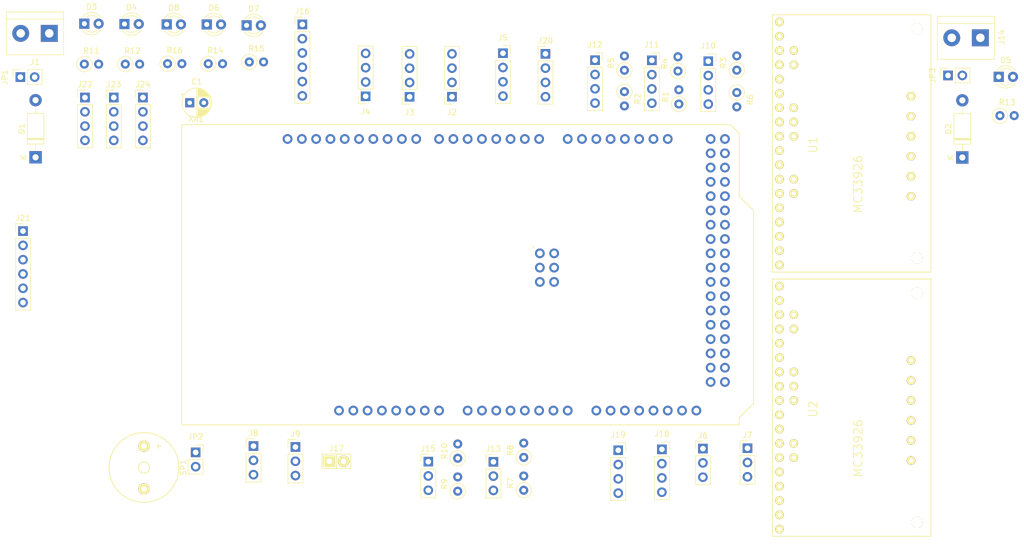
<source format=kicad_pcb>
(kicad_pcb (version 20171130) (host pcbnew "(5.1.9)-1")

  (general
    (thickness 1.6)
    (drawings 0)
    (tracks 0)
    (zones 0)
    (modules 56)
    (nets 121)
  )

  (page A4)
  (layers
    (0 F.Cu signal)
    (31 B.Cu signal)
    (32 B.Adhes user)
    (33 F.Adhes user)
    (34 B.Paste user)
    (35 F.Paste user)
    (36 B.SilkS user)
    (37 F.SilkS user)
    (38 B.Mask user)
    (39 F.Mask user)
    (40 Dwgs.User user)
    (41 Cmts.User user)
    (42 Eco1.User user)
    (43 Eco2.User user)
    (44 Edge.Cuts user)
    (45 Margin user)
    (46 B.CrtYd user)
    (47 F.CrtYd user)
    (48 B.Fab user)
    (49 F.Fab user)
  )

  (setup
    (last_trace_width 0.254)
    (trace_clearance 0.254)
    (zone_clearance 0.508)
    (zone_45_only no)
    (trace_min 0.2)
    (via_size 0.9)
    (via_drill 0.635)
    (via_min_size 0.4)
    (via_min_drill 0.3)
    (uvia_size 0.508)
    (uvia_drill 0.127)
    (uvias_allowed no)
    (uvia_min_size 0.2)
    (uvia_min_drill 0.1)
    (edge_width 0.05)
    (segment_width 0.2)
    (pcb_text_width 0.3)
    (pcb_text_size 1.5 1.5)
    (mod_edge_width 0.12)
    (mod_text_size 1 1)
    (mod_text_width 0.15)
    (pad_size 3.2 3.2)
    (pad_drill 3.2)
    (pad_to_mask_clearance 0)
    (aux_axis_origin 0 0)
    (visible_elements 7FFFFFFF)
    (pcbplotparams
      (layerselection 0x010fc_ffffffff)
      (usegerberextensions false)
      (usegerberattributes true)
      (usegerberadvancedattributes true)
      (creategerberjobfile true)
      (excludeedgelayer true)
      (linewidth 0.100000)
      (plotframeref false)
      (viasonmask false)
      (mode 1)
      (useauxorigin false)
      (hpglpennumber 1)
      (hpglpenspeed 20)
      (hpglpendiameter 15.000000)
      (psnegative false)
      (psa4output false)
      (plotreference true)
      (plotvalue true)
      (plotinvisibletext false)
      (padsonsilk false)
      (subtractmaskfromsilk false)
      (outputformat 1)
      (mirror false)
      (drillshape 1)
      (scaleselection 1)
      (outputdirectory ""))
  )

  (net 0 "")
  (net 1 SCL1)
  (net 2 SDA1)
  (net 3 GND)
  (net 4 +9V)
  (net 5 "Net-(XA1-PadMISO)")
  (net 6 "Net-(XA1-PadD49)")
  (net 7 "Net-(XA1-Pad5V4)")
  (net 8 "Net-(XA1-Pad5V3)")
  (net 9 "Net-(XA1-PadA10)")
  (net 10 "Net-(XA1-PadD9)")
  (net 11 "Net-(XA1-PadD8)")
  (net 12 "Net-(XA1-Pad5V2)")
  (net 13 "Net-(XA1-PadSCK)")
  (net 14 "Net-(XA1-PadMOSI)")
  (net 15 "Net-(XA1-PadGND4)")
  (net 16 "Net-(XA1-PadRST2)")
  (net 17 pinMotorRightSense)
  (net 18 pinMotorRightFault)
  (net 19 IOREV)
  (net 20 pinMotorRightPWM)
  (net 21 pinMotorEnable)
  (net 22 "Net-(U1-Pad1)")
  (net 23 "Net-(U2-Pad24)")
  (net 24 "Net-(U2-Pad23)")
  (net 25 "Net-(U2-Pad20)")
  (net 26 "Net-(U2-Pad19)")
  (net 27 "Net-(U2-Pad12)")
  (net 28 "Net-(U2-Pad11)")
  (net 29 "Net-(U2-Pad1)")
  (net 30 pinMotorRightDir)
  (net 31 pinMotorLeftSense)
  (net 32 pinMotorLeftFault)
  (net 33 pinMotorLeftPWM)
  (net 34 pinMotorLeftDir)
  (net 35 pinMotorMowSense)
  (net 36 pinMotorMowFault)
  (net 37 pinMotorMowPWM)
  (net 38 pinMotorMowDir)
  (net 39 pinMotorMowEnable)
  (net 40 pinOdometryRight2)
  (net 41 pinOdometryRight)
  (net 42 pinOdometryLeft2)
  (net 43 pinOdometryLeft)
  (net 44 +24V)
  (net 45 pinDropLeft)
  (net 46 pinBumperLeft)
  (net 47 pinBumperRight)
  (net 48 pinDropRight)
  (net 49 pinBuzzer)
  (net 50 pinRemoteSwitch)
  (net 51 pinButton)
  (net 52 pinChargeRelay)
  (net 53 pinUserSwitch3)
  (net 54 pinUserSwitch2)
  (net 55 pinUserSwitch1)
  (net 56 pinRain)
  (net 57 pinLawnBackSend)
  (net 58 pinLawnBackRecv)
  (net 59 pinLawnFrontSend)
  (net 60 pinLawnFrontRecv)
  (net 61 pinSonarLeftEcho)
  (net 62 pinTilt)
  (net 63 pinSonarLeftTrigger)
  (net 64 pinSonarRightEcho)
  (net 65 pinSonarRightTrigger)
  (net 66 pinSonarCenterTrigger)
  (net 67 pinSonarCenterEcho)
  (net 68 pinChargeVoltage)
  (net 69 pinChargeCurrent)
  (net 70 pinVoltageMeasurement)
  (net 71 pinPerimeterCenter)
  (net 72 pinPerimeterLeft)
  (net 73 pinPerimeterRight)
  (net 74 pinBatteryVoltage)
  (net 75 pinRemoteSteer)
  (net 76 pinRemoteMow)
  (net 77 pinLED)
  (net 78 pinRemoteSpeed)
  (net 79 pinRedLED)
  (net 80 pinGreenLED)
  (net 81 pinBatterySwitch)
  (net 82 SCL0)
  (net 83 SDA0)
  (net 84 "Net-(C1-Pad2)")
  (net 85 TX0)
  (net 86 RX0)
  (net 87 GPS_RX)
  (net 88 GPS_TX)
  (net 89 TX2)
  (net 90 RX2)
  (net 91 TX1)
  (net 92 RX1)
  (net 93 +5V)
  (net 94 pinMotorMowRpm)
  (net 95 Reset)
  (net 96 +3V3)
  (net 97 "Net-(D6-Pad2)")
  (net 98 "Net-(D1-Pad2)")
  (net 99 "Net-(D7-Pad2)")
  (net 100 "Net-(D2-Pad2)")
  (net 101 "Net-(D8-Pad2)")
  (net 102 "Net-(J1-Pad2)")
  (net 103 "Net-(U1-Pad12)")
  (net 104 "Net-(U1-Pad11)")
  (net 105 "Net-(J12-Pad3)")
  (net 106 "Net-(J13-Pad3)")
  (net 107 "Net-(J10-Pad3)")
  (net 108 "Net-(J11-Pad3)")
  (net 109 "Net-(J14-Pad2)")
  (net 110 "Net-(J15-Pad3)")
  (net 111 "Net-(D3-Pad2)")
  (net 112 "Net-(D4-Pad2)")
  (net 113 "Net-(D5-Pad2)")
  (net 114 "Net-(U1-Pad24)")
  (net 115 "Net-(U1-Pad23)")
  (net 116 "Net-(U1-Pad20)")
  (net 117 "Net-(U1-Pad19)")
  (net 118 "Net-(J16-Pad2)")
  (net 119 "Net-(J16-Pad1)")
  (net 120 "Net-(JP2-Pad2)")

  (net_class Default "This is the default net class."
    (clearance 0.254)
    (trace_width 0.254)
    (via_dia 0.9)
    (via_drill 0.635)
    (uvia_dia 0.508)
    (uvia_drill 0.127)
    (diff_pair_width 0.254)
    (diff_pair_gap 0.254)
    (add_net +3V3)
    (add_net +5V)
    (add_net +9V)
    (add_net GND)
    (add_net GPS_RX)
    (add_net GPS_TX)
    (add_net IOREV)
    (add_net "Net-(C1-Pad2)")
    (add_net "Net-(D1-Pad2)")
    (add_net "Net-(D2-Pad2)")
    (add_net "Net-(D3-Pad2)")
    (add_net "Net-(D4-Pad2)")
    (add_net "Net-(D5-Pad2)")
    (add_net "Net-(D6-Pad2)")
    (add_net "Net-(D7-Pad2)")
    (add_net "Net-(D8-Pad2)")
    (add_net "Net-(J1-Pad2)")
    (add_net "Net-(J10-Pad3)")
    (add_net "Net-(J11-Pad3)")
    (add_net "Net-(J12-Pad3)")
    (add_net "Net-(J13-Pad3)")
    (add_net "Net-(J14-Pad2)")
    (add_net "Net-(J15-Pad3)")
    (add_net "Net-(J16-Pad1)")
    (add_net "Net-(J16-Pad2)")
    (add_net "Net-(JP2-Pad2)")
    (add_net "Net-(U1-Pad1)")
    (add_net "Net-(U1-Pad11)")
    (add_net "Net-(U1-Pad12)")
    (add_net "Net-(U1-Pad19)")
    (add_net "Net-(U1-Pad20)")
    (add_net "Net-(U1-Pad23)")
    (add_net "Net-(U1-Pad24)")
    (add_net "Net-(U2-Pad1)")
    (add_net "Net-(U2-Pad11)")
    (add_net "Net-(U2-Pad12)")
    (add_net "Net-(U2-Pad19)")
    (add_net "Net-(U2-Pad20)")
    (add_net "Net-(U2-Pad23)")
    (add_net "Net-(U2-Pad24)")
    (add_net "Net-(XA1-Pad5V2)")
    (add_net "Net-(XA1-Pad5V3)")
    (add_net "Net-(XA1-Pad5V4)")
    (add_net "Net-(XA1-PadA10)")
    (add_net "Net-(XA1-PadD49)")
    (add_net "Net-(XA1-PadD8)")
    (add_net "Net-(XA1-PadD9)")
    (add_net "Net-(XA1-PadGND4)")
    (add_net "Net-(XA1-PadMISO)")
    (add_net "Net-(XA1-PadMOSI)")
    (add_net "Net-(XA1-PadRST2)")
    (add_net "Net-(XA1-PadSCK)")
    (add_net RX0)
    (add_net RX1)
    (add_net RX2)
    (add_net Reset)
    (add_net SCL0)
    (add_net SCL1)
    (add_net SDA0)
    (add_net SDA1)
    (add_net TX0)
    (add_net TX1)
    (add_net TX2)
    (add_net pinBatterySwitch)
    (add_net pinBatteryVoltage)
    (add_net pinBumperLeft)
    (add_net pinBumperRight)
    (add_net pinButton)
    (add_net pinBuzzer)
    (add_net pinChargeCurrent)
    (add_net pinChargeRelay)
    (add_net pinChargeVoltage)
    (add_net pinDropLeft)
    (add_net pinDropRight)
    (add_net pinGreenLED)
    (add_net pinLED)
    (add_net pinLawnBackRecv)
    (add_net pinLawnBackSend)
    (add_net pinLawnFrontRecv)
    (add_net pinLawnFrontSend)
    (add_net pinMotorEnable)
    (add_net pinMotorLeftDir)
    (add_net pinMotorLeftFault)
    (add_net pinMotorLeftPWM)
    (add_net pinMotorLeftSense)
    (add_net pinMotorMowDir)
    (add_net pinMotorMowEnable)
    (add_net pinMotorMowFault)
    (add_net pinMotorMowPWM)
    (add_net pinMotorMowRpm)
    (add_net pinMotorMowSense)
    (add_net pinMotorRightDir)
    (add_net pinMotorRightFault)
    (add_net pinMotorRightPWM)
    (add_net pinMotorRightSense)
    (add_net pinOdometryLeft)
    (add_net pinOdometryLeft2)
    (add_net pinOdometryRight)
    (add_net pinOdometryRight2)
    (add_net pinPerimeterCenter)
    (add_net pinPerimeterLeft)
    (add_net pinPerimeterRight)
    (add_net pinRain)
    (add_net pinRedLED)
    (add_net pinRemoteMow)
    (add_net pinRemoteSpeed)
    (add_net pinRemoteSteer)
    (add_net pinRemoteSwitch)
    (add_net pinSonarCenterEcho)
    (add_net pinSonarCenterTrigger)
    (add_net pinSonarLeftEcho)
    (add_net pinSonarLeftTrigger)
    (add_net pinSonarRightEcho)
    (add_net pinSonarRightTrigger)
    (add_net pinTilt)
    (add_net pinUserSwitch1)
    (add_net pinUserSwitch2)
    (add_net pinUserSwitch3)
    (add_net pinVoltageMeasurement)
  )

  (net_class 24v ""
    (clearance 0.254)
    (trace_width 0.5)
    (via_dia 0.9)
    (via_drill 0.635)
    (uvia_dia 0.508)
    (uvia_drill 0.127)
    (diff_pair_width 0.254)
    (diff_pair_gap 0.254)
    (add_net +24V)
  )

  (net_class 9V ""
    (clearance 0.254)
    (trace_width 0.762)
    (via_dia 0.9)
    (via_drill 0.635)
    (uvia_dia 0.508)
    (uvia_drill 0.127)
    (diff_pair_width 0.254)
    (diff_pair_gap 0.254)
  )

  (module Connector_PinHeader_2.54mm:PinHeader_1x04_P2.54mm_Vertical (layer F.Cu) (tedit 59FED5CC) (tstamp 606DF650)
    (at 60.68 52.85)
    (descr "Through hole straight pin header, 1x04, 2.54mm pitch, single row")
    (tags "Through hole pin header THT 1x04 2.54mm single row")
    (path /60948535)
    (fp_text reference J23 (at 0 -2.33) (layer F.SilkS)
      (effects (font (size 1 1) (thickness 0.15)))
    )
    (fp_text value GND (at 0 9.95) (layer F.Fab)
      (effects (font (size 1 1) (thickness 0.15)))
    )
    (fp_line (start 1.8 -1.8) (end -1.8 -1.8) (layer F.CrtYd) (width 0.05))
    (fp_line (start 1.8 9.4) (end 1.8 -1.8) (layer F.CrtYd) (width 0.05))
    (fp_line (start -1.8 9.4) (end 1.8 9.4) (layer F.CrtYd) (width 0.05))
    (fp_line (start -1.8 -1.8) (end -1.8 9.4) (layer F.CrtYd) (width 0.05))
    (fp_line (start -1.33 -1.33) (end 0 -1.33) (layer F.SilkS) (width 0.12))
    (fp_line (start -1.33 0) (end -1.33 -1.33) (layer F.SilkS) (width 0.12))
    (fp_line (start -1.33 1.27) (end 1.33 1.27) (layer F.SilkS) (width 0.12))
    (fp_line (start 1.33 1.27) (end 1.33 8.95) (layer F.SilkS) (width 0.12))
    (fp_line (start -1.33 1.27) (end -1.33 8.95) (layer F.SilkS) (width 0.12))
    (fp_line (start -1.33 8.95) (end 1.33 8.95) (layer F.SilkS) (width 0.12))
    (fp_line (start -1.27 -0.635) (end -0.635 -1.27) (layer F.Fab) (width 0.1))
    (fp_line (start -1.27 8.89) (end -1.27 -0.635) (layer F.Fab) (width 0.1))
    (fp_line (start 1.27 8.89) (end -1.27 8.89) (layer F.Fab) (width 0.1))
    (fp_line (start 1.27 -1.27) (end 1.27 8.89) (layer F.Fab) (width 0.1))
    (fp_line (start -0.635 -1.27) (end 1.27 -1.27) (layer F.Fab) (width 0.1))
    (fp_text user %R (at 0 3.81 90) (layer F.Fab)
      (effects (font (size 1 1) (thickness 0.15)))
    )
    (pad 4 thru_hole oval (at 0 7.62) (size 1.7 1.7) (drill 1) (layers *.Cu *.Mask)
      (net 3 GND))
    (pad 3 thru_hole oval (at 0 5.08) (size 1.7 1.7) (drill 1) (layers *.Cu *.Mask)
      (net 3 GND))
    (pad 2 thru_hole oval (at 0 2.54) (size 1.7 1.7) (drill 1) (layers *.Cu *.Mask)
      (net 3 GND))
    (pad 1 thru_hole rect (at 0 0) (size 1.7 1.7) (drill 1) (layers *.Cu *.Mask)
      (net 3 GND))
    (model ${KISYS3DMOD}/Connector_PinHeader_2.54mm.3dshapes/PinHeader_1x04_P2.54mm_Vertical.wrl
      (at (xyz 0 0 0))
      (scale (xyz 1 1 1))
      (rotate (xyz 0 0 0))
    )
  )

  (module Connector_PinHeader_2.54mm:PinHeader_1x04_P2.54mm_Vertical (layer F.Cu) (tedit 59FED5CC) (tstamp 606DF638)
    (at 55.56 52.85)
    (descr "Through hole straight pin header, 1x04, 2.54mm pitch, single row")
    (tags "Through hole pin header THT 1x04 2.54mm single row")
    (path /60946973)
    (fp_text reference J22 (at 0 -2.33) (layer F.SilkS)
      (effects (font (size 1 1) (thickness 0.15)))
    )
    (fp_text value 3.3V (at 0 9.95) (layer F.Fab)
      (effects (font (size 1 1) (thickness 0.15)))
    )
    (fp_line (start 1.8 -1.8) (end -1.8 -1.8) (layer F.CrtYd) (width 0.05))
    (fp_line (start 1.8 9.4) (end 1.8 -1.8) (layer F.CrtYd) (width 0.05))
    (fp_line (start -1.8 9.4) (end 1.8 9.4) (layer F.CrtYd) (width 0.05))
    (fp_line (start -1.8 -1.8) (end -1.8 9.4) (layer F.CrtYd) (width 0.05))
    (fp_line (start -1.33 -1.33) (end 0 -1.33) (layer F.SilkS) (width 0.12))
    (fp_line (start -1.33 0) (end -1.33 -1.33) (layer F.SilkS) (width 0.12))
    (fp_line (start -1.33 1.27) (end 1.33 1.27) (layer F.SilkS) (width 0.12))
    (fp_line (start 1.33 1.27) (end 1.33 8.95) (layer F.SilkS) (width 0.12))
    (fp_line (start -1.33 1.27) (end -1.33 8.95) (layer F.SilkS) (width 0.12))
    (fp_line (start -1.33 8.95) (end 1.33 8.95) (layer F.SilkS) (width 0.12))
    (fp_line (start -1.27 -0.635) (end -0.635 -1.27) (layer F.Fab) (width 0.1))
    (fp_line (start -1.27 8.89) (end -1.27 -0.635) (layer F.Fab) (width 0.1))
    (fp_line (start 1.27 8.89) (end -1.27 8.89) (layer F.Fab) (width 0.1))
    (fp_line (start 1.27 -1.27) (end 1.27 8.89) (layer F.Fab) (width 0.1))
    (fp_line (start -0.635 -1.27) (end 1.27 -1.27) (layer F.Fab) (width 0.1))
    (fp_text user %R (at 0 3.81 90) (layer F.Fab)
      (effects (font (size 1 1) (thickness 0.15)))
    )
    (pad 4 thru_hole oval (at 0 7.62) (size 1.7 1.7) (drill 1) (layers *.Cu *.Mask)
      (net 96 +3V3))
    (pad 3 thru_hole oval (at 0 5.08) (size 1.7 1.7) (drill 1) (layers *.Cu *.Mask)
      (net 96 +3V3))
    (pad 2 thru_hole oval (at 0 2.54) (size 1.7 1.7) (drill 1) (layers *.Cu *.Mask)
      (net 96 +3V3))
    (pad 1 thru_hole rect (at 0 0) (size 1.7 1.7) (drill 1) (layers *.Cu *.Mask)
      (net 96 +3V3))
    (model ${KISYS3DMOD}/Connector_PinHeader_2.54mm.3dshapes/PinHeader_1x04_P2.54mm_Vertical.wrl
      (at (xyz 0 0 0))
      (scale (xyz 1 1 1))
      (rotate (xyz 0 0 0))
    )
  )

  (module Arduino:Arduino_Due_Shield (layer F.Cu) (tedit 5A8605C9) (tstamp 606F764A)
    (at 72.765225 111.02)
    (descr https://store.arduino.cc/arduino-due)
    (path /606B55C4)
    (fp_text reference XA1 (at 2.54 -54.356) (layer F.SilkS)
      (effects (font (size 1 1) (thickness 0.15)))
    )
    (fp_text value Arduino_Due_Shield (at 15.494 -54.356) (layer F.Fab)
      (effects (font (size 1 1) (thickness 0.15)))
    )
    (fp_line (start 11.43 -12.065) (end 11.43 -3.175) (layer B.CrtYd) (width 0.15))
    (fp_line (start -1.905 -3.175) (end 11.43 -3.175) (layer B.CrtYd) (width 0.15))
    (fp_line (start -1.905 -12.065) (end -1.905 -3.175) (layer B.CrtYd) (width 0.15))
    (fp_line (start -1.905 -12.065) (end 11.43 -12.065) (layer B.CrtYd) (width 0.15))
    (fp_line (start 0 -53.34) (end 0 0) (layer F.SilkS) (width 0.15))
    (fp_line (start 99.06 -40.64) (end 99.06 -51.816) (layer F.SilkS) (width 0.15))
    (fp_line (start 101.6 -38.1) (end 99.06 -40.64) (layer F.SilkS) (width 0.15))
    (fp_line (start 101.6 -3.81) (end 101.6 -38.1) (layer F.SilkS) (width 0.15))
    (fp_line (start 99.06 -1.27) (end 101.6 -3.81) (layer F.SilkS) (width 0.15))
    (fp_line (start 99.06 0) (end 99.06 -1.27) (layer F.SilkS) (width 0.15))
    (fp_line (start 97.536 -53.34) (end 99.06 -51.816) (layer F.SilkS) (width 0.15))
    (fp_line (start 0 0) (end 99.06 0) (layer F.SilkS) (width 0.15))
    (fp_line (start 0 -53.34) (end 97.536 -53.34) (layer F.SilkS) (width 0.15))
    (fp_text user . (at 62.484 -32.004) (layer F.SilkS)
      (effects (font (size 1 1) (thickness 0.15)))
    )
    (pad MISO thru_hole oval (at 63.627 -30.48) (size 1.7272 1.7272) (drill 1.016) (layers *.Cu *.Mask)
      (net 5 "Net-(XA1-PadMISO)"))
    (pad GND6 thru_hole oval (at 96.52 -7.62) (size 1.7272 1.7272) (drill 1.016) (layers *.Cu *.Mask)
      (net 3 GND))
    (pad GND5 thru_hole oval (at 93.98 -7.62) (size 1.7272 1.7272) (drill 1.016) (layers *.Cu *.Mask)
      (net 3 GND))
    (pad D53 thru_hole oval (at 96.52 -10.16) (size 1.7272 1.7272) (drill 1.016) (layers *.Cu *.Mask)
      (net 49 pinBuzzer))
    (pad D52 thru_hole oval (at 93.98 -10.16) (size 1.7272 1.7272) (drill 1.016) (layers *.Cu *.Mask)
      (net 50 pinRemoteSwitch))
    (pad D51 thru_hole oval (at 96.52 -12.7) (size 1.7272 1.7272) (drill 1.016) (layers *.Cu *.Mask)
      (net 51 pinButton))
    (pad D50 thru_hole oval (at 93.98 -12.7) (size 1.7272 1.7272) (drill 1.016) (layers *.Cu *.Mask)
      (net 52 pinChargeRelay))
    (pad D49 thru_hole oval (at 96.52 -15.24) (size 1.7272 1.7272) (drill 1.016) (layers *.Cu *.Mask)
      (net 6 "Net-(XA1-PadD49)"))
    (pad D48 thru_hole oval (at 93.98 -15.24) (size 1.7272 1.7272) (drill 1.016) (layers *.Cu *.Mask)
      (net 53 pinUserSwitch3))
    (pad D47 thru_hole oval (at 96.52 -17.78) (size 1.7272 1.7272) (drill 1.016) (layers *.Cu *.Mask)
      (net 54 pinUserSwitch2))
    (pad D46 thru_hole oval (at 93.98 -17.78) (size 1.7272 1.7272) (drill 1.016) (layers *.Cu *.Mask)
      (net 55 pinUserSwitch1))
    (pad D45 thru_hole oval (at 96.52 -20.32) (size 1.7272 1.7272) (drill 1.016) (layers *.Cu *.Mask)
      (net 45 pinDropLeft))
    (pad D44 thru_hole oval (at 93.98 -20.32) (size 1.7272 1.7272) (drill 1.016) (layers *.Cu *.Mask)
      (net 56 pinRain))
    (pad D43 thru_hole oval (at 96.52 -22.86) (size 1.7272 1.7272) (drill 1.016) (layers *.Cu *.Mask)
      (net 57 pinLawnBackSend))
    (pad D42 thru_hole oval (at 93.98 -22.86) (size 1.7272 1.7272) (drill 1.016) (layers *.Cu *.Mask)
      (net 58 pinLawnBackRecv))
    (pad D41 thru_hole oval (at 96.52 -25.4) (size 1.7272 1.7272) (drill 1.016) (layers *.Cu *.Mask)
      (net 59 pinLawnFrontSend))
    (pad D40 thru_hole oval (at 93.98 -25.4) (size 1.7272 1.7272) (drill 1.016) (layers *.Cu *.Mask)
      (net 60 pinLawnFrontRecv))
    (pad D39 thru_hole oval (at 96.52 -27.94) (size 1.7272 1.7272) (drill 1.016) (layers *.Cu *.Mask)
      (net 46 pinBumperLeft))
    (pad D38 thru_hole oval (at 93.98 -27.94) (size 1.7272 1.7272) (drill 1.016) (layers *.Cu *.Mask)
      (net 47 pinBumperRight))
    (pad D37 thru_hole oval (at 96.52 -30.48) (size 1.7272 1.7272) (drill 1.016) (layers *.Cu *.Mask)
      (net 21 pinMotorEnable))
    (pad D36 thru_hole oval (at 93.98 -30.48) (size 1.7272 1.7272) (drill 1.016) (layers *.Cu *.Mask)
      (net 61 pinSonarLeftEcho))
    (pad D35 thru_hole oval (at 96.52 -33.02) (size 1.7272 1.7272) (drill 1.016) (layers *.Cu *.Mask)
      (net 62 pinTilt))
    (pad D34 thru_hole oval (at 93.98 -33.02) (size 1.7272 1.7272) (drill 1.016) (layers *.Cu *.Mask)
      (net 63 pinSonarLeftTrigger))
    (pad D33 thru_hole oval (at 96.52 -35.56) (size 1.7272 1.7272) (drill 1.016) (layers *.Cu *.Mask)
      (net 30 pinMotorRightDir))
    (pad D32 thru_hole oval (at 93.98 -35.56) (size 1.7272 1.7272) (drill 1.016) (layers *.Cu *.Mask)
      (net 64 pinSonarRightEcho))
    (pad D31 thru_hole oval (at 96.52 -38.1) (size 1.7272 1.7272) (drill 1.016) (layers *.Cu *.Mask)
      (net 34 pinMotorLeftDir))
    (pad D30 thru_hole oval (at 93.98 -38.1) (size 1.7272 1.7272) (drill 1.016) (layers *.Cu *.Mask)
      (net 65 pinSonarRightTrigger))
    (pad D29 thru_hole oval (at 96.52 -40.64) (size 1.7272 1.7272) (drill 1.016) (layers *.Cu *.Mask)
      (net 38 pinMotorMowDir))
    (pad D28 thru_hole oval (at 93.98 -40.64) (size 1.7272 1.7272) (drill 1.016) (layers *.Cu *.Mask)
      (net 39 pinMotorMowEnable))
    (pad D27 thru_hole oval (at 96.52 -43.18) (size 1.7272 1.7272) (drill 1.016) (layers *.Cu *.Mask)
      (net 18 pinMotorRightFault))
    (pad D26 thru_hole oval (at 93.98 -43.18) (size 1.7272 1.7272) (drill 1.016) (layers *.Cu *.Mask)
      (net 36 pinMotorMowFault))
    (pad D25 thru_hole oval (at 96.52 -45.72) (size 1.7272 1.7272) (drill 1.016) (layers *.Cu *.Mask)
      (net 32 pinMotorLeftFault))
    (pad D24 thru_hole oval (at 93.98 -45.72) (size 1.7272 1.7272) (drill 1.016) (layers *.Cu *.Mask)
      (net 66 pinSonarCenterTrigger))
    (pad D23 thru_hole oval (at 96.52 -48.26) (size 1.7272 1.7272) (drill 1.016) (layers *.Cu *.Mask)
      (net 48 pinDropRight))
    (pad D22 thru_hole oval (at 93.98 -48.26) (size 1.7272 1.7272) (drill 1.016) (layers *.Cu *.Mask)
      (net 67 pinSonarCenterEcho))
    (pad 5V4 thru_hole oval (at 96.52 -50.8) (size 1.7272 1.7272) (drill 1.016) (layers *.Cu *.Mask)
      (net 7 "Net-(XA1-Pad5V4)"))
    (pad 5V3 thru_hole oval (at 93.98 -50.8) (size 1.7272 1.7272) (drill 1.016) (layers *.Cu *.Mask)
      (net 8 "Net-(XA1-Pad5V3)"))
    (pad CANT thru_hole oval (at 91.44 -2.54) (size 1.7272 1.7272) (drill 1.016) (layers *.Cu *.Mask)
      (net 40 pinOdometryRight2))
    (pad CANR thru_hole oval (at 88.9 -2.54) (size 1.7272 1.7272) (drill 1.016) (layers *.Cu *.Mask)
      (net 41 pinOdometryRight))
    (pad DAC1 thru_hole oval (at 86.36 -2.54) (size 1.7272 1.7272) (drill 1.016) (layers *.Cu *.Mask)
      (net 42 pinOdometryLeft2))
    (pad DAC0 thru_hole oval (at 83.82 -2.54) (size 1.7272 1.7272) (drill 1.016) (layers *.Cu *.Mask)
      (net 43 pinOdometryLeft))
    (pad A11 thru_hole oval (at 81.28 -2.54) (size 1.7272 1.7272) (drill 1.016) (layers *.Cu *.Mask)
      (net 94 pinMotorMowRpm))
    (pad A10 thru_hole oval (at 78.74 -2.54) (size 1.7272 1.7272) (drill 1.016) (layers *.Cu *.Mask)
      (net 9 "Net-(XA1-PadA10)"))
    (pad A9 thru_hole oval (at 76.2 -2.54) (size 1.7272 1.7272) (drill 1.016) (layers *.Cu *.Mask)
      (net 68 pinChargeVoltage))
    (pad A8 thru_hole oval (at 73.66 -2.54) (size 1.7272 1.7272) (drill 1.016) (layers *.Cu *.Mask)
      (net 69 pinChargeCurrent))
    (pad A7 thru_hole oval (at 68.58 -2.54) (size 1.7272 1.7272) (drill 1.016) (layers *.Cu *.Mask)
      (net 70 pinVoltageMeasurement))
    (pad A6 thru_hole oval (at 66.04 -2.54) (size 1.7272 1.7272) (drill 1.016) (layers *.Cu *.Mask)
      (net 71 pinPerimeterCenter))
    (pad A5 thru_hole oval (at 63.5 -2.54) (size 1.7272 1.7272) (drill 1.016) (layers *.Cu *.Mask)
      (net 72 pinPerimeterLeft))
    (pad A4 thru_hole oval (at 60.96 -2.54) (size 1.7272 1.7272) (drill 1.016) (layers *.Cu *.Mask)
      (net 73 pinPerimeterRight))
    (pad A3 thru_hole oval (at 58.42 -2.54) (size 1.7272 1.7272) (drill 1.016) (layers *.Cu *.Mask)
      (net 35 pinMotorMowSense))
    (pad A2 thru_hole oval (at 55.88 -2.54) (size 1.7272 1.7272) (drill 1.016) (layers *.Cu *.Mask)
      (net 74 pinBatteryVoltage))
    (pad A1 thru_hole oval (at 53.34 -2.54) (size 1.7272 1.7272) (drill 1.016) (layers *.Cu *.Mask)
      (net 31 pinMotorLeftSense))
    (pad "" thru_hole oval (at 27.94 -2.54) (size 1.7272 1.7272) (drill 1.016) (layers *.Cu *.Mask))
    (pad D11 thru_hole oval (at 34.036 -50.8) (size 1.7272 1.7272) (drill 1.016) (layers *.Cu *.Mask)
      (net 75 pinRemoteSteer))
    (pad D12 thru_hole oval (at 31.496 -50.8) (size 1.7272 1.7272) (drill 1.016) (layers *.Cu *.Mask)
      (net 76 pinRemoteMow))
    (pad D13 thru_hole oval (at 28.956 -50.8) (size 1.7272 1.7272) (drill 1.016) (layers *.Cu *.Mask)
      (net 77 pinLED))
    (pad AREF thru_hole oval (at 23.876 -50.8) (size 1.7272 1.7272) (drill 1.016) (layers *.Cu *.Mask)
      (net 84 "Net-(C1-Pad2)"))
    (pad SDA1 thru_hole oval (at 21.336 -50.8) (size 1.7272 1.7272) (drill 1.016) (layers *.Cu *.Mask)
      (net 2 SDA1))
    (pad SCL1 thru_hole oval (at 18.796 -50.8) (size 1.7272 1.7272) (drill 1.016) (layers *.Cu *.Mask)
      (net 1 SCL1))
    (pad "" np_thru_hole circle (at 13.97 -2.54) (size 3.2 3.2) (drill 3.2) (layers *.Cu *.Mask))
    (pad "" np_thru_hole circle (at 96.52 -2.54) (size 3.2 3.2) (drill 3.2) (layers *.Cu *.Mask))
    (pad "" np_thru_hole circle (at 15.24 -50.8) (size 3.2 3.2) (drill 3.2) (layers *.Cu *.Mask))
    (pad "" np_thru_hole circle (at 90.17 -50.8) (size 3.2 3.2) (drill 3.2) (layers *.Cu *.Mask))
    (pad "" np_thru_hole circle (at 66.04 -35.56) (size 3.2 3.2) (drill 3.2) (layers *.Cu *.Mask))
    (pad "" np_thru_hole circle (at 66.04 -7.62) (size 3.2 3.2) (drill 3.2) (layers *.Cu *.Mask))
    (pad D10 thru_hole oval (at 36.576 -50.8) (size 1.7272 1.7272) (drill 1.016) (layers *.Cu *.Mask)
      (net 78 pinRemoteSpeed))
    (pad D9 thru_hole oval (at 39.116 -50.8) (size 1.7272 1.7272) (drill 1.016) (layers *.Cu *.Mask)
      (net 10 "Net-(XA1-PadD9)"))
    (pad D8 thru_hole oval (at 41.656 -50.8) (size 1.7272 1.7272) (drill 1.016) (layers *.Cu *.Mask)
      (net 11 "Net-(XA1-PadD8)"))
    (pad GND1 thru_hole oval (at 26.416 -50.8) (size 1.7272 1.7272) (drill 1.016) (layers *.Cu *.Mask)
      (net 3 GND))
    (pad D7 thru_hole oval (at 45.72 -50.8) (size 1.7272 1.7272) (drill 1.016) (layers *.Cu *.Mask)
      (net 79 pinRedLED))
    (pad D6 thru_hole oval (at 48.26 -50.8) (size 1.7272 1.7272) (drill 1.016) (layers *.Cu *.Mask)
      (net 80 pinGreenLED))
    (pad D5 thru_hole oval (at 50.8 -50.8) (size 1.7272 1.7272) (drill 1.016) (layers *.Cu *.Mask)
      (net 33 pinMotorLeftPWM))
    (pad D4 thru_hole oval (at 53.34 -50.8) (size 1.7272 1.7272) (drill 1.016) (layers *.Cu *.Mask)
      (net 81 pinBatterySwitch))
    (pad D3 thru_hole oval (at 55.88 -50.8) (size 1.7272 1.7272) (drill 1.016) (layers *.Cu *.Mask)
      (net 20 pinMotorRightPWM))
    (pad D2 thru_hole oval (at 58.42 -50.8) (size 1.7272 1.7272) (drill 1.016) (layers *.Cu *.Mask)
      (net 37 pinMotorMowPWM))
    (pad D1 thru_hole oval (at 60.96 -50.8) (size 1.7272 1.7272) (drill 1.016) (layers *.Cu *.Mask)
      (net 85 TX0))
    (pad D0 thru_hole oval (at 63.5 -50.8) (size 1.7272 1.7272) (drill 1.016) (layers *.Cu *.Mask)
      (net 86 RX0))
    (pad D14 thru_hole oval (at 68.58 -50.8) (size 1.7272 1.7272) (drill 1.016) (layers *.Cu *.Mask)
      (net 87 GPS_RX))
    (pad D15 thru_hole oval (at 71.12 -50.8) (size 1.7272 1.7272) (drill 1.016) (layers *.Cu *.Mask)
      (net 88 GPS_TX))
    (pad D16 thru_hole oval (at 73.66 -50.8) (size 1.7272 1.7272) (drill 1.016) (layers *.Cu *.Mask)
      (net 89 TX2))
    (pad D17 thru_hole oval (at 76.2 -50.8) (size 1.7272 1.7272) (drill 1.016) (layers *.Cu *.Mask)
      (net 90 RX2))
    (pad D18 thru_hole oval (at 78.74 -50.8) (size 1.7272 1.7272) (drill 1.016) (layers *.Cu *.Mask)
      (net 91 TX1))
    (pad D19 thru_hole oval (at 81.28 -50.8) (size 1.7272 1.7272) (drill 1.016) (layers *.Cu *.Mask)
      (net 92 RX1))
    (pad D20 thru_hole oval (at 83.82 -50.8) (size 1.7272 1.7272) (drill 1.016) (layers *.Cu *.Mask)
      (net 83 SDA0))
    (pad D21 thru_hole oval (at 86.36 -50.8) (size 1.7272 1.7272) (drill 1.016) (layers *.Cu *.Mask)
      (net 82 SCL0))
    (pad IORF thru_hole oval (at 30.48 -2.54) (size 1.7272 1.7272) (drill 1.016) (layers *.Cu *.Mask)
      (net 19 IOREV))
    (pad RST1 thru_hole oval (at 33.02 -2.54) (size 1.7272 1.7272) (drill 1.016) (layers *.Cu *.Mask)
      (net 95 Reset))
    (pad 3V3 thru_hole oval (at 35.56 -2.54) (size 1.7272 1.7272) (drill 1.016) (layers *.Cu *.Mask)
      (net 96 +3V3))
    (pad 5V1 thru_hole oval (at 38.1 -2.54) (size 1.7272 1.7272) (drill 1.016) (layers *.Cu *.Mask)
      (net 93 +5V))
    (pad GND2 thru_hole oval (at 40.64 -2.54) (size 1.7272 1.7272) (drill 1.016) (layers *.Cu *.Mask)
      (net 3 GND))
    (pad GND3 thru_hole oval (at 43.18 -2.54) (size 1.7272 1.7272) (drill 1.016) (layers *.Cu *.Mask)
      (net 3 GND))
    (pad VIN thru_hole oval (at 45.72 -2.54) (size 1.7272 1.7272) (drill 1.016) (layers *.Cu *.Mask)
      (net 4 +9V))
    (pad A0 thru_hole oval (at 50.8 -2.54) (size 1.7272 1.7272) (drill 1.016) (layers *.Cu *.Mask)
      (net 17 pinMotorRightSense))
    (pad 5V2 thru_hole oval (at 66.167 -30.48) (size 1.7272 1.7272) (drill 1.016) (layers *.Cu *.Mask)
      (net 12 "Net-(XA1-Pad5V2)"))
    (pad SCK thru_hole oval (at 63.627 -27.94) (size 1.7272 1.7272) (drill 1.016) (layers *.Cu *.Mask)
      (net 13 "Net-(XA1-PadSCK)"))
    (pad MOSI thru_hole oval (at 66.167 -27.94) (size 1.7272 1.7272) (drill 1.016) (layers *.Cu *.Mask)
      (net 14 "Net-(XA1-PadMOSI)"))
    (pad GND4 thru_hole oval (at 66.167 -25.4) (size 1.7272 1.7272) (drill 1.016) (layers *.Cu *.Mask)
      (net 15 "Net-(XA1-PadGND4)"))
    (pad RST2 thru_hole oval (at 63.627 -25.4) (size 1.7272 1.7272) (drill 1.016) (layers *.Cu *.Mask)
      (net 16 "Net-(XA1-PadRST2)"))
  )

  (module Zimprich:MC_33926_31polig_mit_Bohrloch_neue_Masse (layer F.Cu) (tedit 586E57E9) (tstamp 606F75D6)
    (at 216.83 134.63 90)
    (path /606E009A)
    (fp_text reference U2 (at 26.416 -31.877 90) (layer F.SilkS)
      (effects (font (size 1.5 1.5) (thickness 0.15)))
    )
    (fp_text value MC33926 (at 19.431 -23.876 90) (layer F.SilkS)
      (effects (font (size 1.5 1.5) (thickness 0.15)))
    )
    (fp_circle (center 17.78 -35.306) (end 17.907 -35.052) (layer F.SilkS) (width 0.15))
    (fp_circle (center 20.32 -35.306) (end 20.447 -35.052) (layer F.SilkS) (width 0.15))
    (fp_circle (center 27.94 -35.306) (end 28.067 -35.052) (layer F.SilkS) (width 0.15))
    (fp_circle (center 30.48 -35.306) (end 30.607 -35.052) (layer F.SilkS) (width 0.15))
    (fp_circle (center 33.02 -35.306) (end 33.147 -35.052) (layer F.SilkS) (width 0.15))
    (fp_circle (center 40.64 -35.306) (end 40.767 -35.052) (layer F.SilkS) (width 0.15))
    (fp_circle (center 43.18 -35.306) (end 43.434 -35.179) (layer F.SilkS) (width 0.15))
    (fp_circle (center 6.2865 -13.3985) (end 7.0485 -13.9065) (layer F.SilkS) (width 0.15))
    (fp_circle (center 47.0535 -13.3985) (end 47.8155 -13.9065) (layer F.SilkS) (width 0.15))
    (fp_circle (center 47.0535 -13.3985) (end 47.8155 -13.9065) (layer F.SilkS) (width 0.15))
    (fp_circle (center 47.0535 -13.3985) (end 47.8155 -13.9065) (layer F.SilkS) (width 0.15))
    (fp_circle (center 47.0535 -13.3985) (end 47.8155 -13.9065) (layer F.SilkS) (width 0.15))
    (fp_line (start 3.81 -10.922) (end 3.81 -39.116) (layer F.SilkS) (width 0.15))
    (fp_line (start 3.81 -39.116) (end 49.53 -39.116) (layer F.SilkS) (width 0.15))
    (fp_line (start 49.53 -39.116) (end 49.53 -10.922) (layer F.SilkS) (width 0.15))
    (fp_line (start 49.53 -10.922) (end 3.81 -10.922) (layer F.SilkS) (width 0.15))
    (pad ~ thru_hole circle (at 47.0535 -13.3985 90) (size 2 2) (drill 2) (layers *.Cu *.Mask F.SilkS))
    (pad ~ thru_hole circle (at 6.2865 -13.3985 90) (size 2 2) (drill 2) (layers *.Cu *.Mask F.SilkS))
    (pad 31 thru_hole circle (at 43.18 -35.306 90) (size 1.524 1.524) (drill 0.762) (layers *.Cu *.Mask F.SilkS))
    (pad 30 thru_hole circle (at 40.64 -35.306 90) (size 1.524 1.524) (drill 0.762) (layers *.Cu *.Mask F.SilkS))
    (pad 29 thru_hole circle (at 33.02 -35.306 90) (size 1.524 1.524) (drill 0.762) (layers *.Cu *.Mask F.SilkS))
    (pad 28 thru_hole circle (at 30.48 -35.306 90) (size 1.524 1.524) (drill 0.762) (layers *.Cu *.Mask F.SilkS))
    (pad 27 thru_hole circle (at 27.94 -35.306 90) (size 1.524 1.524) (drill 0.762) (layers *.Cu *.Mask F.SilkS))
    (pad 26 thru_hole circle (at 20.32 -35.306 90) (size 1.524 1.524) (drill 0.762) (layers *.Cu *.Mask F.SilkS))
    (pad 25 thru_hole circle (at 17.78 -35.306 90) (size 1.524 1.524) (drill 0.762) (layers *.Cu *.Mask F.SilkS))
    (pad 24 thru_hole circle (at 35.052 -14.478 90) (size 1.524 1.524) (drill 0.762) (layers *.Cu *.Mask F.SilkS)
      (net 23 "Net-(U2-Pad24)"))
    (pad 23 thru_hole circle (at 31.496 -14.478 90) (size 1.524 1.524) (drill 0.762) (layers *.Cu *.Mask F.SilkS)
      (net 24 "Net-(U2-Pad23)"))
    (pad 22 thru_hole circle (at 27.94 -14.478 90) (size 1.524 1.524) (drill 0.762) (layers *.Cu *.Mask F.SilkS)
      (net 44 +24V))
    (pad 21 thru_hole circle (at 24.384 -14.478 90) (size 1.524 1.524) (drill 0.762) (layers *.Cu *.Mask F.SilkS)
      (net 3 GND))
    (pad 20 thru_hole circle (at 20.828 -14.478 90) (size 1.524 1.524) (drill 0.762) (layers *.Cu *.Mask F.SilkS)
      (net 25 "Net-(U2-Pad20)"))
    (pad 19 thru_hole circle (at 17.272 -14.478 90) (size 1.524 1.524) (drill 0.762) (layers *.Cu *.Mask F.SilkS)
      (net 26 "Net-(U2-Pad19)"))
    (pad 18 thru_hole circle (at 48.26 -37.846 90) (size 1.524 1.524) (drill 0.762) (layers *.Cu *.Mask F.SilkS)
      (net 17 pinMotorRightSense))
    (pad 17 thru_hole circle (at 45.72 -37.846 90) (size 1.524 1.524) (drill 0.762) (layers *.Cu *.Mask F.SilkS)
      (net 18 pinMotorRightFault))
    (pad 16 thru_hole circle (at 43.18 -37.846 90) (size 1.524 1.524) (drill 0.762) (layers *.Cu *.Mask F.SilkS)
      (net 3 GND))
    (pad 15 thru_hole circle (at 40.64 -37.846 90) (size 1.524 1.524) (drill 0.762) (layers *.Cu *.Mask F.SilkS)
      (net 19 IOREV))
    (pad 14 thru_hole circle (at 38.1 -37.846 90) (size 1.524 1.524) (drill 0.762) (layers *.Cu *.Mask F.SilkS)
      (net 20 pinMotorRightPWM))
    (pad 13 thru_hole circle (at 35.56 -37.846 90) (size 1.524 1.524) (drill 0.762) (layers *.Cu *.Mask F.SilkS)
      (net 30 pinMotorRightDir))
    (pad 12 thru_hole circle (at 33.02 -37.846 90) (size 1.524 1.524) (drill 0.762) (layers *.Cu *.Mask F.SilkS)
      (net 27 "Net-(U2-Pad12)"))
    (pad 11 thru_hole circle (at 30.48 -37.846 90) (size 1.524 1.524) (drill 0.762) (layers *.Cu *.Mask F.SilkS)
      (net 28 "Net-(U2-Pad11)"))
    (pad 10 thru_hole circle (at 27.94 -37.846 90) (size 1.524 1.524) (drill 0.762) (layers *.Cu *.Mask F.SilkS)
      (net 21 pinMotorEnable))
    (pad 9 thru_hole circle (at 25.4 -37.846 90) (size 1.524 1.524) (drill 0.762) (layers *.Cu *.Mask F.SilkS)
      (net 31 pinMotorLeftSense))
    (pad 8 thru_hole circle (at 22.86 -37.846 90) (size 1.524 1.524) (drill 0.762) (layers *.Cu *.Mask F.SilkS)
      (net 32 pinMotorLeftFault))
    (pad 7 thru_hole circle (at 20.32 -37.846 90) (size 1.524 1.524) (drill 0.762) (layers *.Cu *.Mask F.SilkS)
      (net 3 GND))
    (pad 6 thru_hole circle (at 17.78 -37.846 90) (size 1.524 1.524) (drill 0.762) (layers *.Cu *.Mask F.SilkS)
      (net 19 IOREV))
    (pad 5 thru_hole circle (at 15.24 -37.846 90) (size 1.524 1.524) (drill 0.762) (layers *.Cu *.Mask F.SilkS)
      (net 33 pinMotorLeftPWM))
    (pad 4 thru_hole circle (at 12.7 -37.846 90) (size 1.524 1.524) (drill 0.762) (layers *.Cu *.Mask F.SilkS)
      (net 34 pinMotorLeftDir))
    (pad 3 thru_hole circle (at 10.16 -37.846 90) (size 1.524 1.524) (drill 0.762) (layers *.Cu *.Mask F.SilkS)
      (net 19 IOREV))
    (pad 2 thru_hole circle (at 7.62 -37.846 90) (size 1.524 1.524) (drill 0.762) (layers *.Cu *.Mask F.SilkS)
      (net 3 GND))
    (pad 1 thru_hole circle (at 5.08 -37.846 90) (size 1.524 1.524) (drill 0.762) (layers *.Cu *.Mask F.SilkS)
      (net 29 "Net-(U2-Pad1)"))
    (model ${KISYS3DMOD}/Socket_Strips.3dshapes/Socket_Strip_Straight_1x18.wrl
      (offset (xyz 26.66999959945679 37.84599943161011 0))
      (scale (xyz 1 1 1))
      (rotate (xyz 0 0 0))
    )
    (model ${KISYS3DMOD}/Socket_Strips.3dshapes/Socket_Strip_Straight_1x02.wrl
      (offset (xyz 19.04999971389771 35.30599946975708 0))
      (scale (xyz 1 1 1))
      (rotate (xyz 0 0 0))
    )
    (model ${KISYS3DMOD}/Socket_Strips.3dshapes/Socket_Strip_Straight_1x03.wrl
      (offset (xyz 30.47999954223633 35.30599946975708 0))
      (scale (xyz 1 1 1))
      (rotate (xyz 0 0 0))
    )
    (model ${KISYS3DMOD}/Socket_Strips.3dshapes/Socket_Strip_Straight_1x02.wrl
      (offset (xyz 41.90999937057495 35.30599946975708 0))
      (scale (xyz 1 1 1))
      (rotate (xyz 0 0 0))
    )
    (model ${KISYS3DMOD}/Socket_Strips.3dshapes/Socket_Strip_Straight_1x01.wrl
      (offset (xyz 17.27199974060059 14.47799978256226 0))
      (scale (xyz 1 1 1))
      (rotate (xyz 0 0 0))
    )
    (model ${KISYS3DMOD}/Socket_Strips.3dshapes/Socket_Strip_Straight_1x01.wrl
      (offset (xyz 20.82799968719482 14.47799978256226 0))
      (scale (xyz 1 1 1))
      (rotate (xyz 0 0 0))
    )
    (model ${KISYS3DMOD}/Socket_Strips.3dshapes/Socket_Strip_Straight_1x01.wrl
      (offset (xyz 24.38399963378906 14.47799978256226 0))
      (scale (xyz 1 1 1))
      (rotate (xyz 0 0 0))
    )
    (model ${KISYS3DMOD}/Socket_Strips.3dshapes/Socket_Strip_Straight_1x01.wrl
      (offset (xyz 27.9399995803833 14.47799978256226 0))
      (scale (xyz 1 1 1))
      (rotate (xyz 0 0 0))
    )
    (model ${KISYS3DMOD}/Socket_Strips.3dshapes/Socket_Strip_Straight_1x01.wrl
      (offset (xyz 31.49599952697754 14.47799978256226 0))
      (scale (xyz 1 1 1))
      (rotate (xyz 0 0 0))
    )
    (model ${KISYS3DMOD}/Socket_Strips.3dshapes/Socket_Strip_Straight_1x01.wrl
      (offset (xyz 35.05199947357178 14.47799978256226 0))
      (scale (xyz 1 1 1))
      (rotate (xyz 0 0 0))
    )
    (model ${KISYS3DMOD}/Zimprich.3dshapes/mc33926.wrl
      (offset (xyz 31.59999952541563 24.99999962453767 10.39999984380767))
      (scale (xyz 0.3937 0.3937 0.3937))
      (rotate (xyz 0 0 0))
    )
  )

  (module Zimprich:MC_33926_31polig_mit_Bohrloch_neue_Masse (layer F.Cu) (tedit 586E57E9) (tstamp 606F75A1)
    (at 216.83 87.68 90)
    (path /60709DE9)
    (fp_text reference U1 (at 26.416 -31.877 90) (layer F.SilkS)
      (effects (font (size 1.5 1.5) (thickness 0.15)))
    )
    (fp_text value MC33926 (at 19.431 -23.876 90) (layer F.SilkS)
      (effects (font (size 1.5 1.5) (thickness 0.15)))
    )
    (fp_circle (center 17.78 -35.306) (end 17.907 -35.052) (layer F.SilkS) (width 0.15))
    (fp_circle (center 20.32 -35.306) (end 20.447 -35.052) (layer F.SilkS) (width 0.15))
    (fp_circle (center 27.94 -35.306) (end 28.067 -35.052) (layer F.SilkS) (width 0.15))
    (fp_circle (center 30.48 -35.306) (end 30.607 -35.052) (layer F.SilkS) (width 0.15))
    (fp_circle (center 33.02 -35.306) (end 33.147 -35.052) (layer F.SilkS) (width 0.15))
    (fp_circle (center 40.64 -35.306) (end 40.767 -35.052) (layer F.SilkS) (width 0.15))
    (fp_circle (center 43.18 -35.306) (end 43.434 -35.179) (layer F.SilkS) (width 0.15))
    (fp_circle (center 6.2865 -13.3985) (end 7.0485 -13.9065) (layer F.SilkS) (width 0.15))
    (fp_circle (center 47.0535 -13.3985) (end 47.8155 -13.9065) (layer F.SilkS) (width 0.15))
    (fp_circle (center 47.0535 -13.3985) (end 47.8155 -13.9065) (layer F.SilkS) (width 0.15))
    (fp_circle (center 47.0535 -13.3985) (end 47.8155 -13.9065) (layer F.SilkS) (width 0.15))
    (fp_circle (center 47.0535 -13.3985) (end 47.8155 -13.9065) (layer F.SilkS) (width 0.15))
    (fp_line (start 3.81 -10.922) (end 3.81 -39.116) (layer F.SilkS) (width 0.15))
    (fp_line (start 3.81 -39.116) (end 49.53 -39.116) (layer F.SilkS) (width 0.15))
    (fp_line (start 49.53 -39.116) (end 49.53 -10.922) (layer F.SilkS) (width 0.15))
    (fp_line (start 49.53 -10.922) (end 3.81 -10.922) (layer F.SilkS) (width 0.15))
    (pad ~ thru_hole circle (at 47.0535 -13.3985 90) (size 2 2) (drill 2) (layers *.Cu *.Mask F.SilkS))
    (pad ~ thru_hole circle (at 6.2865 -13.3985 90) (size 2 2) (drill 2) (layers *.Cu *.Mask F.SilkS))
    (pad 31 thru_hole circle (at 43.18 -35.306 90) (size 1.524 1.524) (drill 0.762) (layers *.Cu *.Mask F.SilkS))
    (pad 30 thru_hole circle (at 40.64 -35.306 90) (size 1.524 1.524) (drill 0.762) (layers *.Cu *.Mask F.SilkS))
    (pad 29 thru_hole circle (at 33.02 -35.306 90) (size 1.524 1.524) (drill 0.762) (layers *.Cu *.Mask F.SilkS))
    (pad 28 thru_hole circle (at 30.48 -35.306 90) (size 1.524 1.524) (drill 0.762) (layers *.Cu *.Mask F.SilkS))
    (pad 27 thru_hole circle (at 27.94 -35.306 90) (size 1.524 1.524) (drill 0.762) (layers *.Cu *.Mask F.SilkS))
    (pad 26 thru_hole circle (at 20.32 -35.306 90) (size 1.524 1.524) (drill 0.762) (layers *.Cu *.Mask F.SilkS))
    (pad 25 thru_hole circle (at 17.78 -35.306 90) (size 1.524 1.524) (drill 0.762) (layers *.Cu *.Mask F.SilkS))
    (pad 24 thru_hole circle (at 35.052 -14.478 90) (size 1.524 1.524) (drill 0.762) (layers *.Cu *.Mask F.SilkS)
      (net 114 "Net-(U1-Pad24)"))
    (pad 23 thru_hole circle (at 31.496 -14.478 90) (size 1.524 1.524) (drill 0.762) (layers *.Cu *.Mask F.SilkS)
      (net 115 "Net-(U1-Pad23)"))
    (pad 22 thru_hole circle (at 27.94 -14.478 90) (size 1.524 1.524) (drill 0.762) (layers *.Cu *.Mask F.SilkS)
      (net 44 +24V))
    (pad 21 thru_hole circle (at 24.384 -14.478 90) (size 1.524 1.524) (drill 0.762) (layers *.Cu *.Mask F.SilkS)
      (net 3 GND))
    (pad 20 thru_hole circle (at 20.828 -14.478 90) (size 1.524 1.524) (drill 0.762) (layers *.Cu *.Mask F.SilkS)
      (net 116 "Net-(U1-Pad20)"))
    (pad 19 thru_hole circle (at 17.272 -14.478 90) (size 1.524 1.524) (drill 0.762) (layers *.Cu *.Mask F.SilkS)
      (net 117 "Net-(U1-Pad19)"))
    (pad 18 thru_hole circle (at 48.26 -37.846 90) (size 1.524 1.524) (drill 0.762) (layers *.Cu *.Mask F.SilkS)
      (net 35 pinMotorMowSense))
    (pad 17 thru_hole circle (at 45.72 -37.846 90) (size 1.524 1.524) (drill 0.762) (layers *.Cu *.Mask F.SilkS)
      (net 36 pinMotorMowFault))
    (pad 16 thru_hole circle (at 43.18 -37.846 90) (size 1.524 1.524) (drill 0.762) (layers *.Cu *.Mask F.SilkS)
      (net 3 GND))
    (pad 15 thru_hole circle (at 40.64 -37.846 90) (size 1.524 1.524) (drill 0.762) (layers *.Cu *.Mask F.SilkS)
      (net 19 IOREV))
    (pad 14 thru_hole circle (at 38.1 -37.846 90) (size 1.524 1.524) (drill 0.762) (layers *.Cu *.Mask F.SilkS)
      (net 37 pinMotorMowPWM))
    (pad 13 thru_hole circle (at 35.56 -37.846 90) (size 1.524 1.524) (drill 0.762) (layers *.Cu *.Mask F.SilkS)
      (net 38 pinMotorMowDir))
    (pad 12 thru_hole circle (at 33.02 -37.846 90) (size 1.524 1.524) (drill 0.762) (layers *.Cu *.Mask F.SilkS)
      (net 103 "Net-(U1-Pad12)"))
    (pad 11 thru_hole circle (at 30.48 -37.846 90) (size 1.524 1.524) (drill 0.762) (layers *.Cu *.Mask F.SilkS)
      (net 104 "Net-(U1-Pad11)"))
    (pad 10 thru_hole circle (at 27.94 -37.846 90) (size 1.524 1.524) (drill 0.762) (layers *.Cu *.Mask F.SilkS)
      (net 39 pinMotorMowEnable))
    (pad 9 thru_hole circle (at 25.4 -37.846 90) (size 1.524 1.524) (drill 0.762) (layers *.Cu *.Mask F.SilkS)
      (net 19 IOREV))
    (pad 8 thru_hole circle (at 22.86 -37.846 90) (size 1.524 1.524) (drill 0.762) (layers *.Cu *.Mask F.SilkS)
      (net 36 pinMotorMowFault))
    (pad 7 thru_hole circle (at 20.32 -37.846 90) (size 1.524 1.524) (drill 0.762) (layers *.Cu *.Mask F.SilkS)
      (net 3 GND))
    (pad 6 thru_hole circle (at 17.78 -37.846 90) (size 1.524 1.524) (drill 0.762) (layers *.Cu *.Mask F.SilkS)
      (net 19 IOREV))
    (pad 5 thru_hole circle (at 15.24 -37.846 90) (size 1.524 1.524) (drill 0.762) (layers *.Cu *.Mask F.SilkS)
      (net 37 pinMotorMowPWM))
    (pad 4 thru_hole circle (at 12.7 -37.846 90) (size 1.524 1.524) (drill 0.762) (layers *.Cu *.Mask F.SilkS)
      (net 38 pinMotorMowDir))
    (pad 3 thru_hole circle (at 10.16 -37.846 90) (size 1.524 1.524) (drill 0.762) (layers *.Cu *.Mask F.SilkS)
      (net 19 IOREV))
    (pad 2 thru_hole circle (at 7.62 -37.846 90) (size 1.524 1.524) (drill 0.762) (layers *.Cu *.Mask F.SilkS)
      (net 3 GND))
    (pad 1 thru_hole circle (at 5.08 -37.846 90) (size 1.524 1.524) (drill 0.762) (layers *.Cu *.Mask F.SilkS)
      (net 22 "Net-(U1-Pad1)"))
    (model ${KISYS3DMOD}/Socket_Strips.3dshapes/Socket_Strip_Straight_1x18.wrl
      (offset (xyz 26.66999959945679 37.84599943161011 0))
      (scale (xyz 1 1 1))
      (rotate (xyz 0 0 0))
    )
    (model ${KISYS3DMOD}/Socket_Strips.3dshapes/Socket_Strip_Straight_1x02.wrl
      (offset (xyz 19.04999971389771 35.30599946975708 0))
      (scale (xyz 1 1 1))
      (rotate (xyz 0 0 0))
    )
    (model ${KISYS3DMOD}/Socket_Strips.3dshapes/Socket_Strip_Straight_1x03.wrl
      (offset (xyz 30.47999954223633 35.30599946975708 0))
      (scale (xyz 1 1 1))
      (rotate (xyz 0 0 0))
    )
    (model ${KISYS3DMOD}/Socket_Strips.3dshapes/Socket_Strip_Straight_1x02.wrl
      (offset (xyz 41.90999937057495 35.30599946975708 0))
      (scale (xyz 1 1 1))
      (rotate (xyz 0 0 0))
    )
    (model ${KISYS3DMOD}/Socket_Strips.3dshapes/Socket_Strip_Straight_1x01.wrl
      (offset (xyz 17.27199974060059 14.47799978256226 0))
      (scale (xyz 1 1 1))
      (rotate (xyz 0 0 0))
    )
    (model ${KISYS3DMOD}/Socket_Strips.3dshapes/Socket_Strip_Straight_1x01.wrl
      (offset (xyz 20.82799968719482 14.47799978256226 0))
      (scale (xyz 1 1 1))
      (rotate (xyz 0 0 0))
    )
    (model ${KISYS3DMOD}/Socket_Strips.3dshapes/Socket_Strip_Straight_1x01.wrl
      (offset (xyz 24.38399963378906 14.47799978256226 0))
      (scale (xyz 1 1 1))
      (rotate (xyz 0 0 0))
    )
    (model ${KISYS3DMOD}/Socket_Strips.3dshapes/Socket_Strip_Straight_1x01.wrl
      (offset (xyz 27.9399995803833 14.47799978256226 0))
      (scale (xyz 1 1 1))
      (rotate (xyz 0 0 0))
    )
    (model ${KISYS3DMOD}/Socket_Strips.3dshapes/Socket_Strip_Straight_1x01.wrl
      (offset (xyz 31.49599952697754 14.47799978256226 0))
      (scale (xyz 1 1 1))
      (rotate (xyz 0 0 0))
    )
    (model ${KISYS3DMOD}/Socket_Strips.3dshapes/Socket_Strip_Straight_1x01.wrl
      (offset (xyz 35.05199947357178 14.47799978256226 0))
      (scale (xyz 1 1 1))
      (rotate (xyz 0 0 0))
    )
    (model ${KISYS3DMOD}/Zimprich.3dshapes/mc33926.wrl
      (offset (xyz 31.59999952541563 24.99999962453767 10.39999984380767))
      (scale (xyz 0.3937 0.3937 0.3937))
      (rotate (xyz 0 0 0))
    )
  )

  (module Zimprich:Buzzer_12x9.5RM7.6 (layer F.Cu) (tedit 57DDC392) (tstamp 606F756C)
    (at 66.04 118.6 270)
    (descr "Generic Buzzer, D12mm height 9.5mm with RM7.6mm")
    (tags buzzer)
    (path /607B6900)
    (fp_text reference SP1 (at 0 -7 270) (layer F.SilkS)
      (effects (font (size 1 1) (thickness 0.15)))
    )
    (fp_text value SPEAKER (at 0 2.5 270) (layer F.Fab)
      (effects (font (size 1 1) (thickness 0.15)))
    )
    (fp_circle (center 0 0) (end 1.00076 0) (layer F.SilkS) (width 0.15))
    (fp_circle (center 0 0) (end 6.20014 0) (layer F.SilkS) (width 0.15))
    (fp_text user + (at -3.81 -2.54 90) (layer F.SilkS)
      (effects (font (size 1 1) (thickness 0.15)))
    )
    (pad 1 thru_hole circle (at -3.79984 0 270) (size 2 2) (drill 1.00076) (layers *.Cu *.Mask F.SilkS)
      (net 3 GND))
    (pad 2 thru_hole circle (at 3.79984 0 270) (size 2 2) (drill 1.00076) (layers *.Cu *.Mask F.SilkS)
      (net 120 "Net-(JP2-Pad2)"))
    (model ${KISYS3DMOD}/Buzzers_Beepers.3dshapes/Buzzer_12x9.5RM7.6.wrl
      (at (xyz 0 0 0))
      (scale (xyz 4 4 4))
      (rotate (xyz 0 0 0))
    )
  )

  (module Resistor_THT:R_Axial_DIN0207_L6.3mm_D2.5mm_P2.54mm_Vertical (layer F.Cu) (tedit 5AE5139B) (tstamp 606F7563)
    (at 70.24 46.84)
    (descr "Resistor, Axial_DIN0207 series, Axial, Vertical, pin pitch=2.54mm, 0.25W = 1/4W, length*diameter=6.3*2.5mm^2, http://cdn-reichelt.de/documents/datenblatt/B400/1_4W%23YAG.pdf")
    (tags "Resistor Axial_DIN0207 series Axial Vertical pin pitch 2.54mm 0.25W = 1/4W length 6.3mm diameter 2.5mm")
    (path /608875AB)
    (fp_text reference R16 (at 1.27 -2.37) (layer F.SilkS)
      (effects (font (size 1 1) (thickness 0.15)))
    )
    (fp_text value 100 (at 1.27 2.37) (layer F.Fab)
      (effects (font (size 1 1) (thickness 0.15)))
    )
    (fp_circle (center 0 0) (end 1.25 0) (layer F.Fab) (width 0.1))
    (fp_circle (center 0 0) (end 1.37 0) (layer F.SilkS) (width 0.12))
    (fp_line (start 0 0) (end 2.54 0) (layer F.Fab) (width 0.1))
    (fp_line (start 1.37 0) (end 1.44 0) (layer F.SilkS) (width 0.12))
    (fp_line (start -1.5 -1.5) (end -1.5 1.5) (layer F.CrtYd) (width 0.05))
    (fp_line (start -1.5 1.5) (end 3.59 1.5) (layer F.CrtYd) (width 0.05))
    (fp_line (start 3.59 1.5) (end 3.59 -1.5) (layer F.CrtYd) (width 0.05))
    (fp_line (start 3.59 -1.5) (end -1.5 -1.5) (layer F.CrtYd) (width 0.05))
    (fp_text user %R (at 1.27 -2.37) (layer F.Fab)
      (effects (font (size 1 1) (thickness 0.15)))
    )
    (pad 2 thru_hole oval (at 2.54 0) (size 1.6 1.6) (drill 0.8) (layers *.Cu *.Mask)
      (net 101 "Net-(D8-Pad2)"))
    (pad 1 thru_hole circle (at 0 0) (size 1.6 1.6) (drill 0.8) (layers *.Cu *.Mask)
      (net 79 pinRedLED))
    (model ${KISYS3DMOD}/Resistor_THT.3dshapes/R_Axial_DIN0207_L6.3mm_D2.5mm_P2.54mm_Vertical.wrl
      (at (xyz 0 0 0))
      (scale (xyz 1 1 1))
      (rotate (xyz 0 0 0))
    )
  )

  (module Resistor_THT:R_Axial_DIN0207_L6.3mm_D2.5mm_P2.54mm_Vertical (layer F.Cu) (tedit 5AE5139B) (tstamp 606F7554)
    (at 84.76 46.53)
    (descr "Resistor, Axial_DIN0207 series, Axial, Vertical, pin pitch=2.54mm, 0.25W = 1/4W, length*diameter=6.3*2.5mm^2, http://cdn-reichelt.de/documents/datenblatt/B400/1_4W%23YAG.pdf")
    (tags "Resistor Axial_DIN0207 series Axial Vertical pin pitch 2.54mm 0.25W = 1/4W length 6.3mm diameter 2.5mm")
    (path /608830D9)
    (fp_text reference R15 (at 1.27 -2.37) (layer F.SilkS)
      (effects (font (size 1 1) (thickness 0.15)))
    )
    (fp_text value 100 (at 1.27 2.37) (layer F.Fab)
      (effects (font (size 1 1) (thickness 0.15)))
    )
    (fp_circle (center 0 0) (end 1.25 0) (layer F.Fab) (width 0.1))
    (fp_circle (center 0 0) (end 1.37 0) (layer F.SilkS) (width 0.12))
    (fp_line (start 0 0) (end 2.54 0) (layer F.Fab) (width 0.1))
    (fp_line (start 1.37 0) (end 1.44 0) (layer F.SilkS) (width 0.12))
    (fp_line (start -1.5 -1.5) (end -1.5 1.5) (layer F.CrtYd) (width 0.05))
    (fp_line (start -1.5 1.5) (end 3.59 1.5) (layer F.CrtYd) (width 0.05))
    (fp_line (start 3.59 1.5) (end 3.59 -1.5) (layer F.CrtYd) (width 0.05))
    (fp_line (start 3.59 -1.5) (end -1.5 -1.5) (layer F.CrtYd) (width 0.05))
    (fp_text user %R (at 1.27 -2.37) (layer F.Fab)
      (effects (font (size 1 1) (thickness 0.15)))
    )
    (pad 2 thru_hole oval (at 2.54 0) (size 1.6 1.6) (drill 0.8) (layers *.Cu *.Mask)
      (net 99 "Net-(D7-Pad2)"))
    (pad 1 thru_hole circle (at 0 0) (size 1.6 1.6) (drill 0.8) (layers *.Cu *.Mask)
      (net 80 pinGreenLED))
    (model ${KISYS3DMOD}/Resistor_THT.3dshapes/R_Axial_DIN0207_L6.3mm_D2.5mm_P2.54mm_Vertical.wrl
      (at (xyz 0 0 0))
      (scale (xyz 1 1 1))
      (rotate (xyz 0 0 0))
    )
  )

  (module Resistor_THT:R_Axial_DIN0207_L6.3mm_D2.5mm_P2.54mm_Vertical (layer F.Cu) (tedit 5AE5139B) (tstamp 606F7545)
    (at 77.47 46.85)
    (descr "Resistor, Axial_DIN0207 series, Axial, Vertical, pin pitch=2.54mm, 0.25W = 1/4W, length*diameter=6.3*2.5mm^2, http://cdn-reichelt.de/documents/datenblatt/B400/1_4W%23YAG.pdf")
    (tags "Resistor Axial_DIN0207 series Axial Vertical pin pitch 2.54mm 0.25W = 1/4W length 6.3mm diameter 2.5mm")
    (path /6087DDB1)
    (fp_text reference R14 (at 1.27 -2.37) (layer F.SilkS)
      (effects (font (size 1 1) (thickness 0.15)))
    )
    (fp_text value 100 (at 1.27 2.37) (layer F.Fab)
      (effects (font (size 1 1) (thickness 0.15)))
    )
    (fp_circle (center 0 0) (end 1.25 0) (layer F.Fab) (width 0.1))
    (fp_circle (center 0 0) (end 1.37 0) (layer F.SilkS) (width 0.12))
    (fp_line (start 0 0) (end 2.54 0) (layer F.Fab) (width 0.1))
    (fp_line (start 1.37 0) (end 1.44 0) (layer F.SilkS) (width 0.12))
    (fp_line (start -1.5 -1.5) (end -1.5 1.5) (layer F.CrtYd) (width 0.05))
    (fp_line (start -1.5 1.5) (end 3.59 1.5) (layer F.CrtYd) (width 0.05))
    (fp_line (start 3.59 1.5) (end 3.59 -1.5) (layer F.CrtYd) (width 0.05))
    (fp_line (start 3.59 -1.5) (end -1.5 -1.5) (layer F.CrtYd) (width 0.05))
    (fp_text user %R (at 1.27 -2.37) (layer F.Fab)
      (effects (font (size 1 1) (thickness 0.15)))
    )
    (pad 2 thru_hole oval (at 2.54 0) (size 1.6 1.6) (drill 0.8) (layers *.Cu *.Mask)
      (net 97 "Net-(D6-Pad2)"))
    (pad 1 thru_hole circle (at 0 0) (size 1.6 1.6) (drill 0.8) (layers *.Cu *.Mask)
      (net 77 pinLED))
    (model ${KISYS3DMOD}/Resistor_THT.3dshapes/R_Axial_DIN0207_L6.3mm_D2.5mm_P2.54mm_Vertical.wrl
      (at (xyz 0 0 0))
      (scale (xyz 1 1 1))
      (rotate (xyz 0 0 0))
    )
  )

  (module Resistor_THT:R_Axial_DIN0207_L6.3mm_D2.5mm_P2.54mm_Vertical (layer F.Cu) (tedit 5AE5139B) (tstamp 606F7536)
    (at 218.15 56.07)
    (descr "Resistor, Axial_DIN0207 series, Axial, Vertical, pin pitch=2.54mm, 0.25W = 1/4W, length*diameter=6.3*2.5mm^2, http://cdn-reichelt.de/documents/datenblatt/B400/1_4W%23YAG.pdf")
    (tags "Resistor Axial_DIN0207 series Axial Vertical pin pitch 2.54mm 0.25W = 1/4W length 6.3mm diameter 2.5mm")
    (path /60801342)
    (fp_text reference R13 (at 1.27 -2.37) (layer F.SilkS)
      (effects (font (size 1 1) (thickness 0.15)))
    )
    (fp_text value 1K5 (at 1.27 2.37) (layer F.Fab)
      (effects (font (size 1 1) (thickness 0.15)))
    )
    (fp_circle (center 0 0) (end 1.25 0) (layer F.Fab) (width 0.1))
    (fp_circle (center 0 0) (end 1.37 0) (layer F.SilkS) (width 0.12))
    (fp_line (start 0 0) (end 2.54 0) (layer F.Fab) (width 0.1))
    (fp_line (start 1.37 0) (end 1.44 0) (layer F.SilkS) (width 0.12))
    (fp_line (start -1.5 -1.5) (end -1.5 1.5) (layer F.CrtYd) (width 0.05))
    (fp_line (start -1.5 1.5) (end 3.59 1.5) (layer F.CrtYd) (width 0.05))
    (fp_line (start 3.59 1.5) (end 3.59 -1.5) (layer F.CrtYd) (width 0.05))
    (fp_line (start 3.59 -1.5) (end -1.5 -1.5) (layer F.CrtYd) (width 0.05))
    (fp_text user %R (at 1.27 -2.37) (layer F.Fab)
      (effects (font (size 1 1) (thickness 0.15)))
    )
    (pad 2 thru_hole oval (at 2.54 0) (size 1.6 1.6) (drill 0.8) (layers *.Cu *.Mask)
      (net 44 +24V))
    (pad 1 thru_hole circle (at 0 0) (size 1.6 1.6) (drill 0.8) (layers *.Cu *.Mask)
      (net 113 "Net-(D5-Pad2)"))
    (model ${KISYS3DMOD}/Resistor_THT.3dshapes/R_Axial_DIN0207_L6.3mm_D2.5mm_P2.54mm_Vertical.wrl
      (at (xyz 0 0 0))
      (scale (xyz 1 1 1))
      (rotate (xyz 0 0 0))
    )
  )

  (module Resistor_THT:R_Axial_DIN0207_L6.3mm_D2.5mm_P2.54mm_Vertical (layer F.Cu) (tedit 5AE5139B) (tstamp 606F7527)
    (at 62.73 46.92)
    (descr "Resistor, Axial_DIN0207 series, Axial, Vertical, pin pitch=2.54mm, 0.25W = 1/4W, length*diameter=6.3*2.5mm^2, http://cdn-reichelt.de/documents/datenblatt/B400/1_4W%23YAG.pdf")
    (tags "Resistor Axial_DIN0207 series Axial Vertical pin pitch 2.54mm 0.25W = 1/4W length 6.3mm diameter 2.5mm")
    (path /607FB641)
    (fp_text reference R12 (at 1.27 -2.37) (layer F.SilkS)
      (effects (font (size 1 1) (thickness 0.15)))
    )
    (fp_text value 220 (at 1.27 2.37) (layer F.Fab)
      (effects (font (size 1 1) (thickness 0.15)))
    )
    (fp_circle (center 0 0) (end 1.25 0) (layer F.Fab) (width 0.1))
    (fp_circle (center 0 0) (end 1.37 0) (layer F.SilkS) (width 0.12))
    (fp_line (start 0 0) (end 2.54 0) (layer F.Fab) (width 0.1))
    (fp_line (start 1.37 0) (end 1.44 0) (layer F.SilkS) (width 0.12))
    (fp_line (start -1.5 -1.5) (end -1.5 1.5) (layer F.CrtYd) (width 0.05))
    (fp_line (start -1.5 1.5) (end 3.59 1.5) (layer F.CrtYd) (width 0.05))
    (fp_line (start 3.59 1.5) (end 3.59 -1.5) (layer F.CrtYd) (width 0.05))
    (fp_line (start 3.59 -1.5) (end -1.5 -1.5) (layer F.CrtYd) (width 0.05))
    (fp_text user %R (at 1.27 -2.37) (layer F.Fab)
      (effects (font (size 1 1) (thickness 0.15)))
    )
    (pad 2 thru_hole oval (at 2.54 0) (size 1.6 1.6) (drill 0.8) (layers *.Cu *.Mask)
      (net 93 +5V))
    (pad 1 thru_hole circle (at 0 0) (size 1.6 1.6) (drill 0.8) (layers *.Cu *.Mask)
      (net 112 "Net-(D4-Pad2)"))
    (model ${KISYS3DMOD}/Resistor_THT.3dshapes/R_Axial_DIN0207_L6.3mm_D2.5mm_P2.54mm_Vertical.wrl
      (at (xyz 0 0 0))
      (scale (xyz 1 1 1))
      (rotate (xyz 0 0 0))
    )
  )

  (module Resistor_THT:R_Axial_DIN0207_L6.3mm_D2.5mm_P2.54mm_Vertical (layer F.Cu) (tedit 5AE5139B) (tstamp 606F7518)
    (at 55.45 46.92)
    (descr "Resistor, Axial_DIN0207 series, Axial, Vertical, pin pitch=2.54mm, 0.25W = 1/4W, length*diameter=6.3*2.5mm^2, http://cdn-reichelt.de/documents/datenblatt/B400/1_4W%23YAG.pdf")
    (tags "Resistor Axial_DIN0207 series Axial Vertical pin pitch 2.54mm 0.25W = 1/4W length 6.3mm diameter 2.5mm")
    (path /607EF5D8)
    (fp_text reference R11 (at 1.27 -2.37) (layer F.SilkS)
      (effects (font (size 1 1) (thickness 0.15)))
    )
    (fp_text value 100 (at 1.27 2.37) (layer F.Fab)
      (effects (font (size 1 1) (thickness 0.15)))
    )
    (fp_circle (center 0 0) (end 1.25 0) (layer F.Fab) (width 0.1))
    (fp_circle (center 0 0) (end 1.37 0) (layer F.SilkS) (width 0.12))
    (fp_line (start 0 0) (end 2.54 0) (layer F.Fab) (width 0.1))
    (fp_line (start 1.37 0) (end 1.44 0) (layer F.SilkS) (width 0.12))
    (fp_line (start -1.5 -1.5) (end -1.5 1.5) (layer F.CrtYd) (width 0.05))
    (fp_line (start -1.5 1.5) (end 3.59 1.5) (layer F.CrtYd) (width 0.05))
    (fp_line (start 3.59 1.5) (end 3.59 -1.5) (layer F.CrtYd) (width 0.05))
    (fp_line (start 3.59 -1.5) (end -1.5 -1.5) (layer F.CrtYd) (width 0.05))
    (fp_text user %R (at 1.27 -2.37) (layer F.Fab)
      (effects (font (size 1 1) (thickness 0.15)))
    )
    (pad 2 thru_hole oval (at 2.54 0) (size 1.6 1.6) (drill 0.8) (layers *.Cu *.Mask)
      (net 96 +3V3))
    (pad 1 thru_hole circle (at 0 0) (size 1.6 1.6) (drill 0.8) (layers *.Cu *.Mask)
      (net 111 "Net-(D3-Pad2)"))
    (model ${KISYS3DMOD}/Resistor_THT.3dshapes/R_Axial_DIN0207_L6.3mm_D2.5mm_P2.54mm_Vertical.wrl
      (at (xyz 0 0 0))
      (scale (xyz 1 1 1))
      (rotate (xyz 0 0 0))
    )
  )

  (module Resistor_THT:R_Axial_DIN0207_L6.3mm_D2.5mm_P2.54mm_Vertical (layer F.Cu) (tedit 5AE5139B) (tstamp 606F7509)
    (at 121.8 116.95 90)
    (descr "Resistor, Axial_DIN0207 series, Axial, Vertical, pin pitch=2.54mm, 0.25W = 1/4W, length*diameter=6.3*2.5mm^2, http://cdn-reichelt.de/documents/datenblatt/B400/1_4W%23YAG.pdf")
    (tags "Resistor Axial_DIN0207 series Axial Vertical pin pitch 2.54mm 0.25W = 1/4W length 6.3mm diameter 2.5mm")
    (path /6075BEEE)
    (fp_text reference R10 (at 1.27 -2.37 90) (layer F.SilkS)
      (effects (font (size 1 1) (thickness 0.15)))
    )
    (fp_text value 1.5KO (at 1.27 2.37 90) (layer F.Fab)
      (effects (font (size 1 1) (thickness 0.15)))
    )
    (fp_circle (center 0 0) (end 1.25 0) (layer F.Fab) (width 0.1))
    (fp_circle (center 0 0) (end 1.37 0) (layer F.SilkS) (width 0.12))
    (fp_line (start 0 0) (end 2.54 0) (layer F.Fab) (width 0.1))
    (fp_line (start 1.37 0) (end 1.44 0) (layer F.SilkS) (width 0.12))
    (fp_line (start -1.5 -1.5) (end -1.5 1.5) (layer F.CrtYd) (width 0.05))
    (fp_line (start -1.5 1.5) (end 3.59 1.5) (layer F.CrtYd) (width 0.05))
    (fp_line (start 3.59 1.5) (end 3.59 -1.5) (layer F.CrtYd) (width 0.05))
    (fp_line (start 3.59 -1.5) (end -1.5 -1.5) (layer F.CrtYd) (width 0.05))
    (fp_text user %R (at 1.27 -2.37 90) (layer F.Fab)
      (effects (font (size 1 1) (thickness 0.15)))
    )
    (pad 2 thru_hole oval (at 2.54 0 90) (size 1.6 1.6) (drill 0.8) (layers *.Cu *.Mask)
      (net 3 GND))
    (pad 1 thru_hole circle (at 0 0 90) (size 1.6 1.6) (drill 0.8) (layers *.Cu *.Mask)
      (net 110 "Net-(J15-Pad3)"))
    (model ${KISYS3DMOD}/Resistor_THT.3dshapes/R_Axial_DIN0207_L6.3mm_D2.5mm_P2.54mm_Vertical.wrl
      (at (xyz 0 0 0))
      (scale (xyz 1 1 1))
      (rotate (xyz 0 0 0))
    )
  )

  (module Resistor_THT:R_Axial_DIN0207_L6.3mm_D2.5mm_P2.54mm_Vertical (layer F.Cu) (tedit 5AE5139B) (tstamp 606F74FA)
    (at 121.8 122.81 90)
    (descr "Resistor, Axial_DIN0207 series, Axial, Vertical, pin pitch=2.54mm, 0.25W = 1/4W, length*diameter=6.3*2.5mm^2, http://cdn-reichelt.de/documents/datenblatt/B400/1_4W%23YAG.pdf")
    (tags "Resistor Axial_DIN0207 series Axial Vertical pin pitch 2.54mm 0.25W = 1/4W length 6.3mm diameter 2.5mm")
    (path /6075BEF9)
    (fp_text reference R9 (at 1.27 -2.37 90) (layer F.SilkS)
      (effects (font (size 1 1) (thickness 0.15)))
    )
    (fp_text value 1KO (at 1.27 2.37 90) (layer F.Fab)
      (effects (font (size 1 1) (thickness 0.15)))
    )
    (fp_circle (center 0 0) (end 1.25 0) (layer F.Fab) (width 0.1))
    (fp_circle (center 0 0) (end 1.37 0) (layer F.SilkS) (width 0.12))
    (fp_line (start 0 0) (end 2.54 0) (layer F.Fab) (width 0.1))
    (fp_line (start 1.37 0) (end 1.44 0) (layer F.SilkS) (width 0.12))
    (fp_line (start -1.5 -1.5) (end -1.5 1.5) (layer F.CrtYd) (width 0.05))
    (fp_line (start -1.5 1.5) (end 3.59 1.5) (layer F.CrtYd) (width 0.05))
    (fp_line (start 3.59 1.5) (end 3.59 -1.5) (layer F.CrtYd) (width 0.05))
    (fp_line (start 3.59 -1.5) (end -1.5 -1.5) (layer F.CrtYd) (width 0.05))
    (fp_text user %R (at 1.27 -2.37 90) (layer F.Fab)
      (effects (font (size 1 1) (thickness 0.15)))
    )
    (pad 2 thru_hole oval (at 2.54 0 90) (size 1.6 1.6) (drill 0.8) (layers *.Cu *.Mask)
      (net 72 pinPerimeterLeft))
    (pad 1 thru_hole circle (at 0 0 90) (size 1.6 1.6) (drill 0.8) (layers *.Cu *.Mask)
      (net 110 "Net-(J15-Pad3)"))
    (model ${KISYS3DMOD}/Resistor_THT.3dshapes/R_Axial_DIN0207_L6.3mm_D2.5mm_P2.54mm_Vertical.wrl
      (at (xyz 0 0 0))
      (scale (xyz 1 1 1))
      (rotate (xyz 0 0 0))
    )
  )

  (module Resistor_THT:R_Axial_DIN0207_L6.3mm_D2.5mm_P2.54mm_Vertical (layer F.Cu) (tedit 5AE5139B) (tstamp 606F74EB)
    (at 133.53 116.8 90)
    (descr "Resistor, Axial_DIN0207 series, Axial, Vertical, pin pitch=2.54mm, 0.25W = 1/4W, length*diameter=6.3*2.5mm^2, http://cdn-reichelt.de/documents/datenblatt/B400/1_4W%23YAG.pdf")
    (tags "Resistor Axial_DIN0207 series Axial Vertical pin pitch 2.54mm 0.25W = 1/4W length 6.3mm diameter 2.5mm")
    (path /6076D98E)
    (fp_text reference R8 (at 1.27 -2.37 90) (layer F.SilkS)
      (effects (font (size 1 1) (thickness 0.15)))
    )
    (fp_text value 1.5KO (at 1.27 2.37 90) (layer F.Fab)
      (effects (font (size 1 1) (thickness 0.15)))
    )
    (fp_circle (center 0 0) (end 1.25 0) (layer F.Fab) (width 0.1))
    (fp_circle (center 0 0) (end 1.37 0) (layer F.SilkS) (width 0.12))
    (fp_line (start 0 0) (end 2.54 0) (layer F.Fab) (width 0.1))
    (fp_line (start 1.37 0) (end 1.44 0) (layer F.SilkS) (width 0.12))
    (fp_line (start -1.5 -1.5) (end -1.5 1.5) (layer F.CrtYd) (width 0.05))
    (fp_line (start -1.5 1.5) (end 3.59 1.5) (layer F.CrtYd) (width 0.05))
    (fp_line (start 3.59 1.5) (end 3.59 -1.5) (layer F.CrtYd) (width 0.05))
    (fp_line (start 3.59 -1.5) (end -1.5 -1.5) (layer F.CrtYd) (width 0.05))
    (fp_text user %R (at 1.27 -2.37 90) (layer F.Fab)
      (effects (font (size 1 1) (thickness 0.15)))
    )
    (pad 2 thru_hole oval (at 2.54 0 90) (size 1.6 1.6) (drill 0.8) (layers *.Cu *.Mask)
      (net 3 GND))
    (pad 1 thru_hole circle (at 0 0 90) (size 1.6 1.6) (drill 0.8) (layers *.Cu *.Mask)
      (net 106 "Net-(J13-Pad3)"))
    (model ${KISYS3DMOD}/Resistor_THT.3dshapes/R_Axial_DIN0207_L6.3mm_D2.5mm_P2.54mm_Vertical.wrl
      (at (xyz 0 0 0))
      (scale (xyz 1 1 1))
      (rotate (xyz 0 0 0))
    )
  )

  (module Resistor_THT:R_Axial_DIN0207_L6.3mm_D2.5mm_P2.54mm_Vertical (layer F.Cu) (tedit 5AE5139B) (tstamp 606F74DC)
    (at 133.53 122.64 90)
    (descr "Resistor, Axial_DIN0207 series, Axial, Vertical, pin pitch=2.54mm, 0.25W = 1/4W, length*diameter=6.3*2.5mm^2, http://cdn-reichelt.de/documents/datenblatt/B400/1_4W%23YAG.pdf")
    (tags "Resistor Axial_DIN0207 series Axial Vertical pin pitch 2.54mm 0.25W = 1/4W length 6.3mm diameter 2.5mm")
    (path /6076D999)
    (fp_text reference R7 (at 1.27 -2.37 90) (layer F.SilkS)
      (effects (font (size 1 1) (thickness 0.15)))
    )
    (fp_text value 1KO (at 1.27 2.37 90) (layer F.Fab)
      (effects (font (size 1 1) (thickness 0.15)))
    )
    (fp_circle (center 0 0) (end 1.25 0) (layer F.Fab) (width 0.1))
    (fp_circle (center 0 0) (end 1.37 0) (layer F.SilkS) (width 0.12))
    (fp_line (start 0 0) (end 2.54 0) (layer F.Fab) (width 0.1))
    (fp_line (start 1.37 0) (end 1.44 0) (layer F.SilkS) (width 0.12))
    (fp_line (start -1.5 -1.5) (end -1.5 1.5) (layer F.CrtYd) (width 0.05))
    (fp_line (start -1.5 1.5) (end 3.59 1.5) (layer F.CrtYd) (width 0.05))
    (fp_line (start 3.59 1.5) (end 3.59 -1.5) (layer F.CrtYd) (width 0.05))
    (fp_line (start 3.59 -1.5) (end -1.5 -1.5) (layer F.CrtYd) (width 0.05))
    (fp_text user %R (at 1.27 -2.37 90) (layer F.Fab)
      (effects (font (size 1 1) (thickness 0.15)))
    )
    (pad 2 thru_hole oval (at 2.54 0 90) (size 1.6 1.6) (drill 0.8) (layers *.Cu *.Mask)
      (net 73 pinPerimeterRight))
    (pad 1 thru_hole circle (at 0 0 90) (size 1.6 1.6) (drill 0.8) (layers *.Cu *.Mask)
      (net 106 "Net-(J13-Pad3)"))
    (model ${KISYS3DMOD}/Resistor_THT.3dshapes/R_Axial_DIN0207_L6.3mm_D2.5mm_P2.54mm_Vertical.wrl
      (at (xyz 0 0 0))
      (scale (xyz 1 1 1))
      (rotate (xyz 0 0 0))
    )
  )

  (module Resistor_THT:R_Axial_DIN0207_L6.3mm_D2.5mm_P2.54mm_Vertical (layer F.Cu) (tedit 5AE5139B) (tstamp 606F74CD)
    (at 171.39 51.97 270)
    (descr "Resistor, Axial_DIN0207 series, Axial, Vertical, pin pitch=2.54mm, 0.25W = 1/4W, length*diameter=6.3*2.5mm^2, http://cdn-reichelt.de/documents/datenblatt/B400/1_4W%23YAG.pdf")
    (tags "Resistor Axial_DIN0207 series Axial Vertical pin pitch 2.54mm 0.25W = 1/4W length 6.3mm diameter 2.5mm")
    (path /60A9C277)
    (fp_text reference R6 (at 1.27 -2.37 90) (layer F.SilkS)
      (effects (font (size 1 1) (thickness 0.15)))
    )
    (fp_text value 2KO (at 1.27 2.37 90) (layer F.Fab)
      (effects (font (size 1 1) (thickness 0.15)))
    )
    (fp_circle (center 0 0) (end 1.25 0) (layer F.Fab) (width 0.1))
    (fp_circle (center 0 0) (end 1.37 0) (layer F.SilkS) (width 0.12))
    (fp_line (start 0 0) (end 2.54 0) (layer F.Fab) (width 0.1))
    (fp_line (start 1.37 0) (end 1.44 0) (layer F.SilkS) (width 0.12))
    (fp_line (start -1.5 -1.5) (end -1.5 1.5) (layer F.CrtYd) (width 0.05))
    (fp_line (start -1.5 1.5) (end 3.59 1.5) (layer F.CrtYd) (width 0.05))
    (fp_line (start 3.59 1.5) (end 3.59 -1.5) (layer F.CrtYd) (width 0.05))
    (fp_line (start 3.59 -1.5) (end -1.5 -1.5) (layer F.CrtYd) (width 0.05))
    (fp_text user %R (at 1.27 -2.37 90) (layer F.Fab)
      (effects (font (size 1 1) (thickness 0.15)))
    )
    (pad 2 thru_hole oval (at 2.54 0 270) (size 1.6 1.6) (drill 0.8) (layers *.Cu *.Mask)
      (net 3 GND))
    (pad 1 thru_hole circle (at 0 0 270) (size 1.6 1.6) (drill 0.8) (layers *.Cu *.Mask)
      (net 107 "Net-(J10-Pad3)"))
    (model ${KISYS3DMOD}/Resistor_THT.3dshapes/R_Axial_DIN0207_L6.3mm_D2.5mm_P2.54mm_Vertical.wrl
      (at (xyz 0 0 0))
      (scale (xyz 1 1 1))
      (rotate (xyz 0 0 0))
    )
  )

  (module Resistor_THT:R_Axial_DIN0207_L6.3mm_D2.5mm_P2.54mm_Vertical (layer F.Cu) (tedit 5AE5139B) (tstamp 606F74BE)
    (at 151.42 48.01 90)
    (descr "Resistor, Axial_DIN0207 series, Axial, Vertical, pin pitch=2.54mm, 0.25W = 1/4W, length*diameter=6.3*2.5mm^2, http://cdn-reichelt.de/documents/datenblatt/B400/1_4W%23YAG.pdf")
    (tags "Resistor Axial_DIN0207 series Axial Vertical pin pitch 2.54mm 0.25W = 1/4W length 6.3mm diameter 2.5mm")
    (path /60A9384A)
    (fp_text reference R5 (at 1.27 -2.37 90) (layer F.SilkS)
      (effects (font (size 1 1) (thickness 0.15)))
    )
    (fp_text value 2KO (at 1.27 2.37 90) (layer F.Fab)
      (effects (font (size 1 1) (thickness 0.15)))
    )
    (fp_circle (center 0 0) (end 1.25 0) (layer F.Fab) (width 0.1))
    (fp_circle (center 0 0) (end 1.37 0) (layer F.SilkS) (width 0.12))
    (fp_line (start 0 0) (end 2.54 0) (layer F.Fab) (width 0.1))
    (fp_line (start 1.37 0) (end 1.44 0) (layer F.SilkS) (width 0.12))
    (fp_line (start -1.5 -1.5) (end -1.5 1.5) (layer F.CrtYd) (width 0.05))
    (fp_line (start -1.5 1.5) (end 3.59 1.5) (layer F.CrtYd) (width 0.05))
    (fp_line (start 3.59 1.5) (end 3.59 -1.5) (layer F.CrtYd) (width 0.05))
    (fp_line (start 3.59 -1.5) (end -1.5 -1.5) (layer F.CrtYd) (width 0.05))
    (fp_text user %R (at 1.27 -2.37 90) (layer F.Fab)
      (effects (font (size 1 1) (thickness 0.15)))
    )
    (pad 2 thru_hole oval (at 2.54 0 90) (size 1.6 1.6) (drill 0.8) (layers *.Cu *.Mask)
      (net 3 GND))
    (pad 1 thru_hole circle (at 0 0 90) (size 1.6 1.6) (drill 0.8) (layers *.Cu *.Mask)
      (net 105 "Net-(J12-Pad3)"))
    (model ${KISYS3DMOD}/Resistor_THT.3dshapes/R_Axial_DIN0207_L6.3mm_D2.5mm_P2.54mm_Vertical.wrl
      (at (xyz 0 0 0))
      (scale (xyz 1 1 1))
      (rotate (xyz 0 0 0))
    )
  )

  (module Resistor_THT:R_Axial_DIN0207_L6.3mm_D2.5mm_P2.54mm_Vertical (layer F.Cu) (tedit 5AE5139B) (tstamp 606F74AF)
    (at 160.93 48.15 90)
    (descr "Resistor, Axial_DIN0207 series, Axial, Vertical, pin pitch=2.54mm, 0.25W = 1/4W, length*diameter=6.3*2.5mm^2, http://cdn-reichelt.de/documents/datenblatt/B400/1_4W%23YAG.pdf")
    (tags "Resistor Axial_DIN0207 series Axial Vertical pin pitch 2.54mm 0.25W = 1/4W length 6.3mm diameter 2.5mm")
    (path /60A59EEA)
    (fp_text reference R4 (at 1.27 -2.37 90) (layer F.SilkS)
      (effects (font (size 1 1) (thickness 0.15)))
    )
    (fp_text value 2KO (at 1.27 2.37 90) (layer F.Fab)
      (effects (font (size 1 1) (thickness 0.15)))
    )
    (fp_circle (center 0 0) (end 1.25 0) (layer F.Fab) (width 0.1))
    (fp_circle (center 0 0) (end 1.37 0) (layer F.SilkS) (width 0.12))
    (fp_line (start 0 0) (end 2.54 0) (layer F.Fab) (width 0.1))
    (fp_line (start 1.37 0) (end 1.44 0) (layer F.SilkS) (width 0.12))
    (fp_line (start -1.5 -1.5) (end -1.5 1.5) (layer F.CrtYd) (width 0.05))
    (fp_line (start -1.5 1.5) (end 3.59 1.5) (layer F.CrtYd) (width 0.05))
    (fp_line (start 3.59 1.5) (end 3.59 -1.5) (layer F.CrtYd) (width 0.05))
    (fp_line (start 3.59 -1.5) (end -1.5 -1.5) (layer F.CrtYd) (width 0.05))
    (fp_text user %R (at 1.27 -2.37 90) (layer F.Fab)
      (effects (font (size 1 1) (thickness 0.15)))
    )
    (pad 2 thru_hole oval (at 2.54 0 90) (size 1.6 1.6) (drill 0.8) (layers *.Cu *.Mask)
      (net 3 GND))
    (pad 1 thru_hole circle (at 0 0 90) (size 1.6 1.6) (drill 0.8) (layers *.Cu *.Mask)
      (net 108 "Net-(J11-Pad3)"))
    (model ${KISYS3DMOD}/Resistor_THT.3dshapes/R_Axial_DIN0207_L6.3mm_D2.5mm_P2.54mm_Vertical.wrl
      (at (xyz 0 0 0))
      (scale (xyz 1 1 1))
      (rotate (xyz 0 0 0))
    )
  )

  (module Resistor_THT:R_Axial_DIN0207_L6.3mm_D2.5mm_P2.54mm_Vertical (layer F.Cu) (tedit 5AE5139B) (tstamp 606F74A0)
    (at 171.39 47.99 90)
    (descr "Resistor, Axial_DIN0207 series, Axial, Vertical, pin pitch=2.54mm, 0.25W = 1/4W, length*diameter=6.3*2.5mm^2, http://cdn-reichelt.de/documents/datenblatt/B400/1_4W%23YAG.pdf")
    (tags "Resistor Axial_DIN0207 series Axial Vertical pin pitch 2.54mm 0.25W = 1/4W length 6.3mm diameter 2.5mm")
    (path /60A9C26D)
    (fp_text reference R3 (at 1.27 -2.37 90) (layer F.SilkS)
      (effects (font (size 1 1) (thickness 0.15)))
    )
    (fp_text value 1KO (at 1.27 2.37 90) (layer F.Fab)
      (effects (font (size 1 1) (thickness 0.15)))
    )
    (fp_circle (center 0 0) (end 1.25 0) (layer F.Fab) (width 0.1))
    (fp_circle (center 0 0) (end 1.37 0) (layer F.SilkS) (width 0.12))
    (fp_line (start 0 0) (end 2.54 0) (layer F.Fab) (width 0.1))
    (fp_line (start 1.37 0) (end 1.44 0) (layer F.SilkS) (width 0.12))
    (fp_line (start -1.5 -1.5) (end -1.5 1.5) (layer F.CrtYd) (width 0.05))
    (fp_line (start -1.5 1.5) (end 3.59 1.5) (layer F.CrtYd) (width 0.05))
    (fp_line (start 3.59 1.5) (end 3.59 -1.5) (layer F.CrtYd) (width 0.05))
    (fp_line (start 3.59 -1.5) (end -1.5 -1.5) (layer F.CrtYd) (width 0.05))
    (fp_text user %R (at 1.27 -2.37 90) (layer F.Fab)
      (effects (font (size 1 1) (thickness 0.15)))
    )
    (pad 2 thru_hole oval (at 2.54 0 90) (size 1.6 1.6) (drill 0.8) (layers *.Cu *.Mask)
      (net 65 pinSonarRightTrigger))
    (pad 1 thru_hole circle (at 0 0 90) (size 1.6 1.6) (drill 0.8) (layers *.Cu *.Mask)
      (net 107 "Net-(J10-Pad3)"))
    (model ${KISYS3DMOD}/Resistor_THT.3dshapes/R_Axial_DIN0207_L6.3mm_D2.5mm_P2.54mm_Vertical.wrl
      (at (xyz 0 0 0))
      (scale (xyz 1 1 1))
      (rotate (xyz 0 0 0))
    )
  )

  (module Resistor_THT:R_Axial_DIN0207_L6.3mm_D2.5mm_P2.54mm_Vertical (layer F.Cu) (tedit 5AE5139B) (tstamp 606F7491)
    (at 151.42 51.81 270)
    (descr "Resistor, Axial_DIN0207 series, Axial, Vertical, pin pitch=2.54mm, 0.25W = 1/4W, length*diameter=6.3*2.5mm^2, http://cdn-reichelt.de/documents/datenblatt/B400/1_4W%23YAG.pdf")
    (tags "Resistor Axial_DIN0207 series Axial Vertical pin pitch 2.54mm 0.25W = 1/4W length 6.3mm diameter 2.5mm")
    (path /60A93840)
    (fp_text reference R2 (at 1.27 -2.37 90) (layer F.SilkS)
      (effects (font (size 1 1) (thickness 0.15)))
    )
    (fp_text value 1KO (at 1.27 2.37 90) (layer F.Fab)
      (effects (font (size 1 1) (thickness 0.15)))
    )
    (fp_circle (center 0 0) (end 1.25 0) (layer F.Fab) (width 0.1))
    (fp_circle (center 0 0) (end 1.37 0) (layer F.SilkS) (width 0.12))
    (fp_line (start 0 0) (end 2.54 0) (layer F.Fab) (width 0.1))
    (fp_line (start 1.37 0) (end 1.44 0) (layer F.SilkS) (width 0.12))
    (fp_line (start -1.5 -1.5) (end -1.5 1.5) (layer F.CrtYd) (width 0.05))
    (fp_line (start -1.5 1.5) (end 3.59 1.5) (layer F.CrtYd) (width 0.05))
    (fp_line (start 3.59 1.5) (end 3.59 -1.5) (layer F.CrtYd) (width 0.05))
    (fp_line (start 3.59 -1.5) (end -1.5 -1.5) (layer F.CrtYd) (width 0.05))
    (fp_text user %R (at 1.27 -2.37 90) (layer F.Fab)
      (effects (font (size 1 1) (thickness 0.15)))
    )
    (pad 2 thru_hole oval (at 2.54 0 270) (size 1.6 1.6) (drill 0.8) (layers *.Cu *.Mask)
      (net 63 pinSonarLeftTrigger))
    (pad 1 thru_hole circle (at 0 0 270) (size 1.6 1.6) (drill 0.8) (layers *.Cu *.Mask)
      (net 105 "Net-(J12-Pad3)"))
    (model ${KISYS3DMOD}/Resistor_THT.3dshapes/R_Axial_DIN0207_L6.3mm_D2.5mm_P2.54mm_Vertical.wrl
      (at (xyz 0 0 0))
      (scale (xyz 1 1 1))
      (rotate (xyz 0 0 0))
    )
  )

  (module Resistor_THT:R_Axial_DIN0207_L6.3mm_D2.5mm_P2.54mm_Vertical (layer F.Cu) (tedit 5AE5139B) (tstamp 606F7482)
    (at 161.09 54.01 90)
    (descr "Resistor, Axial_DIN0207 series, Axial, Vertical, pin pitch=2.54mm, 0.25W = 1/4W, length*diameter=6.3*2.5mm^2, http://cdn-reichelt.de/documents/datenblatt/B400/1_4W%23YAG.pdf")
    (tags "Resistor Axial_DIN0207 series Axial Vertical pin pitch 2.54mm 0.25W = 1/4W length 6.3mm diameter 2.5mm")
    (path /60A4F6FF)
    (fp_text reference R1 (at 1.27 -2.37 90) (layer F.SilkS)
      (effects (font (size 1 1) (thickness 0.15)))
    )
    (fp_text value 1KO (at 1.27 2.37 90) (layer F.Fab)
      (effects (font (size 1 1) (thickness 0.15)))
    )
    (fp_circle (center 0 0) (end 1.25 0) (layer F.Fab) (width 0.1))
    (fp_circle (center 0 0) (end 1.37 0) (layer F.SilkS) (width 0.12))
    (fp_line (start 0 0) (end 2.54 0) (layer F.Fab) (width 0.1))
    (fp_line (start 1.37 0) (end 1.44 0) (layer F.SilkS) (width 0.12))
    (fp_line (start -1.5 -1.5) (end -1.5 1.5) (layer F.CrtYd) (width 0.05))
    (fp_line (start -1.5 1.5) (end 3.59 1.5) (layer F.CrtYd) (width 0.05))
    (fp_line (start 3.59 1.5) (end 3.59 -1.5) (layer F.CrtYd) (width 0.05))
    (fp_line (start 3.59 -1.5) (end -1.5 -1.5) (layer F.CrtYd) (width 0.05))
    (fp_text user %R (at 1.27 -2.37 90) (layer F.Fab)
      (effects (font (size 1 1) (thickness 0.15)))
    )
    (pad 2 thru_hole oval (at 2.54 0 90) (size 1.6 1.6) (drill 0.8) (layers *.Cu *.Mask)
      (net 66 pinSonarCenterTrigger))
    (pad 1 thru_hole circle (at 0 0 90) (size 1.6 1.6) (drill 0.8) (layers *.Cu *.Mask)
      (net 108 "Net-(J11-Pad3)"))
    (model ${KISYS3DMOD}/Resistor_THT.3dshapes/R_Axial_DIN0207_L6.3mm_D2.5mm_P2.54mm_Vertical.wrl
      (at (xyz 0 0 0))
      (scale (xyz 1 1 1))
      (rotate (xyz 0 0 0))
    )
  )

  (module Connector_PinSocket_2.54mm:PinSocket_1x02_P2.54mm_Vertical (layer F.Cu) (tedit 5A19A420) (tstamp 606F7473)
    (at 208.93 48.93 90)
    (descr "Through hole straight socket strip, 1x02, 2.54mm pitch, single row (from Kicad 4.0.7), script generated")
    (tags "Through hole socket strip THT 1x02 2.54mm single row")
    (path /609D4ABC)
    (fp_text reference JP3 (at 0 -2.77 90) (layer F.SilkS)
      (effects (font (size 1 1) (thickness 0.15)))
    )
    (fp_text value 24V (at 0 5.31 90) (layer F.Fab)
      (effects (font (size 1 1) (thickness 0.15)))
    )
    (fp_line (start -1.27 -1.27) (end 0.635 -1.27) (layer F.Fab) (width 0.1))
    (fp_line (start 0.635 -1.27) (end 1.27 -0.635) (layer F.Fab) (width 0.1))
    (fp_line (start 1.27 -0.635) (end 1.27 3.81) (layer F.Fab) (width 0.1))
    (fp_line (start 1.27 3.81) (end -1.27 3.81) (layer F.Fab) (width 0.1))
    (fp_line (start -1.27 3.81) (end -1.27 -1.27) (layer F.Fab) (width 0.1))
    (fp_line (start -1.33 1.27) (end 1.33 1.27) (layer F.SilkS) (width 0.12))
    (fp_line (start -1.33 1.27) (end -1.33 3.87) (layer F.SilkS) (width 0.12))
    (fp_line (start -1.33 3.87) (end 1.33 3.87) (layer F.SilkS) (width 0.12))
    (fp_line (start 1.33 1.27) (end 1.33 3.87) (layer F.SilkS) (width 0.12))
    (fp_line (start 1.33 -1.33) (end 1.33 0) (layer F.SilkS) (width 0.12))
    (fp_line (start 0 -1.33) (end 1.33 -1.33) (layer F.SilkS) (width 0.12))
    (fp_line (start -1.8 -1.8) (end 1.75 -1.8) (layer F.CrtYd) (width 0.05))
    (fp_line (start 1.75 -1.8) (end 1.75 4.3) (layer F.CrtYd) (width 0.05))
    (fp_line (start 1.75 4.3) (end -1.8 4.3) (layer F.CrtYd) (width 0.05))
    (fp_line (start -1.8 4.3) (end -1.8 -1.8) (layer F.CrtYd) (width 0.05))
    (fp_text user %R (at 0 1.27) (layer F.Fab)
      (effects (font (size 1 1) (thickness 0.15)))
    )
    (pad 2 thru_hole oval (at 0 2.54 90) (size 1.7 1.7) (drill 1) (layers *.Cu *.Mask)
      (net 100 "Net-(D2-Pad2)"))
    (pad 1 thru_hole rect (at 0 0 90) (size 1.7 1.7) (drill 1) (layers *.Cu *.Mask)
      (net 109 "Net-(J14-Pad2)"))
    (model ${KISYS3DMOD}/Connector_PinSocket_2.54mm.3dshapes/PinSocket_1x02_P2.54mm_Vertical.wrl
      (at (xyz 0 0 0))
      (scale (xyz 1 1 1))
      (rotate (xyz 0 0 0))
    )
  )

  (module Connector_PinSocket_2.54mm:PinSocket_1x02_P2.54mm_Vertical (layer F.Cu) (tedit 5A19A420) (tstamp 606F745D)
    (at 75.23 115.91)
    (descr "Through hole straight socket strip, 1x02, 2.54mm pitch, single row (from Kicad 4.0.7), script generated")
    (tags "Through hole socket strip THT 1x02 2.54mm single row")
    (path /6093522B)
    (fp_text reference JP2 (at 0 -2.77) (layer F.SilkS)
      (effects (font (size 1 1) (thickness 0.15)))
    )
    (fp_text value "Buzzer OFF" (at 0 5.31) (layer F.Fab)
      (effects (font (size 1 1) (thickness 0.15)))
    )
    (fp_line (start -1.27 -1.27) (end 0.635 -1.27) (layer F.Fab) (width 0.1))
    (fp_line (start 0.635 -1.27) (end 1.27 -0.635) (layer F.Fab) (width 0.1))
    (fp_line (start 1.27 -0.635) (end 1.27 3.81) (layer F.Fab) (width 0.1))
    (fp_line (start 1.27 3.81) (end -1.27 3.81) (layer F.Fab) (width 0.1))
    (fp_line (start -1.27 3.81) (end -1.27 -1.27) (layer F.Fab) (width 0.1))
    (fp_line (start -1.33 1.27) (end 1.33 1.27) (layer F.SilkS) (width 0.12))
    (fp_line (start -1.33 1.27) (end -1.33 3.87) (layer F.SilkS) (width 0.12))
    (fp_line (start -1.33 3.87) (end 1.33 3.87) (layer F.SilkS) (width 0.12))
    (fp_line (start 1.33 1.27) (end 1.33 3.87) (layer F.SilkS) (width 0.12))
    (fp_line (start 1.33 -1.33) (end 1.33 0) (layer F.SilkS) (width 0.12))
    (fp_line (start 0 -1.33) (end 1.33 -1.33) (layer F.SilkS) (width 0.12))
    (fp_line (start -1.8 -1.8) (end 1.75 -1.8) (layer F.CrtYd) (width 0.05))
    (fp_line (start 1.75 -1.8) (end 1.75 4.3) (layer F.CrtYd) (width 0.05))
    (fp_line (start 1.75 4.3) (end -1.8 4.3) (layer F.CrtYd) (width 0.05))
    (fp_line (start -1.8 4.3) (end -1.8 -1.8) (layer F.CrtYd) (width 0.05))
    (fp_text user %R (at 0 1.27 90) (layer F.Fab)
      (effects (font (size 1 1) (thickness 0.15)))
    )
    (pad 2 thru_hole oval (at 0 2.54) (size 1.7 1.7) (drill 1) (layers *.Cu *.Mask)
      (net 120 "Net-(JP2-Pad2)"))
    (pad 1 thru_hole rect (at 0 0) (size 1.7 1.7) (drill 1) (layers *.Cu *.Mask)
      (net 49 pinBuzzer))
    (model ${KISYS3DMOD}/Connector_PinSocket_2.54mm.3dshapes/PinSocket_1x02_P2.54mm_Vertical.wrl
      (at (xyz 0 0 0))
      (scale (xyz 1 1 1))
      (rotate (xyz 0 0 0))
    )
  )

  (module Connector_PinSocket_2.54mm:PinSocket_1x02_P2.54mm_Vertical (layer F.Cu) (tedit 5A19A420) (tstamp 606F7447)
    (at 44.08 49.22 90)
    (descr "Through hole straight socket strip, 1x02, 2.54mm pitch, single row (from Kicad 4.0.7), script generated")
    (tags "Through hole socket strip THT 1x02 2.54mm single row")
    (path /606BDA9E)
    (fp_text reference JP1 (at 0 -2.77 90) (layer F.SilkS)
      (effects (font (size 1 1) (thickness 0.15)))
    )
    (fp_text value 9V (at 0 5.31 90) (layer F.Fab)
      (effects (font (size 1 1) (thickness 0.15)))
    )
    (fp_line (start -1.27 -1.27) (end 0.635 -1.27) (layer F.Fab) (width 0.1))
    (fp_line (start 0.635 -1.27) (end 1.27 -0.635) (layer F.Fab) (width 0.1))
    (fp_line (start 1.27 -0.635) (end 1.27 3.81) (layer F.Fab) (width 0.1))
    (fp_line (start 1.27 3.81) (end -1.27 3.81) (layer F.Fab) (width 0.1))
    (fp_line (start -1.27 3.81) (end -1.27 -1.27) (layer F.Fab) (width 0.1))
    (fp_line (start -1.33 1.27) (end 1.33 1.27) (layer F.SilkS) (width 0.12))
    (fp_line (start -1.33 1.27) (end -1.33 3.87) (layer F.SilkS) (width 0.12))
    (fp_line (start -1.33 3.87) (end 1.33 3.87) (layer F.SilkS) (width 0.12))
    (fp_line (start 1.33 1.27) (end 1.33 3.87) (layer F.SilkS) (width 0.12))
    (fp_line (start 1.33 -1.33) (end 1.33 0) (layer F.SilkS) (width 0.12))
    (fp_line (start 0 -1.33) (end 1.33 -1.33) (layer F.SilkS) (width 0.12))
    (fp_line (start -1.8 -1.8) (end 1.75 -1.8) (layer F.CrtYd) (width 0.05))
    (fp_line (start 1.75 -1.8) (end 1.75 4.3) (layer F.CrtYd) (width 0.05))
    (fp_line (start 1.75 4.3) (end -1.8 4.3) (layer F.CrtYd) (width 0.05))
    (fp_line (start -1.8 4.3) (end -1.8 -1.8) (layer F.CrtYd) (width 0.05))
    (fp_text user %R (at 0 1.27) (layer F.Fab)
      (effects (font (size 1 1) (thickness 0.15)))
    )
    (pad 2 thru_hole oval (at 0 2.54 90) (size 1.7 1.7) (drill 1) (layers *.Cu *.Mask)
      (net 98 "Net-(D1-Pad2)"))
    (pad 1 thru_hole rect (at 0 0 90) (size 1.7 1.7) (drill 1) (layers *.Cu *.Mask)
      (net 102 "Net-(J1-Pad2)"))
    (model ${KISYS3DMOD}/Connector_PinSocket_2.54mm.3dshapes/PinSocket_1x02_P2.54mm_Vertical.wrl
      (at (xyz 0 0 0))
      (scale (xyz 1 1 1))
      (rotate (xyz 0 0 0))
    )
  )

  (module Connector_PinHeader_2.54mm:PinHeader_1x04_P2.54mm_Vertical (layer F.Cu) (tedit 59FED5CC) (tstamp 606F7431)
    (at 65.86 52.85)
    (descr "Through hole straight pin header, 1x04, 2.54mm pitch, single row")
    (tags "Through hole pin header THT 1x04 2.54mm single row")
    (path /608B5726)
    (fp_text reference J24 (at 0 -2.33) (layer F.SilkS)
      (effects (font (size 1 1) (thickness 0.15)))
    )
    (fp_text value "RX & TX" (at 0 9.95) (layer F.Fab)
      (effects (font (size 1 1) (thickness 0.15)))
    )
    (fp_line (start -0.635 -1.27) (end 1.27 -1.27) (layer F.Fab) (width 0.1))
    (fp_line (start 1.27 -1.27) (end 1.27 8.89) (layer F.Fab) (width 0.1))
    (fp_line (start 1.27 8.89) (end -1.27 8.89) (layer F.Fab) (width 0.1))
    (fp_line (start -1.27 8.89) (end -1.27 -0.635) (layer F.Fab) (width 0.1))
    (fp_line (start -1.27 -0.635) (end -0.635 -1.27) (layer F.Fab) (width 0.1))
    (fp_line (start -1.33 8.95) (end 1.33 8.95) (layer F.SilkS) (width 0.12))
    (fp_line (start -1.33 1.27) (end -1.33 8.95) (layer F.SilkS) (width 0.12))
    (fp_line (start 1.33 1.27) (end 1.33 8.95) (layer F.SilkS) (width 0.12))
    (fp_line (start -1.33 1.27) (end 1.33 1.27) (layer F.SilkS) (width 0.12))
    (fp_line (start -1.33 0) (end -1.33 -1.33) (layer F.SilkS) (width 0.12))
    (fp_line (start -1.33 -1.33) (end 0 -1.33) (layer F.SilkS) (width 0.12))
    (fp_line (start -1.8 -1.8) (end -1.8 9.4) (layer F.CrtYd) (width 0.05))
    (fp_line (start -1.8 9.4) (end 1.8 9.4) (layer F.CrtYd) (width 0.05))
    (fp_line (start 1.8 9.4) (end 1.8 -1.8) (layer F.CrtYd) (width 0.05))
    (fp_line (start 1.8 -1.8) (end -1.8 -1.8) (layer F.CrtYd) (width 0.05))
    (fp_text user %R (at 0 3.81 90) (layer F.Fab)
      (effects (font (size 1 1) (thickness 0.15)))
    )
    (pad 4 thru_hole oval (at 0 7.62) (size 1.7 1.7) (drill 1) (layers *.Cu *.Mask)
      (net 90 RX2))
    (pad 3 thru_hole oval (at 0 5.08) (size 1.7 1.7) (drill 1) (layers *.Cu *.Mask)
      (net 89 TX2))
    (pad 2 thru_hole oval (at 0 2.54) (size 1.7 1.7) (drill 1) (layers *.Cu *.Mask)
      (net 92 RX1))
    (pad 1 thru_hole rect (at 0 0) (size 1.7 1.7) (drill 1) (layers *.Cu *.Mask)
      (net 91 TX1))
    (model ${KISYS3DMOD}/Connector_PinHeader_2.54mm.3dshapes/PinHeader_1x04_P2.54mm_Vertical.wrl
      (at (xyz 0 0 0))
      (scale (xyz 1 1 1))
      (rotate (xyz 0 0 0))
    )
  )

  (module Connector_PinHeader_2.54mm:PinHeader_1x06_P2.54mm_Vertical (layer F.Cu) (tedit 59FED5CC) (tstamp 606F7419)
    (at 44.55 76.59)
    (descr "Through hole straight pin header, 1x06, 2.54mm pitch, single row")
    (tags "Through hole pin header THT 1x06 2.54mm single row")
    (path /6089BF76)
    (fp_text reference J21 (at 0 -2.33) (layer F.SilkS)
      (effects (font (size 1 1) (thickness 0.15)))
    )
    (fp_text value PCB_2 (at 0 15.03) (layer F.Fab)
      (effects (font (size 1 1) (thickness 0.15)))
    )
    (fp_line (start -0.635 -1.27) (end 1.27 -1.27) (layer F.Fab) (width 0.1))
    (fp_line (start 1.27 -1.27) (end 1.27 13.97) (layer F.Fab) (width 0.1))
    (fp_line (start 1.27 13.97) (end -1.27 13.97) (layer F.Fab) (width 0.1))
    (fp_line (start -1.27 13.97) (end -1.27 -0.635) (layer F.Fab) (width 0.1))
    (fp_line (start -1.27 -0.635) (end -0.635 -1.27) (layer F.Fab) (width 0.1))
    (fp_line (start -1.33 14.03) (end 1.33 14.03) (layer F.SilkS) (width 0.12))
    (fp_line (start -1.33 1.27) (end -1.33 14.03) (layer F.SilkS) (width 0.12))
    (fp_line (start 1.33 1.27) (end 1.33 14.03) (layer F.SilkS) (width 0.12))
    (fp_line (start -1.33 1.27) (end 1.33 1.27) (layer F.SilkS) (width 0.12))
    (fp_line (start -1.33 0) (end -1.33 -1.33) (layer F.SilkS) (width 0.12))
    (fp_line (start -1.33 -1.33) (end 0 -1.33) (layer F.SilkS) (width 0.12))
    (fp_line (start -1.8 -1.8) (end -1.8 14.5) (layer F.CrtYd) (width 0.05))
    (fp_line (start -1.8 14.5) (end 1.8 14.5) (layer F.CrtYd) (width 0.05))
    (fp_line (start 1.8 14.5) (end 1.8 -1.8) (layer F.CrtYd) (width 0.05))
    (fp_line (start 1.8 -1.8) (end -1.8 -1.8) (layer F.CrtYd) (width 0.05))
    (fp_text user %R (at 0 6.35 90) (layer F.Fab)
      (effects (font (size 1 1) (thickness 0.15)))
    )
    (pad 6 thru_hole oval (at 0 12.7) (size 1.7 1.7) (drill 1) (layers *.Cu *.Mask)
      (net 70 pinVoltageMeasurement))
    (pad 5 thru_hole oval (at 0 10.16) (size 1.7 1.7) (drill 1) (layers *.Cu *.Mask)
      (net 52 pinChargeRelay))
    (pad 4 thru_hole oval (at 0 7.62) (size 1.7 1.7) (drill 1) (layers *.Cu *.Mask)
      (net 69 pinChargeCurrent))
    (pad 3 thru_hole oval (at 0 5.08) (size 1.7 1.7) (drill 1) (layers *.Cu *.Mask)
      (net 68 pinChargeVoltage))
    (pad 2 thru_hole oval (at 0 2.54) (size 1.7 1.7) (drill 1) (layers *.Cu *.Mask)
      (net 81 pinBatterySwitch))
    (pad 1 thru_hole rect (at 0 0) (size 1.7 1.7) (drill 1) (layers *.Cu *.Mask)
      (net 74 pinBatteryVoltage))
    (model ${KISYS3DMOD}/Connector_PinHeader_2.54mm.3dshapes/PinHeader_1x06_P2.54mm_Vertical.wrl
      (at (xyz 0 0 0))
      (scale (xyz 1 1 1))
      (rotate (xyz 0 0 0))
    )
  )

  (module Connector_PinHeader_2.54mm:PinHeader_1x04_P2.54mm_Vertical (layer F.Cu) (tedit 59FED5CC) (tstamp 606F73FF)
    (at 137.39 45.09)
    (descr "Through hole straight pin header, 1x04, 2.54mm pitch, single row")
    (tags "Through hole pin header THT 1x04 2.54mm single row")
    (path /608B0DBA)
    (fp_text reference J20 (at 0 -2.33) (layer F.SilkS)
      (effects (font (size 1 1) (thickness 0.15)))
    )
    (fp_text value Remote (at 0 9.95) (layer F.Fab)
      (effects (font (size 1 1) (thickness 0.15)))
    )
    (fp_line (start -0.635 -1.27) (end 1.27 -1.27) (layer F.Fab) (width 0.1))
    (fp_line (start 1.27 -1.27) (end 1.27 8.89) (layer F.Fab) (width 0.1))
    (fp_line (start 1.27 8.89) (end -1.27 8.89) (layer F.Fab) (width 0.1))
    (fp_line (start -1.27 8.89) (end -1.27 -0.635) (layer F.Fab) (width 0.1))
    (fp_line (start -1.27 -0.635) (end -0.635 -1.27) (layer F.Fab) (width 0.1))
    (fp_line (start -1.33 8.95) (end 1.33 8.95) (layer F.SilkS) (width 0.12))
    (fp_line (start -1.33 1.27) (end -1.33 8.95) (layer F.SilkS) (width 0.12))
    (fp_line (start 1.33 1.27) (end 1.33 8.95) (layer F.SilkS) (width 0.12))
    (fp_line (start -1.33 1.27) (end 1.33 1.27) (layer F.SilkS) (width 0.12))
    (fp_line (start -1.33 0) (end -1.33 -1.33) (layer F.SilkS) (width 0.12))
    (fp_line (start -1.33 -1.33) (end 0 -1.33) (layer F.SilkS) (width 0.12))
    (fp_line (start -1.8 -1.8) (end -1.8 9.4) (layer F.CrtYd) (width 0.05))
    (fp_line (start -1.8 9.4) (end 1.8 9.4) (layer F.CrtYd) (width 0.05))
    (fp_line (start 1.8 9.4) (end 1.8 -1.8) (layer F.CrtYd) (width 0.05))
    (fp_line (start 1.8 -1.8) (end -1.8 -1.8) (layer F.CrtYd) (width 0.05))
    (fp_text user %R (at 0 3.81 90) (layer F.Fab)
      (effects (font (size 1 1) (thickness 0.15)))
    )
    (pad 4 thru_hole oval (at 0 7.62) (size 1.7 1.7) (drill 1) (layers *.Cu *.Mask)
      (net 50 pinRemoteSwitch))
    (pad 3 thru_hole oval (at 0 5.08) (size 1.7 1.7) (drill 1) (layers *.Cu *.Mask)
      (net 76 pinRemoteMow))
    (pad 2 thru_hole oval (at 0 2.54) (size 1.7 1.7) (drill 1) (layers *.Cu *.Mask)
      (net 75 pinRemoteSteer))
    (pad 1 thru_hole rect (at 0 0) (size 1.7 1.7) (drill 1) (layers *.Cu *.Mask)
      (net 78 pinRemoteSpeed))
    (model ${KISYS3DMOD}/Connector_PinHeader_2.54mm.3dshapes/PinHeader_1x04_P2.54mm_Vertical.wrl
      (at (xyz 0 0 0))
      (scale (xyz 1 1 1))
      (rotate (xyz 0 0 0))
    )
  )

  (module Connector_PinSocket_2.54mm:PinSocket_1x04_P2.54mm_Vertical (layer F.Cu) (tedit 5A19A429) (tstamp 606F73E7)
    (at 150.32 115.53)
    (descr "Through hole straight socket strip, 1x04, 2.54mm pitch, single row (from Kicad 4.0.7), script generated")
    (tags "Through hole socket strip THT 1x04 2.54mm single row")
    (path /607AE1DE)
    (fp_text reference J19 (at 0 -2.77) (layer F.SilkS)
      (effects (font (size 1 1) (thickness 0.15)))
    )
    (fp_text value ODO_Left (at 0 10.39) (layer F.Fab)
      (effects (font (size 1 1) (thickness 0.15)))
    )
    (fp_line (start -1.27 -1.27) (end 0.635 -1.27) (layer F.Fab) (width 0.1))
    (fp_line (start 0.635 -1.27) (end 1.27 -0.635) (layer F.Fab) (width 0.1))
    (fp_line (start 1.27 -0.635) (end 1.27 8.89) (layer F.Fab) (width 0.1))
    (fp_line (start 1.27 8.89) (end -1.27 8.89) (layer F.Fab) (width 0.1))
    (fp_line (start -1.27 8.89) (end -1.27 -1.27) (layer F.Fab) (width 0.1))
    (fp_line (start -1.33 1.27) (end 1.33 1.27) (layer F.SilkS) (width 0.12))
    (fp_line (start -1.33 1.27) (end -1.33 8.95) (layer F.SilkS) (width 0.12))
    (fp_line (start -1.33 8.95) (end 1.33 8.95) (layer F.SilkS) (width 0.12))
    (fp_line (start 1.33 1.27) (end 1.33 8.95) (layer F.SilkS) (width 0.12))
    (fp_line (start 1.33 -1.33) (end 1.33 0) (layer F.SilkS) (width 0.12))
    (fp_line (start 0 -1.33) (end 1.33 -1.33) (layer F.SilkS) (width 0.12))
    (fp_line (start -1.8 -1.8) (end 1.75 -1.8) (layer F.CrtYd) (width 0.05))
    (fp_line (start 1.75 -1.8) (end 1.75 9.4) (layer F.CrtYd) (width 0.05))
    (fp_line (start 1.75 9.4) (end -1.8 9.4) (layer F.CrtYd) (width 0.05))
    (fp_line (start -1.8 9.4) (end -1.8 -1.8) (layer F.CrtYd) (width 0.05))
    (fp_text user %R (at 0 3.81 90) (layer F.Fab)
      (effects (font (size 1 1) (thickness 0.15)))
    )
    (pad 4 thru_hole oval (at 0 7.62) (size 1.7 1.7) (drill 1) (layers *.Cu *.Mask)
      (net 42 pinOdometryLeft2))
    (pad 3 thru_hole oval (at 0 5.08) (size 1.7 1.7) (drill 1) (layers *.Cu *.Mask)
      (net 43 pinOdometryLeft))
    (pad 2 thru_hole oval (at 0 2.54) (size 1.7 1.7) (drill 1) (layers *.Cu *.Mask)
      (net 3 GND))
    (pad 1 thru_hole rect (at 0 0) (size 1.7 1.7) (drill 1) (layers *.Cu *.Mask)
      (net 93 +5V))
    (model ${KISYS3DMOD}/Connector_PinSocket_2.54mm.3dshapes/PinSocket_1x04_P2.54mm_Vertical.wrl
      (at (xyz 0 0 0))
      (scale (xyz 1 1 1))
      (rotate (xyz 0 0 0))
    )
  )

  (module Connector_PinSocket_2.54mm:PinSocket_1x04_P2.54mm_Vertical (layer F.Cu) (tedit 5A19A429) (tstamp 606F73CF)
    (at 158.08 115.37)
    (descr "Through hole straight socket strip, 1x04, 2.54mm pitch, single row (from Kicad 4.0.7), script generated")
    (tags "Through hole socket strip THT 1x04 2.54mm single row")
    (path /607B2197)
    (fp_text reference J18 (at 0 -2.77) (layer F.SilkS)
      (effects (font (size 1 1) (thickness 0.15)))
    )
    (fp_text value ODO_Right (at 0 10.39) (layer F.Fab)
      (effects (font (size 1 1) (thickness 0.15)))
    )
    (fp_line (start -1.27 -1.27) (end 0.635 -1.27) (layer F.Fab) (width 0.1))
    (fp_line (start 0.635 -1.27) (end 1.27 -0.635) (layer F.Fab) (width 0.1))
    (fp_line (start 1.27 -0.635) (end 1.27 8.89) (layer F.Fab) (width 0.1))
    (fp_line (start 1.27 8.89) (end -1.27 8.89) (layer F.Fab) (width 0.1))
    (fp_line (start -1.27 8.89) (end -1.27 -1.27) (layer F.Fab) (width 0.1))
    (fp_line (start -1.33 1.27) (end 1.33 1.27) (layer F.SilkS) (width 0.12))
    (fp_line (start -1.33 1.27) (end -1.33 8.95) (layer F.SilkS) (width 0.12))
    (fp_line (start -1.33 8.95) (end 1.33 8.95) (layer F.SilkS) (width 0.12))
    (fp_line (start 1.33 1.27) (end 1.33 8.95) (layer F.SilkS) (width 0.12))
    (fp_line (start 1.33 -1.33) (end 1.33 0) (layer F.SilkS) (width 0.12))
    (fp_line (start 0 -1.33) (end 1.33 -1.33) (layer F.SilkS) (width 0.12))
    (fp_line (start -1.8 -1.8) (end 1.75 -1.8) (layer F.CrtYd) (width 0.05))
    (fp_line (start 1.75 -1.8) (end 1.75 9.4) (layer F.CrtYd) (width 0.05))
    (fp_line (start 1.75 9.4) (end -1.8 9.4) (layer F.CrtYd) (width 0.05))
    (fp_line (start -1.8 9.4) (end -1.8 -1.8) (layer F.CrtYd) (width 0.05))
    (fp_text user %R (at 0 3.81 90) (layer F.Fab)
      (effects (font (size 1 1) (thickness 0.15)))
    )
    (pad 4 thru_hole oval (at 0 7.62) (size 1.7 1.7) (drill 1) (layers *.Cu *.Mask)
      (net 40 pinOdometryRight2))
    (pad 3 thru_hole oval (at 0 5.08) (size 1.7 1.7) (drill 1) (layers *.Cu *.Mask)
      (net 41 pinOdometryRight))
    (pad 2 thru_hole oval (at 0 2.54) (size 1.7 1.7) (drill 1) (layers *.Cu *.Mask)
      (net 3 GND))
    (pad 1 thru_hole rect (at 0 0) (size 1.7 1.7) (drill 1) (layers *.Cu *.Mask)
      (net 93 +5V))
    (model ${KISYS3DMOD}/Connector_PinSocket_2.54mm.3dshapes/PinSocket_1x04_P2.54mm_Vertical.wrl
      (at (xyz 0 0 0))
      (scale (xyz 1 1 1))
      (rotate (xyz 0 0 0))
    )
  )

  (module Zimprich:Pin_Header_KK110_1x02_3D (layer F.Cu) (tedit 54B8456B) (tstamp 606F73B7)
    (at 100.25 117.49)
    (descr "Through hole pin header")
    (tags "pin header")
    (path /607D1A82)
    (fp_text reference J17 (at 0 -2.286) (layer F.SilkS)
      (effects (font (size 1 1) (thickness 0.15)))
    )
    (fp_text value Button (at 0 0) (layer F.SilkS) hide
      (effects (font (size 1 1) (thickness 0.15)))
    )
    (fp_line (start 0 -1.27) (end 0 1.27) (layer F.SilkS) (width 0.15))
    (fp_line (start -2.54 -1.27) (end -2.54 1.27) (layer F.SilkS) (width 0.15))
    (fp_line (start -2.54 1.27) (end 0 1.27) (layer F.SilkS) (width 0.15))
    (fp_line (start 0 1.27) (end 2.54 1.27) (layer F.SilkS) (width 0.15))
    (fp_line (start 2.54 1.27) (end 2.54 -1.27) (layer F.SilkS) (width 0.15))
    (fp_line (start 2.54 -1.27) (end -2.54 -1.27) (layer F.SilkS) (width 0.15))
    (pad 2 thru_hole oval (at 1.27 0) (size 2.032 2.032) (drill 1.016) (layers *.Cu *.Mask F.SilkS)
      (net 51 pinButton))
    (pad 1 thru_hole rect (at -1.27 0) (size 2.032 2.032) (drill 1.016) (layers *.Cu *.Mask F.SilkS)
      (net 3 GND))
    (model ${KISYS3DMOD}/walter/conn_kk100/22-23-2021.wrl
      (at (xyz 0 0 0))
      (scale (xyz 1 1 1))
      (rotate (xyz 0 0 0))
    )
  )

  (module Connector_PinHeader_2.54mm:PinHeader_1x06_P2.54mm_Vertical (layer F.Cu) (tedit 59FED5CC) (tstamp 606F73AB)
    (at 94.19 39.86)
    (descr "Through hole straight pin header, 1x06, 2.54mm pitch, single row")
    (tags "Through hole pin header THT 1x06 2.54mm single row")
    (path /608CA2B5)
    (fp_text reference J16 (at 0 -2.33) (layer F.SilkS)
      (effects (font (size 1 1) (thickness 0.15)))
    )
    (fp_text value "DS3231 RTC" (at 3.33 7.76 90) (layer F.Fab)
      (effects (font (size 1 1) (thickness 0.15)))
    )
    (fp_line (start -0.635 -1.27) (end 1.27 -1.27) (layer F.Fab) (width 0.1))
    (fp_line (start 1.27 -1.27) (end 1.27 13.97) (layer F.Fab) (width 0.1))
    (fp_line (start 1.27 13.97) (end -1.27 13.97) (layer F.Fab) (width 0.1))
    (fp_line (start -1.27 13.97) (end -1.27 -0.635) (layer F.Fab) (width 0.1))
    (fp_line (start -1.27 -0.635) (end -0.635 -1.27) (layer F.Fab) (width 0.1))
    (fp_line (start -1.33 14.03) (end 1.33 14.03) (layer F.SilkS) (width 0.12))
    (fp_line (start -1.33 1.27) (end -1.33 14.03) (layer F.SilkS) (width 0.12))
    (fp_line (start 1.33 1.27) (end 1.33 14.03) (layer F.SilkS) (width 0.12))
    (fp_line (start -1.33 1.27) (end 1.33 1.27) (layer F.SilkS) (width 0.12))
    (fp_line (start -1.33 0) (end -1.33 -1.33) (layer F.SilkS) (width 0.12))
    (fp_line (start -1.33 -1.33) (end 0 -1.33) (layer F.SilkS) (width 0.12))
    (fp_line (start -1.8 -1.8) (end -1.8 14.5) (layer F.CrtYd) (width 0.05))
    (fp_line (start -1.8 14.5) (end 1.8 14.5) (layer F.CrtYd) (width 0.05))
    (fp_line (start 1.8 14.5) (end 1.8 -1.8) (layer F.CrtYd) (width 0.05))
    (fp_line (start 1.8 -1.8) (end -1.8 -1.8) (layer F.CrtYd) (width 0.05))
    (fp_text user %R (at 0 6.35 90) (layer F.Fab)
      (effects (font (size 1 1) (thickness 0.15)))
    )
    (pad 6 thru_hole oval (at 0 12.7) (size 1.7 1.7) (drill 1) (layers *.Cu *.Mask)
      (net 3 GND))
    (pad 5 thru_hole oval (at 0 10.16) (size 1.7 1.7) (drill 1) (layers *.Cu *.Mask)
      (net 96 +3V3))
    (pad 4 thru_hole oval (at 0 7.62) (size 1.7 1.7) (drill 1) (layers *.Cu *.Mask)
      (net 2 SDA1))
    (pad 3 thru_hole oval (at 0 5.08) (size 1.7 1.7) (drill 1) (layers *.Cu *.Mask)
      (net 1 SCL1))
    (pad 2 thru_hole oval (at 0 2.54) (size 1.7 1.7) (drill 1) (layers *.Cu *.Mask)
      (net 118 "Net-(J16-Pad2)"))
    (pad 1 thru_hole rect (at 0 0) (size 1.7 1.7) (drill 1) (layers *.Cu *.Mask)
      (net 119 "Net-(J16-Pad1)"))
    (model ${KISYS3DMOD}/Connector_PinHeader_2.54mm.3dshapes/PinHeader_1x06_P2.54mm_Vertical.wrl
      (at (xyz 0 0 0))
      (scale (xyz 1 1 1))
      (rotate (xyz 0 0 0))
    )
  )

  (module Connector_PinHeader_2.54mm:PinHeader_1x03_P2.54mm_Vertical (layer F.Cu) (tedit 59FED5CC) (tstamp 606F7391)
    (at 116.57 117.56)
    (descr "Through hole straight pin header, 1x03, 2.54mm pitch, single row")
    (tags "Through hole pin header THT 1x03 2.54mm single row")
    (path /60776476)
    (fp_text reference J15 (at 0 -2.33) (layer F.SilkS)
      (effects (font (size 1 1) (thickness 0.15)))
    )
    (fp_text value P_Left (at 0 7.41) (layer F.Fab)
      (effects (font (size 1 1) (thickness 0.15)))
    )
    (fp_line (start -0.635 -1.27) (end 1.27 -1.27) (layer F.Fab) (width 0.1))
    (fp_line (start 1.27 -1.27) (end 1.27 6.35) (layer F.Fab) (width 0.1))
    (fp_line (start 1.27 6.35) (end -1.27 6.35) (layer F.Fab) (width 0.1))
    (fp_line (start -1.27 6.35) (end -1.27 -0.635) (layer F.Fab) (width 0.1))
    (fp_line (start -1.27 -0.635) (end -0.635 -1.27) (layer F.Fab) (width 0.1))
    (fp_line (start -1.33 6.41) (end 1.33 6.41) (layer F.SilkS) (width 0.12))
    (fp_line (start -1.33 1.27) (end -1.33 6.41) (layer F.SilkS) (width 0.12))
    (fp_line (start 1.33 1.27) (end 1.33 6.41) (layer F.SilkS) (width 0.12))
    (fp_line (start -1.33 1.27) (end 1.33 1.27) (layer F.SilkS) (width 0.12))
    (fp_line (start -1.33 0) (end -1.33 -1.33) (layer F.SilkS) (width 0.12))
    (fp_line (start -1.33 -1.33) (end 0 -1.33) (layer F.SilkS) (width 0.12))
    (fp_line (start -1.8 -1.8) (end -1.8 6.85) (layer F.CrtYd) (width 0.05))
    (fp_line (start -1.8 6.85) (end 1.8 6.85) (layer F.CrtYd) (width 0.05))
    (fp_line (start 1.8 6.85) (end 1.8 -1.8) (layer F.CrtYd) (width 0.05))
    (fp_line (start 1.8 -1.8) (end -1.8 -1.8) (layer F.CrtYd) (width 0.05))
    (fp_text user %R (at 0 2.54 90) (layer F.Fab)
      (effects (font (size 1 1) (thickness 0.15)))
    )
    (pad 3 thru_hole oval (at 0 5.08) (size 1.7 1.7) (drill 1) (layers *.Cu *.Mask)
      (net 110 "Net-(J15-Pad3)"))
    (pad 2 thru_hole oval (at 0 2.54) (size 1.7 1.7) (drill 1) (layers *.Cu *.Mask)
      (net 3 GND))
    (pad 1 thru_hole rect (at 0 0) (size 1.7 1.7) (drill 1) (layers *.Cu *.Mask)
      (net 93 +5V))
    (model ${KISYS3DMOD}/Connector_PinHeader_2.54mm.3dshapes/PinHeader_1x03_P2.54mm_Vertical.wrl
      (at (xyz 0 0 0))
      (scale (xyz 1 1 1))
      (rotate (xyz 0 0 0))
    )
  )

  (module TerminalBlock:TerminalBlock_bornier-2_P5.08mm (layer F.Cu) (tedit 59FF03AB) (tstamp 606F737A)
    (at 214.67 42.24 180)
    (descr "simple 2-pin terminal block, pitch 5.08mm, revamped version of bornier2")
    (tags "terminal block bornier2")
    (path /609D53DA)
    (fp_text reference J14 (at -3.77 0.12 90) (layer F.SilkS)
      (effects (font (size 1 1) (thickness 0.15)))
    )
    (fp_text value "24V IN" (at 2.54 5.08) (layer F.Fab)
      (effects (font (size 1 1) (thickness 0.15)))
    )
    (fp_line (start -2.41 2.55) (end 7.49 2.55) (layer F.Fab) (width 0.1))
    (fp_line (start -2.46 -3.75) (end -2.46 3.75) (layer F.Fab) (width 0.1))
    (fp_line (start -2.46 3.75) (end 7.54 3.75) (layer F.Fab) (width 0.1))
    (fp_line (start 7.54 3.75) (end 7.54 -3.75) (layer F.Fab) (width 0.1))
    (fp_line (start 7.54 -3.75) (end -2.46 -3.75) (layer F.Fab) (width 0.1))
    (fp_line (start 7.62 2.54) (end -2.54 2.54) (layer F.SilkS) (width 0.12))
    (fp_line (start 7.62 3.81) (end 7.62 -3.81) (layer F.SilkS) (width 0.12))
    (fp_line (start 7.62 -3.81) (end -2.54 -3.81) (layer F.SilkS) (width 0.12))
    (fp_line (start -2.54 -3.81) (end -2.54 3.81) (layer F.SilkS) (width 0.12))
    (fp_line (start -2.54 3.81) (end 7.62 3.81) (layer F.SilkS) (width 0.12))
    (fp_line (start -2.71 -4) (end 7.79 -4) (layer F.CrtYd) (width 0.05))
    (fp_line (start -2.71 -4) (end -2.71 4) (layer F.CrtYd) (width 0.05))
    (fp_line (start 7.79 4) (end 7.79 -4) (layer F.CrtYd) (width 0.05))
    (fp_line (start 7.79 4) (end -2.71 4) (layer F.CrtYd) (width 0.05))
    (fp_text user %R (at 2.54 0) (layer F.Fab)
      (effects (font (size 1 1) (thickness 0.15)))
    )
    (pad 2 thru_hole circle (at 5.08 0 180) (size 3 3) (drill 1.52) (layers *.Cu *.Mask)
      (net 109 "Net-(J14-Pad2)"))
    (pad 1 thru_hole rect (at 0 0 180) (size 3 3) (drill 1.52) (layers *.Cu *.Mask)
      (net 3 GND))
    (model ${KISYS3DMOD}/TerminalBlock.3dshapes/TerminalBlock_bornier-2_P5.08mm.wrl
      (offset (xyz 2.539999961853027 0 0))
      (scale (xyz 1 1 1))
      (rotate (xyz 0 0 0))
    )
  )

  (module Connector_PinHeader_2.54mm:PinHeader_1x03_P2.54mm_Vertical (layer F.Cu) (tedit 59FED5CC) (tstamp 606F7365)
    (at 128.14 117.59)
    (descr "Through hole straight pin header, 1x03, 2.54mm pitch, single row")
    (tags "Through hole pin header THT 1x03 2.54mm single row")
    (path /6077742A)
    (fp_text reference J13 (at 0 -2.33) (layer F.SilkS)
      (effects (font (size 1 1) (thickness 0.15)))
    )
    (fp_text value P_Right (at 0 7.41) (layer F.Fab)
      (effects (font (size 1 1) (thickness 0.15)))
    )
    (fp_line (start -0.635 -1.27) (end 1.27 -1.27) (layer F.Fab) (width 0.1))
    (fp_line (start 1.27 -1.27) (end 1.27 6.35) (layer F.Fab) (width 0.1))
    (fp_line (start 1.27 6.35) (end -1.27 6.35) (layer F.Fab) (width 0.1))
    (fp_line (start -1.27 6.35) (end -1.27 -0.635) (layer F.Fab) (width 0.1))
    (fp_line (start -1.27 -0.635) (end -0.635 -1.27) (layer F.Fab) (width 0.1))
    (fp_line (start -1.33 6.41) (end 1.33 6.41) (layer F.SilkS) (width 0.12))
    (fp_line (start -1.33 1.27) (end -1.33 6.41) (layer F.SilkS) (width 0.12))
    (fp_line (start 1.33 1.27) (end 1.33 6.41) (layer F.SilkS) (width 0.12))
    (fp_line (start -1.33 1.27) (end 1.33 1.27) (layer F.SilkS) (width 0.12))
    (fp_line (start -1.33 0) (end -1.33 -1.33) (layer F.SilkS) (width 0.12))
    (fp_line (start -1.33 -1.33) (end 0 -1.33) (layer F.SilkS) (width 0.12))
    (fp_line (start -1.8 -1.8) (end -1.8 6.85) (layer F.CrtYd) (width 0.05))
    (fp_line (start -1.8 6.85) (end 1.8 6.85) (layer F.CrtYd) (width 0.05))
    (fp_line (start 1.8 6.85) (end 1.8 -1.8) (layer F.CrtYd) (width 0.05))
    (fp_line (start 1.8 -1.8) (end -1.8 -1.8) (layer F.CrtYd) (width 0.05))
    (fp_text user %R (at 0 2.54 90) (layer F.Fab)
      (effects (font (size 1 1) (thickness 0.15)))
    )
    (pad 3 thru_hole oval (at 0 5.08) (size 1.7 1.7) (drill 1) (layers *.Cu *.Mask)
      (net 106 "Net-(J13-Pad3)"))
    (pad 2 thru_hole oval (at 0 2.54) (size 1.7 1.7) (drill 1) (layers *.Cu *.Mask)
      (net 3 GND))
    (pad 1 thru_hole rect (at 0 0) (size 1.7 1.7) (drill 1) (layers *.Cu *.Mask)
      (net 93 +5V))
    (model ${KISYS3DMOD}/Connector_PinHeader_2.54mm.3dshapes/PinHeader_1x03_P2.54mm_Vertical.wrl
      (at (xyz 0 0 0))
      (scale (xyz 1 1 1))
      (rotate (xyz 0 0 0))
    )
  )

  (module Connector_PinSocket_2.54mm:PinSocket_1x04_P2.54mm_Vertical (layer F.Cu) (tedit 5A19A429) (tstamp 606F734E)
    (at 146.2 46.22)
    (descr "Through hole straight socket strip, 1x04, 2.54mm pitch, single row (from Kicad 4.0.7), script generated")
    (tags "Through hole socket strip THT 1x04 2.54mm single row")
    (path /60758E5B)
    (fp_text reference J12 (at 0 -2.77) (layer F.SilkS)
      (effects (font (size 1 1) (thickness 0.15)))
    )
    (fp_text value Sonar_L (at 0 10.39) (layer F.Fab)
      (effects (font (size 1 1) (thickness 0.15)))
    )
    (fp_line (start -1.27 -1.27) (end 0.635 -1.27) (layer F.Fab) (width 0.1))
    (fp_line (start 0.635 -1.27) (end 1.27 -0.635) (layer F.Fab) (width 0.1))
    (fp_line (start 1.27 -0.635) (end 1.27 8.89) (layer F.Fab) (width 0.1))
    (fp_line (start 1.27 8.89) (end -1.27 8.89) (layer F.Fab) (width 0.1))
    (fp_line (start -1.27 8.89) (end -1.27 -1.27) (layer F.Fab) (width 0.1))
    (fp_line (start -1.33 1.27) (end 1.33 1.27) (layer F.SilkS) (width 0.12))
    (fp_line (start -1.33 1.27) (end -1.33 8.95) (layer F.SilkS) (width 0.12))
    (fp_line (start -1.33 8.95) (end 1.33 8.95) (layer F.SilkS) (width 0.12))
    (fp_line (start 1.33 1.27) (end 1.33 8.95) (layer F.SilkS) (width 0.12))
    (fp_line (start 1.33 -1.33) (end 1.33 0) (layer F.SilkS) (width 0.12))
    (fp_line (start 0 -1.33) (end 1.33 -1.33) (layer F.SilkS) (width 0.12))
    (fp_line (start -1.8 -1.8) (end 1.75 -1.8) (layer F.CrtYd) (width 0.05))
    (fp_line (start 1.75 -1.8) (end 1.75 9.4) (layer F.CrtYd) (width 0.05))
    (fp_line (start 1.75 9.4) (end -1.8 9.4) (layer F.CrtYd) (width 0.05))
    (fp_line (start -1.8 9.4) (end -1.8 -1.8) (layer F.CrtYd) (width 0.05))
    (fp_text user %R (at 0 3.81 90) (layer F.Fab)
      (effects (font (size 1 1) (thickness 0.15)))
    )
    (pad 4 thru_hole oval (at 0 7.62) (size 1.7 1.7) (drill 1) (layers *.Cu *.Mask)
      (net 61 pinSonarLeftEcho))
    (pad 3 thru_hole oval (at 0 5.08) (size 1.7 1.7) (drill 1) (layers *.Cu *.Mask)
      (net 105 "Net-(J12-Pad3)"))
    (pad 2 thru_hole oval (at 0 2.54) (size 1.7 1.7) (drill 1) (layers *.Cu *.Mask)
      (net 3 GND))
    (pad 1 thru_hole rect (at 0 0) (size 1.7 1.7) (drill 1) (layers *.Cu *.Mask)
      (net 93 +5V))
    (model ${KISYS3DMOD}/Connector_PinSocket_2.54mm.3dshapes/PinSocket_1x04_P2.54mm_Vertical.wrl
      (at (xyz 0 0 0))
      (scale (xyz 1 1 1))
      (rotate (xyz 0 0 0))
    )
  )

  (module Connector_PinSocket_2.54mm:PinSocket_1x04_P2.54mm_Vertical (layer F.Cu) (tedit 5A19A429) (tstamp 606F7336)
    (at 156.3 46.24)
    (descr "Through hole straight socket strip, 1x04, 2.54mm pitch, single row (from Kicad 4.0.7), script generated")
    (tags "Through hole socket strip THT 1x04 2.54mm single row")
    (path /607583E5)
    (fp_text reference J11 (at 0 -2.77) (layer F.SilkS)
      (effects (font (size 1 1) (thickness 0.15)))
    )
    (fp_text value Sonar_C (at 0 10.39) (layer F.Fab)
      (effects (font (size 1 1) (thickness 0.15)))
    )
    (fp_line (start -1.27 -1.27) (end 0.635 -1.27) (layer F.Fab) (width 0.1))
    (fp_line (start 0.635 -1.27) (end 1.27 -0.635) (layer F.Fab) (width 0.1))
    (fp_line (start 1.27 -0.635) (end 1.27 8.89) (layer F.Fab) (width 0.1))
    (fp_line (start 1.27 8.89) (end -1.27 8.89) (layer F.Fab) (width 0.1))
    (fp_line (start -1.27 8.89) (end -1.27 -1.27) (layer F.Fab) (width 0.1))
    (fp_line (start -1.33 1.27) (end 1.33 1.27) (layer F.SilkS) (width 0.12))
    (fp_line (start -1.33 1.27) (end -1.33 8.95) (layer F.SilkS) (width 0.12))
    (fp_line (start -1.33 8.95) (end 1.33 8.95) (layer F.SilkS) (width 0.12))
    (fp_line (start 1.33 1.27) (end 1.33 8.95) (layer F.SilkS) (width 0.12))
    (fp_line (start 1.33 -1.33) (end 1.33 0) (layer F.SilkS) (width 0.12))
    (fp_line (start 0 -1.33) (end 1.33 -1.33) (layer F.SilkS) (width 0.12))
    (fp_line (start -1.8 -1.8) (end 1.75 -1.8) (layer F.CrtYd) (width 0.05))
    (fp_line (start 1.75 -1.8) (end 1.75 9.4) (layer F.CrtYd) (width 0.05))
    (fp_line (start 1.75 9.4) (end -1.8 9.4) (layer F.CrtYd) (width 0.05))
    (fp_line (start -1.8 9.4) (end -1.8 -1.8) (layer F.CrtYd) (width 0.05))
    (fp_text user %R (at 0 3.81 90) (layer F.Fab)
      (effects (font (size 1 1) (thickness 0.15)))
    )
    (pad 4 thru_hole oval (at 0 7.62) (size 1.7 1.7) (drill 1) (layers *.Cu *.Mask)
      (net 67 pinSonarCenterEcho))
    (pad 3 thru_hole oval (at 0 5.08) (size 1.7 1.7) (drill 1) (layers *.Cu *.Mask)
      (net 108 "Net-(J11-Pad3)"))
    (pad 2 thru_hole oval (at 0 2.54) (size 1.7 1.7) (drill 1) (layers *.Cu *.Mask)
      (net 3 GND))
    (pad 1 thru_hole rect (at 0 0) (size 1.7 1.7) (drill 1) (layers *.Cu *.Mask)
      (net 93 +5V))
    (model ${KISYS3DMOD}/Connector_PinSocket_2.54mm.3dshapes/PinSocket_1x04_P2.54mm_Vertical.wrl
      (at (xyz 0 0 0))
      (scale (xyz 1 1 1))
      (rotate (xyz 0 0 0))
    )
  )

  (module Connector_PinSocket_2.54mm:PinSocket_1x04_P2.54mm_Vertical (layer F.Cu) (tedit 5A19A429) (tstamp 606F731E)
    (at 166.32 46.4)
    (descr "Through hole straight socket strip, 1x04, 2.54mm pitch, single row (from Kicad 4.0.7), script generated")
    (tags "Through hole socket strip THT 1x04 2.54mm single row")
    (path /60757000)
    (fp_text reference J10 (at 0 -2.77) (layer F.SilkS)
      (effects (font (size 1 1) (thickness 0.15)))
    )
    (fp_text value Sonar_R (at 0 10.39) (layer F.Fab)
      (effects (font (size 1 1) (thickness 0.15)))
    )
    (fp_line (start -1.27 -1.27) (end 0.635 -1.27) (layer F.Fab) (width 0.1))
    (fp_line (start 0.635 -1.27) (end 1.27 -0.635) (layer F.Fab) (width 0.1))
    (fp_line (start 1.27 -0.635) (end 1.27 8.89) (layer F.Fab) (width 0.1))
    (fp_line (start 1.27 8.89) (end -1.27 8.89) (layer F.Fab) (width 0.1))
    (fp_line (start -1.27 8.89) (end -1.27 -1.27) (layer F.Fab) (width 0.1))
    (fp_line (start -1.33 1.27) (end 1.33 1.27) (layer F.SilkS) (width 0.12))
    (fp_line (start -1.33 1.27) (end -1.33 8.95) (layer F.SilkS) (width 0.12))
    (fp_line (start -1.33 8.95) (end 1.33 8.95) (layer F.SilkS) (width 0.12))
    (fp_line (start 1.33 1.27) (end 1.33 8.95) (layer F.SilkS) (width 0.12))
    (fp_line (start 1.33 -1.33) (end 1.33 0) (layer F.SilkS) (width 0.12))
    (fp_line (start 0 -1.33) (end 1.33 -1.33) (layer F.SilkS) (width 0.12))
    (fp_line (start -1.8 -1.8) (end 1.75 -1.8) (layer F.CrtYd) (width 0.05))
    (fp_line (start 1.75 -1.8) (end 1.75 9.4) (layer F.CrtYd) (width 0.05))
    (fp_line (start 1.75 9.4) (end -1.8 9.4) (layer F.CrtYd) (width 0.05))
    (fp_line (start -1.8 9.4) (end -1.8 -1.8) (layer F.CrtYd) (width 0.05))
    (fp_text user %R (at 0 3.81 90) (layer F.Fab)
      (effects (font (size 1 1) (thickness 0.15)))
    )
    (pad 4 thru_hole oval (at 0 7.62) (size 1.7 1.7) (drill 1) (layers *.Cu *.Mask)
      (net 64 pinSonarRightEcho))
    (pad 3 thru_hole oval (at 0 5.08) (size 1.7 1.7) (drill 1) (layers *.Cu *.Mask)
      (net 107 "Net-(J10-Pad3)"))
    (pad 2 thru_hole oval (at 0 2.54) (size 1.7 1.7) (drill 1) (layers *.Cu *.Mask)
      (net 3 GND))
    (pad 1 thru_hole rect (at 0 0) (size 1.7 1.7) (drill 1) (layers *.Cu *.Mask)
      (net 93 +5V))
    (model ${KISYS3DMOD}/Connector_PinSocket_2.54mm.3dshapes/PinSocket_1x04_P2.54mm_Vertical.wrl
      (at (xyz 0 0 0))
      (scale (xyz 1 1 1))
      (rotate (xyz 0 0 0))
    )
  )

  (module Connector_PinHeader_2.54mm:PinHeader_1x03_P2.54mm_Vertical (layer F.Cu) (tedit 59FED5CC) (tstamp 606F7306)
    (at 92.96 114.95)
    (descr "Through hole straight pin header, 1x03, 2.54mm pitch, single row")
    (tags "Through hole pin header THT 1x03 2.54mm single row")
    (path /607A8DE0)
    (fp_text reference J9 (at 0 -2.33) (layer F.SilkS)
      (effects (font (size 1 1) (thickness 0.15)))
    )
    (fp_text value Rain (at 0 7.41) (layer F.Fab)
      (effects (font (size 1 1) (thickness 0.15)))
    )
    (fp_line (start -0.635 -1.27) (end 1.27 -1.27) (layer F.Fab) (width 0.1))
    (fp_line (start 1.27 -1.27) (end 1.27 6.35) (layer F.Fab) (width 0.1))
    (fp_line (start 1.27 6.35) (end -1.27 6.35) (layer F.Fab) (width 0.1))
    (fp_line (start -1.27 6.35) (end -1.27 -0.635) (layer F.Fab) (width 0.1))
    (fp_line (start -1.27 -0.635) (end -0.635 -1.27) (layer F.Fab) (width 0.1))
    (fp_line (start -1.33 6.41) (end 1.33 6.41) (layer F.SilkS) (width 0.12))
    (fp_line (start -1.33 1.27) (end -1.33 6.41) (layer F.SilkS) (width 0.12))
    (fp_line (start 1.33 1.27) (end 1.33 6.41) (layer F.SilkS) (width 0.12))
    (fp_line (start -1.33 1.27) (end 1.33 1.27) (layer F.SilkS) (width 0.12))
    (fp_line (start -1.33 0) (end -1.33 -1.33) (layer F.SilkS) (width 0.12))
    (fp_line (start -1.33 -1.33) (end 0 -1.33) (layer F.SilkS) (width 0.12))
    (fp_line (start -1.8 -1.8) (end -1.8 6.85) (layer F.CrtYd) (width 0.05))
    (fp_line (start -1.8 6.85) (end 1.8 6.85) (layer F.CrtYd) (width 0.05))
    (fp_line (start 1.8 6.85) (end 1.8 -1.8) (layer F.CrtYd) (width 0.05))
    (fp_line (start 1.8 -1.8) (end -1.8 -1.8) (layer F.CrtYd) (width 0.05))
    (fp_text user %R (at 0 2.54 90) (layer F.Fab)
      (effects (font (size 1 1) (thickness 0.15)))
    )
    (pad 3 thru_hole oval (at 0 5.08) (size 1.7 1.7) (drill 1) (layers *.Cu *.Mask)
      (net 56 pinRain))
    (pad 2 thru_hole oval (at 0 2.54) (size 1.7 1.7) (drill 1) (layers *.Cu *.Mask)
      (net 3 GND))
    (pad 1 thru_hole rect (at 0 0) (size 1.7 1.7) (drill 1) (layers *.Cu *.Mask)
      (net 96 +3V3))
    (model ${KISYS3DMOD}/Connector_PinHeader_2.54mm.3dshapes/PinHeader_1x03_P2.54mm_Vertical.wrl
      (at (xyz 0 0 0))
      (scale (xyz 1 1 1))
      (rotate (xyz 0 0 0))
    )
  )

  (module Connector_PinHeader_2.54mm:PinHeader_1x03_P2.54mm_Vertical (layer F.Cu) (tedit 59FED5CC) (tstamp 606F72EF)
    (at 85.51 114.79)
    (descr "Through hole straight pin header, 1x03, 2.54mm pitch, single row")
    (tags "Through hole pin header THT 1x03 2.54mm single row")
    (path /6078D35B)
    (fp_text reference J8 (at 0 -2.33) (layer F.SilkS)
      (effects (font (size 1 1) (thickness 0.15)))
    )
    (fp_text value Tilt (at 0 7.41) (layer F.Fab)
      (effects (font (size 1 1) (thickness 0.15)))
    )
    (fp_line (start -0.635 -1.27) (end 1.27 -1.27) (layer F.Fab) (width 0.1))
    (fp_line (start 1.27 -1.27) (end 1.27 6.35) (layer F.Fab) (width 0.1))
    (fp_line (start 1.27 6.35) (end -1.27 6.35) (layer F.Fab) (width 0.1))
    (fp_line (start -1.27 6.35) (end -1.27 -0.635) (layer F.Fab) (width 0.1))
    (fp_line (start -1.27 -0.635) (end -0.635 -1.27) (layer F.Fab) (width 0.1))
    (fp_line (start -1.33 6.41) (end 1.33 6.41) (layer F.SilkS) (width 0.12))
    (fp_line (start -1.33 1.27) (end -1.33 6.41) (layer F.SilkS) (width 0.12))
    (fp_line (start 1.33 1.27) (end 1.33 6.41) (layer F.SilkS) (width 0.12))
    (fp_line (start -1.33 1.27) (end 1.33 1.27) (layer F.SilkS) (width 0.12))
    (fp_line (start -1.33 0) (end -1.33 -1.33) (layer F.SilkS) (width 0.12))
    (fp_line (start -1.33 -1.33) (end 0 -1.33) (layer F.SilkS) (width 0.12))
    (fp_line (start -1.8 -1.8) (end -1.8 6.85) (layer F.CrtYd) (width 0.05))
    (fp_line (start -1.8 6.85) (end 1.8 6.85) (layer F.CrtYd) (width 0.05))
    (fp_line (start 1.8 6.85) (end 1.8 -1.8) (layer F.CrtYd) (width 0.05))
    (fp_line (start 1.8 -1.8) (end -1.8 -1.8) (layer F.CrtYd) (width 0.05))
    (fp_text user %R (at 0 2.54 90) (layer F.Fab)
      (effects (font (size 1 1) (thickness 0.15)))
    )
    (pad 3 thru_hole oval (at 0 5.08) (size 1.7 1.7) (drill 1) (layers *.Cu *.Mask)
      (net 62 pinTilt))
    (pad 2 thru_hole oval (at 0 2.54) (size 1.7 1.7) (drill 1) (layers *.Cu *.Mask)
      (net 3 GND))
    (pad 1 thru_hole rect (at 0 0) (size 1.7 1.7) (drill 1) (layers *.Cu *.Mask)
      (net 96 +3V3))
    (model ${KISYS3DMOD}/Connector_PinHeader_2.54mm.3dshapes/PinHeader_1x03_P2.54mm_Vertical.wrl
      (at (xyz 0 0 0))
      (scale (xyz 1 1 1))
      (rotate (xyz 0 0 0))
    )
  )

  (module Connector_PinHeader_2.54mm:PinHeader_1x03_P2.54mm_Vertical (layer F.Cu) (tedit 59FED5CC) (tstamp 606F72D8)
    (at 173.29 115.17)
    (descr "Through hole straight pin header, 1x03, 2.54mm pitch, single row")
    (tags "Through hole pin header THT 1x03 2.54mm single row")
    (path /6078194B)
    (fp_text reference J7 (at 0 -2.33) (layer F.SilkS)
      (effects (font (size 1 1) (thickness 0.15)))
    )
    (fp_text value Drop_Right (at 0 7.41) (layer F.Fab)
      (effects (font (size 1 1) (thickness 0.15)))
    )
    (fp_line (start -0.635 -1.27) (end 1.27 -1.27) (layer F.Fab) (width 0.1))
    (fp_line (start 1.27 -1.27) (end 1.27 6.35) (layer F.Fab) (width 0.1))
    (fp_line (start 1.27 6.35) (end -1.27 6.35) (layer F.Fab) (width 0.1))
    (fp_line (start -1.27 6.35) (end -1.27 -0.635) (layer F.Fab) (width 0.1))
    (fp_line (start -1.27 -0.635) (end -0.635 -1.27) (layer F.Fab) (width 0.1))
    (fp_line (start -1.33 6.41) (end 1.33 6.41) (layer F.SilkS) (width 0.12))
    (fp_line (start -1.33 1.27) (end -1.33 6.41) (layer F.SilkS) (width 0.12))
    (fp_line (start 1.33 1.27) (end 1.33 6.41) (layer F.SilkS) (width 0.12))
    (fp_line (start -1.33 1.27) (end 1.33 1.27) (layer F.SilkS) (width 0.12))
    (fp_line (start -1.33 0) (end -1.33 -1.33) (layer F.SilkS) (width 0.12))
    (fp_line (start -1.33 -1.33) (end 0 -1.33) (layer F.SilkS) (width 0.12))
    (fp_line (start -1.8 -1.8) (end -1.8 6.85) (layer F.CrtYd) (width 0.05))
    (fp_line (start -1.8 6.85) (end 1.8 6.85) (layer F.CrtYd) (width 0.05))
    (fp_line (start 1.8 6.85) (end 1.8 -1.8) (layer F.CrtYd) (width 0.05))
    (fp_line (start 1.8 -1.8) (end -1.8 -1.8) (layer F.CrtYd) (width 0.05))
    (fp_text user %R (at 0 2.54 90) (layer F.Fab)
      (effects (font (size 1 1) (thickness 0.15)))
    )
    (pad 3 thru_hole oval (at 0 5.08) (size 1.7 1.7) (drill 1) (layers *.Cu *.Mask)
      (net 48 pinDropRight))
    (pad 2 thru_hole oval (at 0 2.54) (size 1.7 1.7) (drill 1) (layers *.Cu *.Mask)
      (net 3 GND))
    (pad 1 thru_hole rect (at 0 0) (size 1.7 1.7) (drill 1) (layers *.Cu *.Mask)
      (net 96 +3V3))
    (model ${KISYS3DMOD}/Connector_PinHeader_2.54mm.3dshapes/PinHeader_1x03_P2.54mm_Vertical.wrl
      (at (xyz 0 0 0))
      (scale (xyz 1 1 1))
      (rotate (xyz 0 0 0))
    )
  )

  (module Connector_PinHeader_2.54mm:PinHeader_1x03_P2.54mm_Vertical (layer F.Cu) (tedit 59FED5CC) (tstamp 606F72C1)
    (at 165.37 115.24)
    (descr "Through hole straight pin header, 1x03, 2.54mm pitch, single row")
    (tags "Through hole pin header THT 1x03 2.54mm single row")
    (path /60780996)
    (fp_text reference J6 (at 0 -2.33) (layer F.SilkS)
      (effects (font (size 1 1) (thickness 0.15)))
    )
    (fp_text value Drop_Left (at 0 7.41) (layer F.Fab)
      (effects (font (size 1 1) (thickness 0.15)))
    )
    (fp_line (start -0.635 -1.27) (end 1.27 -1.27) (layer F.Fab) (width 0.1))
    (fp_line (start 1.27 -1.27) (end 1.27 6.35) (layer F.Fab) (width 0.1))
    (fp_line (start 1.27 6.35) (end -1.27 6.35) (layer F.Fab) (width 0.1))
    (fp_line (start -1.27 6.35) (end -1.27 -0.635) (layer F.Fab) (width 0.1))
    (fp_line (start -1.27 -0.635) (end -0.635 -1.27) (layer F.Fab) (width 0.1))
    (fp_line (start -1.33 6.41) (end 1.33 6.41) (layer F.SilkS) (width 0.12))
    (fp_line (start -1.33 1.27) (end -1.33 6.41) (layer F.SilkS) (width 0.12))
    (fp_line (start 1.33 1.27) (end 1.33 6.41) (layer F.SilkS) (width 0.12))
    (fp_line (start -1.33 1.27) (end 1.33 1.27) (layer F.SilkS) (width 0.12))
    (fp_line (start -1.33 0) (end -1.33 -1.33) (layer F.SilkS) (width 0.12))
    (fp_line (start -1.33 -1.33) (end 0 -1.33) (layer F.SilkS) (width 0.12))
    (fp_line (start -1.8 -1.8) (end -1.8 6.85) (layer F.CrtYd) (width 0.05))
    (fp_line (start -1.8 6.85) (end 1.8 6.85) (layer F.CrtYd) (width 0.05))
    (fp_line (start 1.8 6.85) (end 1.8 -1.8) (layer F.CrtYd) (width 0.05))
    (fp_line (start 1.8 -1.8) (end -1.8 -1.8) (layer F.CrtYd) (width 0.05))
    (fp_text user %R (at 0 2.54 90) (layer F.Fab)
      (effects (font (size 1 1) (thickness 0.15)))
    )
    (pad 3 thru_hole oval (at 0 5.08) (size 1.7 1.7) (drill 1) (layers *.Cu *.Mask)
      (net 45 pinDropLeft))
    (pad 2 thru_hole oval (at 0 2.54) (size 1.7 1.7) (drill 1) (layers *.Cu *.Mask)
      (net 3 GND))
    (pad 1 thru_hole rect (at 0 0) (size 1.7 1.7) (drill 1) (layers *.Cu *.Mask)
      (net 96 +3V3))
    (model ${KISYS3DMOD}/Connector_PinHeader_2.54mm.3dshapes/PinHeader_1x03_P2.54mm_Vertical.wrl
      (at (xyz 0 0 0))
      (scale (xyz 1 1 1))
      (rotate (xyz 0 0 0))
    )
  )

  (module Connector_PinSocket_2.54mm:PinSocket_1x04_P2.54mm_Vertical (layer F.Cu) (tedit 5A19A429) (tstamp 606F72AA)
    (at 129.84 44.98)
    (descr "Through hole straight socket strip, 1x04, 2.54mm pitch, single row (from Kicad 4.0.7), script generated")
    (tags "Through hole socket strip THT 1x04 2.54mm single row")
    (path /60770CE6)
    (fp_text reference J5 (at 0 -2.77) (layer F.SilkS)
      (effects (font (size 1 1) (thickness 0.15)))
    )
    (fp_text value Bumper (at 0 10.39) (layer F.Fab)
      (effects (font (size 1 1) (thickness 0.15)))
    )
    (fp_line (start -1.27 -1.27) (end 0.635 -1.27) (layer F.Fab) (width 0.1))
    (fp_line (start 0.635 -1.27) (end 1.27 -0.635) (layer F.Fab) (width 0.1))
    (fp_line (start 1.27 -0.635) (end 1.27 8.89) (layer F.Fab) (width 0.1))
    (fp_line (start 1.27 8.89) (end -1.27 8.89) (layer F.Fab) (width 0.1))
    (fp_line (start -1.27 8.89) (end -1.27 -1.27) (layer F.Fab) (width 0.1))
    (fp_line (start -1.33 1.27) (end 1.33 1.27) (layer F.SilkS) (width 0.12))
    (fp_line (start -1.33 1.27) (end -1.33 8.95) (layer F.SilkS) (width 0.12))
    (fp_line (start -1.33 8.95) (end 1.33 8.95) (layer F.SilkS) (width 0.12))
    (fp_line (start 1.33 1.27) (end 1.33 8.95) (layer F.SilkS) (width 0.12))
    (fp_line (start 1.33 -1.33) (end 1.33 0) (layer F.SilkS) (width 0.12))
    (fp_line (start 0 -1.33) (end 1.33 -1.33) (layer F.SilkS) (width 0.12))
    (fp_line (start -1.8 -1.8) (end 1.75 -1.8) (layer F.CrtYd) (width 0.05))
    (fp_line (start 1.75 -1.8) (end 1.75 9.4) (layer F.CrtYd) (width 0.05))
    (fp_line (start 1.75 9.4) (end -1.8 9.4) (layer F.CrtYd) (width 0.05))
    (fp_line (start -1.8 9.4) (end -1.8 -1.8) (layer F.CrtYd) (width 0.05))
    (fp_text user %R (at 0 3.81 90) (layer F.Fab)
      (effects (font (size 1 1) (thickness 0.15)))
    )
    (pad 4 thru_hole oval (at 0 7.62) (size 1.7 1.7) (drill 1) (layers *.Cu *.Mask)
      (net 46 pinBumperLeft))
    (pad 3 thru_hole oval (at 0 5.08) (size 1.7 1.7) (drill 1) (layers *.Cu *.Mask)
      (net 3 GND))
    (pad 2 thru_hole oval (at 0 2.54) (size 1.7 1.7) (drill 1) (layers *.Cu *.Mask)
      (net 47 pinBumperRight))
    (pad 1 thru_hole rect (at 0 0) (size 1.7 1.7) (drill 1) (layers *.Cu *.Mask)
      (net 3 GND))
    (model ${KISYS3DMOD}/Connector_PinSocket_2.54mm.3dshapes/PinSocket_1x04_P2.54mm_Vertical.wrl
      (at (xyz 0 0 0))
      (scale (xyz 1 1 1))
      (rotate (xyz 0 0 0))
    )
  )

  (module Connector_PinSocket_2.54mm:PinSocket_1x04_P2.54mm_Vertical (layer F.Cu) (tedit 5A19A429) (tstamp 606F7292)
    (at 105.44 52.63 180)
    (descr "Through hole straight socket strip, 1x04, 2.54mm pitch, single row (from Kicad 4.0.7), script generated")
    (tags "Through hole socket strip THT 1x04 2.54mm single row")
    (path /606BFED6)
    (fp_text reference J4 (at 0 -2.77) (layer F.SilkS)
      (effects (font (size 1 1) (thickness 0.15)))
    )
    (fp_text value I2C_3 (at 0 10.39) (layer F.Fab)
      (effects (font (size 1 1) (thickness 0.15)))
    )
    (fp_line (start -1.27 -1.27) (end 0.635 -1.27) (layer F.Fab) (width 0.1))
    (fp_line (start 0.635 -1.27) (end 1.27 -0.635) (layer F.Fab) (width 0.1))
    (fp_line (start 1.27 -0.635) (end 1.27 8.89) (layer F.Fab) (width 0.1))
    (fp_line (start 1.27 8.89) (end -1.27 8.89) (layer F.Fab) (width 0.1))
    (fp_line (start -1.27 8.89) (end -1.27 -1.27) (layer F.Fab) (width 0.1))
    (fp_line (start -1.33 1.27) (end 1.33 1.27) (layer F.SilkS) (width 0.12))
    (fp_line (start -1.33 1.27) (end -1.33 8.95) (layer F.SilkS) (width 0.12))
    (fp_line (start -1.33 8.95) (end 1.33 8.95) (layer F.SilkS) (width 0.12))
    (fp_line (start 1.33 1.27) (end 1.33 8.95) (layer F.SilkS) (width 0.12))
    (fp_line (start 1.33 -1.33) (end 1.33 0) (layer F.SilkS) (width 0.12))
    (fp_line (start 0 -1.33) (end 1.33 -1.33) (layer F.SilkS) (width 0.12))
    (fp_line (start -1.8 -1.8) (end 1.75 -1.8) (layer F.CrtYd) (width 0.05))
    (fp_line (start 1.75 -1.8) (end 1.75 9.4) (layer F.CrtYd) (width 0.05))
    (fp_line (start 1.75 9.4) (end -1.8 9.4) (layer F.CrtYd) (width 0.05))
    (fp_line (start -1.8 9.4) (end -1.8 -1.8) (layer F.CrtYd) (width 0.05))
    (fp_text user %R (at 0 3.81 90) (layer F.Fab)
      (effects (font (size 1 1) (thickness 0.15)))
    )
    (pad 4 thru_hole oval (at 0 7.62 180) (size 1.7 1.7) (drill 1) (layers *.Cu *.Mask)
      (net 1 SCL1))
    (pad 3 thru_hole oval (at 0 5.08 180) (size 1.7 1.7) (drill 1) (layers *.Cu *.Mask)
      (net 2 SDA1))
    (pad 2 thru_hole oval (at 0 2.54 180) (size 1.7 1.7) (drill 1) (layers *.Cu *.Mask)
      (net 3 GND))
    (pad 1 thru_hole rect (at 0 0 180) (size 1.7 1.7) (drill 1) (layers *.Cu *.Mask)
      (net 96 +3V3))
    (model ${KISYS3DMOD}/Connector_PinSocket_2.54mm.3dshapes/PinSocket_1x04_P2.54mm_Vertical.wrl
      (at (xyz 0 0 0))
      (scale (xyz 1 1 1))
      (rotate (xyz 0 0 0))
    )
  )

  (module Connector_PinSocket_2.54mm:PinSocket_1x04_P2.54mm_Vertical (layer F.Cu) (tedit 5A19A429) (tstamp 606F727A)
    (at 113.25 52.72 180)
    (descr "Through hole straight socket strip, 1x04, 2.54mm pitch, single row (from Kicad 4.0.7), script generated")
    (tags "Through hole socket strip THT 1x04 2.54mm single row")
    (path /606BF01B)
    (fp_text reference J3 (at 0 -2.77) (layer F.SilkS)
      (effects (font (size 1 1) (thickness 0.15)))
    )
    (fp_text value I2C_2 (at 0 10.39) (layer F.Fab)
      (effects (font (size 1 1) (thickness 0.15)))
    )
    (fp_line (start -1.27 -1.27) (end 0.635 -1.27) (layer F.Fab) (width 0.1))
    (fp_line (start 0.635 -1.27) (end 1.27 -0.635) (layer F.Fab) (width 0.1))
    (fp_line (start 1.27 -0.635) (end 1.27 8.89) (layer F.Fab) (width 0.1))
    (fp_line (start 1.27 8.89) (end -1.27 8.89) (layer F.Fab) (width 0.1))
    (fp_line (start -1.27 8.89) (end -1.27 -1.27) (layer F.Fab) (width 0.1))
    (fp_line (start -1.33 1.27) (end 1.33 1.27) (layer F.SilkS) (width 0.12))
    (fp_line (start -1.33 1.27) (end -1.33 8.95) (layer F.SilkS) (width 0.12))
    (fp_line (start -1.33 8.95) (end 1.33 8.95) (layer F.SilkS) (width 0.12))
    (fp_line (start 1.33 1.27) (end 1.33 8.95) (layer F.SilkS) (width 0.12))
    (fp_line (start 1.33 -1.33) (end 1.33 0) (layer F.SilkS) (width 0.12))
    (fp_line (start 0 -1.33) (end 1.33 -1.33) (layer F.SilkS) (width 0.12))
    (fp_line (start -1.8 -1.8) (end 1.75 -1.8) (layer F.CrtYd) (width 0.05))
    (fp_line (start 1.75 -1.8) (end 1.75 9.4) (layer F.CrtYd) (width 0.05))
    (fp_line (start 1.75 9.4) (end -1.8 9.4) (layer F.CrtYd) (width 0.05))
    (fp_line (start -1.8 9.4) (end -1.8 -1.8) (layer F.CrtYd) (width 0.05))
    (fp_text user %R (at 0 3.81 90) (layer F.Fab)
      (effects (font (size 1 1) (thickness 0.15)))
    )
    (pad 4 thru_hole oval (at 0 7.62 180) (size 1.7 1.7) (drill 1) (layers *.Cu *.Mask)
      (net 82 SCL0))
    (pad 3 thru_hole oval (at 0 5.08 180) (size 1.7 1.7) (drill 1) (layers *.Cu *.Mask)
      (net 83 SDA0))
    (pad 2 thru_hole oval (at 0 2.54 180) (size 1.7 1.7) (drill 1) (layers *.Cu *.Mask)
      (net 3 GND))
    (pad 1 thru_hole rect (at 0 0 180) (size 1.7 1.7) (drill 1) (layers *.Cu *.Mask)
      (net 96 +3V3))
    (model ${KISYS3DMOD}/Connector_PinSocket_2.54mm.3dshapes/PinSocket_1x04_P2.54mm_Vertical.wrl
      (at (xyz 0 0 0))
      (scale (xyz 1 1 1))
      (rotate (xyz 0 0 0))
    )
  )

  (module Connector_PinSocket_2.54mm:PinSocket_1x04_P2.54mm_Vertical (layer F.Cu) (tedit 5A19A429) (tstamp 606F7262)
    (at 120.78 52.71 180)
    (descr "Through hole straight socket strip, 1x04, 2.54mm pitch, single row (from Kicad 4.0.7), script generated")
    (tags "Through hole socket strip THT 1x04 2.54mm single row")
    (path /606BAE4D)
    (fp_text reference J2 (at 0 -2.77) (layer F.SilkS)
      (effects (font (size 1 1) (thickness 0.15)))
    )
    (fp_text value I2C_1 (at 0 10.39) (layer F.Fab)
      (effects (font (size 1 1) (thickness 0.15)))
    )
    (fp_line (start -1.27 -1.27) (end 0.635 -1.27) (layer F.Fab) (width 0.1))
    (fp_line (start 0.635 -1.27) (end 1.27 -0.635) (layer F.Fab) (width 0.1))
    (fp_line (start 1.27 -0.635) (end 1.27 8.89) (layer F.Fab) (width 0.1))
    (fp_line (start 1.27 8.89) (end -1.27 8.89) (layer F.Fab) (width 0.1))
    (fp_line (start -1.27 8.89) (end -1.27 -1.27) (layer F.Fab) (width 0.1))
    (fp_line (start -1.33 1.27) (end 1.33 1.27) (layer F.SilkS) (width 0.12))
    (fp_line (start -1.33 1.27) (end -1.33 8.95) (layer F.SilkS) (width 0.12))
    (fp_line (start -1.33 8.95) (end 1.33 8.95) (layer F.SilkS) (width 0.12))
    (fp_line (start 1.33 1.27) (end 1.33 8.95) (layer F.SilkS) (width 0.12))
    (fp_line (start 1.33 -1.33) (end 1.33 0) (layer F.SilkS) (width 0.12))
    (fp_line (start 0 -1.33) (end 1.33 -1.33) (layer F.SilkS) (width 0.12))
    (fp_line (start -1.8 -1.8) (end 1.75 -1.8) (layer F.CrtYd) (width 0.05))
    (fp_line (start 1.75 -1.8) (end 1.75 9.4) (layer F.CrtYd) (width 0.05))
    (fp_line (start 1.75 9.4) (end -1.8 9.4) (layer F.CrtYd) (width 0.05))
    (fp_line (start -1.8 9.4) (end -1.8 -1.8) (layer F.CrtYd) (width 0.05))
    (fp_text user %R (at 0 3.81 90) (layer F.Fab)
      (effects (font (size 1 1) (thickness 0.15)))
    )
    (pad 4 thru_hole oval (at 0 7.62 180) (size 1.7 1.7) (drill 1) (layers *.Cu *.Mask)
      (net 82 SCL0))
    (pad 3 thru_hole oval (at 0 5.08 180) (size 1.7 1.7) (drill 1) (layers *.Cu *.Mask)
      (net 83 SDA0))
    (pad 2 thru_hole oval (at 0 2.54 180) (size 1.7 1.7) (drill 1) (layers *.Cu *.Mask)
      (net 3 GND))
    (pad 1 thru_hole rect (at 0 0 180) (size 1.7 1.7) (drill 1) (layers *.Cu *.Mask)
      (net 96 +3V3))
    (model ${KISYS3DMOD}/Connector_PinSocket_2.54mm.3dshapes/PinSocket_1x04_P2.54mm_Vertical.wrl
      (at (xyz 0 0 0))
      (scale (xyz 1 1 1))
      (rotate (xyz 0 0 0))
    )
  )

  (module TerminalBlock:TerminalBlock_bornier-2_P5.08mm (layer F.Cu) (tedit 59FF03AB) (tstamp 606F724A)
    (at 49.22 41.45 180)
    (descr "simple 2-pin terminal block, pitch 5.08mm, revamped version of bornier2")
    (tags "terminal block bornier2")
    (path /606D566F)
    (fp_text reference J1 (at 2.54 -5.08) (layer F.SilkS)
      (effects (font (size 1 1) (thickness 0.15)))
    )
    (fp_text value "9V IN" (at 2.54 5.08) (layer F.Fab)
      (effects (font (size 1 1) (thickness 0.15)))
    )
    (fp_line (start -2.41 2.55) (end 7.49 2.55) (layer F.Fab) (width 0.1))
    (fp_line (start -2.46 -3.75) (end -2.46 3.75) (layer F.Fab) (width 0.1))
    (fp_line (start -2.46 3.75) (end 7.54 3.75) (layer F.Fab) (width 0.1))
    (fp_line (start 7.54 3.75) (end 7.54 -3.75) (layer F.Fab) (width 0.1))
    (fp_line (start 7.54 -3.75) (end -2.46 -3.75) (layer F.Fab) (width 0.1))
    (fp_line (start 7.62 2.54) (end -2.54 2.54) (layer F.SilkS) (width 0.12))
    (fp_line (start 7.62 3.81) (end 7.62 -3.81) (layer F.SilkS) (width 0.12))
    (fp_line (start 7.62 -3.81) (end -2.54 -3.81) (layer F.SilkS) (width 0.12))
    (fp_line (start -2.54 -3.81) (end -2.54 3.81) (layer F.SilkS) (width 0.12))
    (fp_line (start -2.54 3.81) (end 7.62 3.81) (layer F.SilkS) (width 0.12))
    (fp_line (start -2.71 -4) (end 7.79 -4) (layer F.CrtYd) (width 0.05))
    (fp_line (start -2.71 -4) (end -2.71 4) (layer F.CrtYd) (width 0.05))
    (fp_line (start 7.79 4) (end 7.79 -4) (layer F.CrtYd) (width 0.05))
    (fp_line (start 7.79 4) (end -2.71 4) (layer F.CrtYd) (width 0.05))
    (fp_text user %R (at 2.54 0) (layer F.Fab)
      (effects (font (size 1 1) (thickness 0.15)))
    )
    (pad 2 thru_hole circle (at 5.08 0 180) (size 3 3) (drill 1.52) (layers *.Cu *.Mask)
      (net 102 "Net-(J1-Pad2)"))
    (pad 1 thru_hole rect (at 0 0 180) (size 3 3) (drill 1.52) (layers *.Cu *.Mask)
      (net 3 GND))
    (model ${KISYS3DMOD}/TerminalBlock.3dshapes/TerminalBlock_bornier-2_P5.08mm.wrl
      (offset (xyz 2.539999961853027 0 0))
      (scale (xyz 1 1 1))
      (rotate (xyz 0 0 0))
    )
  )

  (module LED_THT:LED_D3.0mm (layer F.Cu) (tedit 587A3A7B) (tstamp 606F7235)
    (at 70.08 39.86)
    (descr "LED, diameter 3.0mm, 2 pins")
    (tags "LED diameter 3.0mm 2 pins")
    (path /60886E74)
    (fp_text reference D8 (at 1.27 -2.96) (layer F.SilkS)
      (effects (font (size 1 1) (thickness 0.15)))
    )
    (fp_text value LED_Red (at 1.27 2.96) (layer F.Fab)
      (effects (font (size 1 1) (thickness 0.15)))
    )
    (fp_circle (center 1.27 0) (end 2.77 0) (layer F.Fab) (width 0.1))
    (fp_line (start -0.23 -1.16619) (end -0.23 1.16619) (layer F.Fab) (width 0.1))
    (fp_line (start -0.29 -1.236) (end -0.29 -1.08) (layer F.SilkS) (width 0.12))
    (fp_line (start -0.29 1.08) (end -0.29 1.236) (layer F.SilkS) (width 0.12))
    (fp_line (start -1.15 -2.25) (end -1.15 2.25) (layer F.CrtYd) (width 0.05))
    (fp_line (start -1.15 2.25) (end 3.7 2.25) (layer F.CrtYd) (width 0.05))
    (fp_line (start 3.7 2.25) (end 3.7 -2.25) (layer F.CrtYd) (width 0.05))
    (fp_line (start 3.7 -2.25) (end -1.15 -2.25) (layer F.CrtYd) (width 0.05))
    (fp_arc (start 1.27 0) (end 0.229039 1.08) (angle -87.9) (layer F.SilkS) (width 0.12))
    (fp_arc (start 1.27 0) (end 0.229039 -1.08) (angle 87.9) (layer F.SilkS) (width 0.12))
    (fp_arc (start 1.27 0) (end -0.29 1.235516) (angle -108.8) (layer F.SilkS) (width 0.12))
    (fp_arc (start 1.27 0) (end -0.29 -1.235516) (angle 108.8) (layer F.SilkS) (width 0.12))
    (fp_arc (start 1.27 0) (end -0.23 -1.16619) (angle 284.3) (layer F.Fab) (width 0.1))
    (pad 2 thru_hole circle (at 2.54 0) (size 1.8 1.8) (drill 0.9) (layers *.Cu *.Mask)
      (net 101 "Net-(D8-Pad2)"))
    (pad 1 thru_hole rect (at 0 0) (size 1.8 1.8) (drill 0.9) (layers *.Cu *.Mask)
      (net 3 GND))
    (model ${KISYS3DMOD}/LED_THT.3dshapes/LED_D3.0mm.wrl
      (at (xyz 0 0 0))
      (scale (xyz 1 1 1))
      (rotate (xyz 0 0 0))
    )
  )

  (module LED_THT:LED_D3.0mm (layer F.Cu) (tedit 587A3A7B) (tstamp 606F7222)
    (at 84.28 40.03)
    (descr "LED, diameter 3.0mm, 2 pins")
    (tags "LED diameter 3.0mm 2 pins")
    (path /608829D4)
    (fp_text reference D7 (at 1.27 -2.96) (layer F.SilkS)
      (effects (font (size 1 1) (thickness 0.15)))
    )
    (fp_text value LED_Green (at 1.27 2.96) (layer F.Fab)
      (effects (font (size 1 1) (thickness 0.15)))
    )
    (fp_circle (center 1.27 0) (end 2.77 0) (layer F.Fab) (width 0.1))
    (fp_line (start -0.23 -1.16619) (end -0.23 1.16619) (layer F.Fab) (width 0.1))
    (fp_line (start -0.29 -1.236) (end -0.29 -1.08) (layer F.SilkS) (width 0.12))
    (fp_line (start -0.29 1.08) (end -0.29 1.236) (layer F.SilkS) (width 0.12))
    (fp_line (start -1.15 -2.25) (end -1.15 2.25) (layer F.CrtYd) (width 0.05))
    (fp_line (start -1.15 2.25) (end 3.7 2.25) (layer F.CrtYd) (width 0.05))
    (fp_line (start 3.7 2.25) (end 3.7 -2.25) (layer F.CrtYd) (width 0.05))
    (fp_line (start 3.7 -2.25) (end -1.15 -2.25) (layer F.CrtYd) (width 0.05))
    (fp_arc (start 1.27 0) (end 0.229039 1.08) (angle -87.9) (layer F.SilkS) (width 0.12))
    (fp_arc (start 1.27 0) (end 0.229039 -1.08) (angle 87.9) (layer F.SilkS) (width 0.12))
    (fp_arc (start 1.27 0) (end -0.29 1.235516) (angle -108.8) (layer F.SilkS) (width 0.12))
    (fp_arc (start 1.27 0) (end -0.29 -1.235516) (angle 108.8) (layer F.SilkS) (width 0.12))
    (fp_arc (start 1.27 0) (end -0.23 -1.16619) (angle 284.3) (layer F.Fab) (width 0.1))
    (pad 2 thru_hole circle (at 2.54 0) (size 1.8 1.8) (drill 0.9) (layers *.Cu *.Mask)
      (net 99 "Net-(D7-Pad2)"))
    (pad 1 thru_hole rect (at 0 0) (size 1.8 1.8) (drill 0.9) (layers *.Cu *.Mask)
      (net 3 GND))
    (model ${KISYS3DMOD}/LED_THT.3dshapes/LED_D3.0mm.wrl
      (at (xyz 0 0 0))
      (scale (xyz 1 1 1))
      (rotate (xyz 0 0 0))
    )
  )

  (module LED_THT:LED_D3.0mm (layer F.Cu) (tedit 587A3A7B) (tstamp 606F720F)
    (at 77.2 39.87)
    (descr "LED, diameter 3.0mm, 2 pins")
    (tags "LED diameter 3.0mm 2 pins")
    (path /60874952)
    (fp_text reference D6 (at 1.27 -2.96) (layer F.SilkS)
      (effects (font (size 1 1) (thickness 0.15)))
    )
    (fp_text value LED (at 1.27 2.96) (layer F.Fab)
      (effects (font (size 1 1) (thickness 0.15)))
    )
    (fp_circle (center 1.27 0) (end 2.77 0) (layer F.Fab) (width 0.1))
    (fp_line (start -0.23 -1.16619) (end -0.23 1.16619) (layer F.Fab) (width 0.1))
    (fp_line (start -0.29 -1.236) (end -0.29 -1.08) (layer F.SilkS) (width 0.12))
    (fp_line (start -0.29 1.08) (end -0.29 1.236) (layer F.SilkS) (width 0.12))
    (fp_line (start -1.15 -2.25) (end -1.15 2.25) (layer F.CrtYd) (width 0.05))
    (fp_line (start -1.15 2.25) (end 3.7 2.25) (layer F.CrtYd) (width 0.05))
    (fp_line (start 3.7 2.25) (end 3.7 -2.25) (layer F.CrtYd) (width 0.05))
    (fp_line (start 3.7 -2.25) (end -1.15 -2.25) (layer F.CrtYd) (width 0.05))
    (fp_arc (start 1.27 0) (end 0.229039 1.08) (angle -87.9) (layer F.SilkS) (width 0.12))
    (fp_arc (start 1.27 0) (end 0.229039 -1.08) (angle 87.9) (layer F.SilkS) (width 0.12))
    (fp_arc (start 1.27 0) (end -0.29 1.235516) (angle -108.8) (layer F.SilkS) (width 0.12))
    (fp_arc (start 1.27 0) (end -0.29 -1.235516) (angle 108.8) (layer F.SilkS) (width 0.12))
    (fp_arc (start 1.27 0) (end -0.23 -1.16619) (angle 284.3) (layer F.Fab) (width 0.1))
    (pad 2 thru_hole circle (at 2.54 0) (size 1.8 1.8) (drill 0.9) (layers *.Cu *.Mask)
      (net 97 "Net-(D6-Pad2)"))
    (pad 1 thru_hole rect (at 0 0) (size 1.8 1.8) (drill 0.9) (layers *.Cu *.Mask)
      (net 3 GND))
    (model ${KISYS3DMOD}/LED_THT.3dshapes/LED_D3.0mm.wrl
      (at (xyz 0 0 0))
      (scale (xyz 1 1 1))
      (rotate (xyz 0 0 0))
    )
  )

  (module LED_THT:LED_D3.0mm (layer F.Cu) (tedit 587A3A7B) (tstamp 606F71FC)
    (at 217.93 49.18)
    (descr "LED, diameter 3.0mm, 2 pins")
    (tags "LED diameter 3.0mm 2 pins")
    (path /608A8ABC)
    (fp_text reference D5 (at 1.27 -2.96) (layer F.SilkS)
      (effects (font (size 1 1) (thickness 0.15)))
    )
    (fp_text value LED_24V (at 1.27 2.96) (layer F.Fab)
      (effects (font (size 1 1) (thickness 0.15)))
    )
    (fp_circle (center 1.27 0) (end 2.77 0) (layer F.Fab) (width 0.1))
    (fp_line (start -0.23 -1.16619) (end -0.23 1.16619) (layer F.Fab) (width 0.1))
    (fp_line (start -0.29 -1.236) (end -0.29 -1.08) (layer F.SilkS) (width 0.12))
    (fp_line (start -0.29 1.08) (end -0.29 1.236) (layer F.SilkS) (width 0.12))
    (fp_line (start -1.15 -2.25) (end -1.15 2.25) (layer F.CrtYd) (width 0.05))
    (fp_line (start -1.15 2.25) (end 3.7 2.25) (layer F.CrtYd) (width 0.05))
    (fp_line (start 3.7 2.25) (end 3.7 -2.25) (layer F.CrtYd) (width 0.05))
    (fp_line (start 3.7 -2.25) (end -1.15 -2.25) (layer F.CrtYd) (width 0.05))
    (fp_arc (start 1.27 0) (end 0.229039 1.08) (angle -87.9) (layer F.SilkS) (width 0.12))
    (fp_arc (start 1.27 0) (end 0.229039 -1.08) (angle 87.9) (layer F.SilkS) (width 0.12))
    (fp_arc (start 1.27 0) (end -0.29 1.235516) (angle -108.8) (layer F.SilkS) (width 0.12))
    (fp_arc (start 1.27 0) (end -0.29 -1.235516) (angle 108.8) (layer F.SilkS) (width 0.12))
    (fp_arc (start 1.27 0) (end -0.23 -1.16619) (angle 284.3) (layer F.Fab) (width 0.1))
    (pad 2 thru_hole circle (at 2.54 0) (size 1.8 1.8) (drill 0.9) (layers *.Cu *.Mask)
      (net 113 "Net-(D5-Pad2)"))
    (pad 1 thru_hole rect (at 0 0) (size 1.8 1.8) (drill 0.9) (layers *.Cu *.Mask)
      (net 3 GND))
    (model ${KISYS3DMOD}/LED_THT.3dshapes/LED_D3.0mm.wrl
      (at (xyz 0 0 0))
      (scale (xyz 1 1 1))
      (rotate (xyz 0 0 0))
    )
  )

  (module LED_THT:LED_D3.0mm (layer F.Cu) (tedit 587A3A7B) (tstamp 606F71E9)
    (at 62.58 39.79)
    (descr "LED, diameter 3.0mm, 2 pins")
    (tags "LED diameter 3.0mm 2 pins")
    (path /608B4966)
    (fp_text reference D4 (at 1.27 -2.96) (layer F.SilkS)
      (effects (font (size 1 1) (thickness 0.15)))
    )
    (fp_text value LED_5V (at 1.27 2.96) (layer F.Fab)
      (effects (font (size 1 1) (thickness 0.15)))
    )
    (fp_circle (center 1.27 0) (end 2.77 0) (layer F.Fab) (width 0.1))
    (fp_line (start -0.23 -1.16619) (end -0.23 1.16619) (layer F.Fab) (width 0.1))
    (fp_line (start -0.29 -1.236) (end -0.29 -1.08) (layer F.SilkS) (width 0.12))
    (fp_line (start -0.29 1.08) (end -0.29 1.236) (layer F.SilkS) (width 0.12))
    (fp_line (start -1.15 -2.25) (end -1.15 2.25) (layer F.CrtYd) (width 0.05))
    (fp_line (start -1.15 2.25) (end 3.7 2.25) (layer F.CrtYd) (width 0.05))
    (fp_line (start 3.7 2.25) (end 3.7 -2.25) (layer F.CrtYd) (width 0.05))
    (fp_line (start 3.7 -2.25) (end -1.15 -2.25) (layer F.CrtYd) (width 0.05))
    (fp_arc (start 1.27 0) (end 0.229039 1.08) (angle -87.9) (layer F.SilkS) (width 0.12))
    (fp_arc (start 1.27 0) (end 0.229039 -1.08) (angle 87.9) (layer F.SilkS) (width 0.12))
    (fp_arc (start 1.27 0) (end -0.29 1.235516) (angle -108.8) (layer F.SilkS) (width 0.12))
    (fp_arc (start 1.27 0) (end -0.29 -1.235516) (angle 108.8) (layer F.SilkS) (width 0.12))
    (fp_arc (start 1.27 0) (end -0.23 -1.16619) (angle 284.3) (layer F.Fab) (width 0.1))
    (pad 2 thru_hole circle (at 2.54 0) (size 1.8 1.8) (drill 0.9) (layers *.Cu *.Mask)
      (net 112 "Net-(D4-Pad2)"))
    (pad 1 thru_hole rect (at 0 0) (size 1.8 1.8) (drill 0.9) (layers *.Cu *.Mask)
      (net 3 GND))
    (model ${KISYS3DMOD}/LED_THT.3dshapes/LED_D3.0mm.wrl
      (at (xyz 0 0 0))
      (scale (xyz 1 1 1))
      (rotate (xyz 0 0 0))
    )
  )

  (module LED_THT:LED_D3.0mm (layer F.Cu) (tedit 587A3A7B) (tstamp 606F71D6)
    (at 55.45 39.73)
    (descr "LED, diameter 3.0mm, 2 pins")
    (tags "LED diameter 3.0mm 2 pins")
    (path /608BB0E1)
    (fp_text reference D3 (at 1.27 -2.96) (layer F.SilkS)
      (effects (font (size 1 1) (thickness 0.15)))
    )
    (fp_text value LED_3V (at 1.27 2.96) (layer F.Fab)
      (effects (font (size 1 1) (thickness 0.15)))
    )
    (fp_circle (center 1.27 0) (end 2.77 0) (layer F.Fab) (width 0.1))
    (fp_line (start -0.23 -1.16619) (end -0.23 1.16619) (layer F.Fab) (width 0.1))
    (fp_line (start -0.29 -1.236) (end -0.29 -1.08) (layer F.SilkS) (width 0.12))
    (fp_line (start -0.29 1.08) (end -0.29 1.236) (layer F.SilkS) (width 0.12))
    (fp_line (start -1.15 -2.25) (end -1.15 2.25) (layer F.CrtYd) (width 0.05))
    (fp_line (start -1.15 2.25) (end 3.7 2.25) (layer F.CrtYd) (width 0.05))
    (fp_line (start 3.7 2.25) (end 3.7 -2.25) (layer F.CrtYd) (width 0.05))
    (fp_line (start 3.7 -2.25) (end -1.15 -2.25) (layer F.CrtYd) (width 0.05))
    (fp_arc (start 1.27 0) (end 0.229039 1.08) (angle -87.9) (layer F.SilkS) (width 0.12))
    (fp_arc (start 1.27 0) (end 0.229039 -1.08) (angle 87.9) (layer F.SilkS) (width 0.12))
    (fp_arc (start 1.27 0) (end -0.29 1.235516) (angle -108.8) (layer F.SilkS) (width 0.12))
    (fp_arc (start 1.27 0) (end -0.29 -1.235516) (angle 108.8) (layer F.SilkS) (width 0.12))
    (fp_arc (start 1.27 0) (end -0.23 -1.16619) (angle 284.3) (layer F.Fab) (width 0.1))
    (pad 2 thru_hole circle (at 2.54 0) (size 1.8 1.8) (drill 0.9) (layers *.Cu *.Mask)
      (net 111 "Net-(D3-Pad2)"))
    (pad 1 thru_hole rect (at 0 0) (size 1.8 1.8) (drill 0.9) (layers *.Cu *.Mask)
      (net 3 GND))
    (model ${KISYS3DMOD}/LED_THT.3dshapes/LED_D3.0mm.wrl
      (at (xyz 0 0 0))
      (scale (xyz 1 1 1))
      (rotate (xyz 0 0 0))
    )
  )

  (module Diode_THT:D_DO-41_SOD81_P10.16mm_Horizontal (layer F.Cu) (tedit 5AE50CD5) (tstamp 606F71C3)
    (at 211.47 63.51 90)
    (descr "Diode, DO-41_SOD81 series, Axial, Horizontal, pin pitch=10.16mm, , length*diameter=5.2*2.7mm^2, , http://www.diodes.com/_files/packages/DO-41%20(Plastic).pdf")
    (tags "Diode DO-41_SOD81 series Axial Horizontal pin pitch 10.16mm  length 5.2mm diameter 2.7mm")
    (path /609D53E4)
    (fp_text reference D2 (at 5.08 -2.47 90) (layer F.SilkS)
      (effects (font (size 1 1) (thickness 0.15)))
    )
    (fp_text value 1N5819 (at 5.54 2.85 90) (layer F.Fab)
      (effects (font (size 1 1) (thickness 0.15)))
    )
    (fp_line (start 2.48 -1.35) (end 2.48 1.35) (layer F.Fab) (width 0.1))
    (fp_line (start 2.48 1.35) (end 7.68 1.35) (layer F.Fab) (width 0.1))
    (fp_line (start 7.68 1.35) (end 7.68 -1.35) (layer F.Fab) (width 0.1))
    (fp_line (start 7.68 -1.35) (end 2.48 -1.35) (layer F.Fab) (width 0.1))
    (fp_line (start 0 0) (end 2.48 0) (layer F.Fab) (width 0.1))
    (fp_line (start 10.16 0) (end 7.68 0) (layer F.Fab) (width 0.1))
    (fp_line (start 3.26 -1.35) (end 3.26 1.35) (layer F.Fab) (width 0.1))
    (fp_line (start 3.36 -1.35) (end 3.36 1.35) (layer F.Fab) (width 0.1))
    (fp_line (start 3.16 -1.35) (end 3.16 1.35) (layer F.Fab) (width 0.1))
    (fp_line (start 2.36 -1.47) (end 2.36 1.47) (layer F.SilkS) (width 0.12))
    (fp_line (start 2.36 1.47) (end 7.8 1.47) (layer F.SilkS) (width 0.12))
    (fp_line (start 7.8 1.47) (end 7.8 -1.47) (layer F.SilkS) (width 0.12))
    (fp_line (start 7.8 -1.47) (end 2.36 -1.47) (layer F.SilkS) (width 0.12))
    (fp_line (start 1.34 0) (end 2.36 0) (layer F.SilkS) (width 0.12))
    (fp_line (start 8.82 0) (end 7.8 0) (layer F.SilkS) (width 0.12))
    (fp_line (start 3.26 -1.47) (end 3.26 1.47) (layer F.SilkS) (width 0.12))
    (fp_line (start 3.38 -1.47) (end 3.38 1.47) (layer F.SilkS) (width 0.12))
    (fp_line (start 3.14 -1.47) (end 3.14 1.47) (layer F.SilkS) (width 0.12))
    (fp_line (start -1.35 -1.6) (end -1.35 1.6) (layer F.CrtYd) (width 0.05))
    (fp_line (start -1.35 1.6) (end 11.51 1.6) (layer F.CrtYd) (width 0.05))
    (fp_line (start 11.51 1.6) (end 11.51 -1.6) (layer F.CrtYd) (width 0.05))
    (fp_line (start 11.51 -1.6) (end -1.35 -1.6) (layer F.CrtYd) (width 0.05))
    (fp_text user K (at 0 -2.1 90) (layer F.SilkS)
      (effects (font (size 1 1) (thickness 0.15)))
    )
    (fp_text user K (at 0 -2.1 90) (layer F.Fab)
      (effects (font (size 1 1) (thickness 0.15)))
    )
    (fp_text user %R (at 5.38 0 90) (layer F.Fab)
      (effects (font (size 1 1) (thickness 0.15)))
    )
    (pad 2 thru_hole oval (at 10.16 0 90) (size 2.2 2.2) (drill 1.1) (layers *.Cu *.Mask)
      (net 100 "Net-(D2-Pad2)"))
    (pad 1 thru_hole rect (at 0 0 90) (size 2.2 2.2) (drill 1.1) (layers *.Cu *.Mask)
      (net 44 +24V))
    (model ${KISYS3DMOD}/Diode_THT.3dshapes/D_DO-41_SOD81_P10.16mm_Horizontal.wrl
      (at (xyz 0 0 0))
      (scale (xyz 1 1 1))
      (rotate (xyz 0 0 0))
    )
  )

  (module Diode_THT:D_DO-41_SOD81_P10.16mm_Horizontal (layer F.Cu) (tedit 5AE50CD5) (tstamp 606F71A4)
    (at 46.78 63.48 90)
    (descr "Diode, DO-41_SOD81 series, Axial, Horizontal, pin pitch=10.16mm, , length*diameter=5.2*2.7mm^2, , http://www.diodes.com/_files/packages/DO-41%20(Plastic).pdf")
    (tags "Diode DO-41_SOD81 series Axial Horizontal pin pitch 10.16mm  length 5.2mm diameter 2.7mm")
    (path /60915E48)
    (fp_text reference D1 (at 5.08 -2.47 90) (layer F.SilkS)
      (effects (font (size 1 1) (thickness 0.15)))
    )
    (fp_text value 1N5819 (at 5.08 2.47 90) (layer F.Fab)
      (effects (font (size 1 1) (thickness 0.15)))
    )
    (fp_line (start 2.48 -1.35) (end 2.48 1.35) (layer F.Fab) (width 0.1))
    (fp_line (start 2.48 1.35) (end 7.68 1.35) (layer F.Fab) (width 0.1))
    (fp_line (start 7.68 1.35) (end 7.68 -1.35) (layer F.Fab) (width 0.1))
    (fp_line (start 7.68 -1.35) (end 2.48 -1.35) (layer F.Fab) (width 0.1))
    (fp_line (start 0 0) (end 2.48 0) (layer F.Fab) (width 0.1))
    (fp_line (start 10.16 0) (end 7.68 0) (layer F.Fab) (width 0.1))
    (fp_line (start 3.26 -1.35) (end 3.26 1.35) (layer F.Fab) (width 0.1))
    (fp_line (start 3.36 -1.35) (end 3.36 1.35) (layer F.Fab) (width 0.1))
    (fp_line (start 3.16 -1.35) (end 3.16 1.35) (layer F.Fab) (width 0.1))
    (fp_line (start 2.36 -1.47) (end 2.36 1.47) (layer F.SilkS) (width 0.12))
    (fp_line (start 2.36 1.47) (end 7.8 1.47) (layer F.SilkS) (width 0.12))
    (fp_line (start 7.8 1.47) (end 7.8 -1.47) (layer F.SilkS) (width 0.12))
    (fp_line (start 7.8 -1.47) (end 2.36 -1.47) (layer F.SilkS) (width 0.12))
    (fp_line (start 1.34 0) (end 2.36 0) (layer F.SilkS) (width 0.12))
    (fp_line (start 8.82 0) (end 7.8 0) (layer F.SilkS) (width 0.12))
    (fp_line (start 3.26 -1.47) (end 3.26 1.47) (layer F.SilkS) (width 0.12))
    (fp_line (start 3.38 -1.47) (end 3.38 1.47) (layer F.SilkS) (width 0.12))
    (fp_line (start 3.14 -1.47) (end 3.14 1.47) (layer F.SilkS) (width 0.12))
    (fp_line (start -1.35 -1.6) (end -1.35 1.6) (layer F.CrtYd) (width 0.05))
    (fp_line (start -1.35 1.6) (end 11.51 1.6) (layer F.CrtYd) (width 0.05))
    (fp_line (start 11.51 1.6) (end 11.51 -1.6) (layer F.CrtYd) (width 0.05))
    (fp_line (start 11.51 -1.6) (end -1.35 -1.6) (layer F.CrtYd) (width 0.05))
    (fp_text user K (at 0 -2.1 90) (layer F.SilkS)
      (effects (font (size 1 1) (thickness 0.15)))
    )
    (fp_text user K (at 0 -2.1 90) (layer F.Fab)
      (effects (font (size 1 1) (thickness 0.15)))
    )
    (fp_text user %R (at 5.47 0 90) (layer F.Fab)
      (effects (font (size 1 1) (thickness 0.15)))
    )
    (pad 2 thru_hole oval (at 10.16 0 90) (size 2.2 2.2) (drill 1.1) (layers *.Cu *.Mask)
      (net 98 "Net-(D1-Pad2)"))
    (pad 1 thru_hole rect (at 0 0 90) (size 2.2 2.2) (drill 1.1) (layers *.Cu *.Mask)
      (net 4 +9V))
    (model ${KISYS3DMOD}/Diode_THT.3dshapes/D_DO-41_SOD81_P10.16mm_Horizontal.wrl
      (at (xyz 0 0 0))
      (scale (xyz 1 1 1))
      (rotate (xyz 0 0 0))
    )
  )

  (module Capacitor_THT:CP_Radial_D5.0mm_P2.50mm (layer F.Cu) (tedit 5AE50EF0) (tstamp 606F7185)
    (at 74.18 53.78)
    (descr "CP, Radial series, Radial, pin pitch=2.50mm, , diameter=5mm, Electrolytic Capacitor")
    (tags "CP Radial series Radial pin pitch 2.50mm  diameter 5mm Electrolytic Capacitor")
    (path /6074F8D8)
    (fp_text reference C1 (at 1.25 -3.75) (layer F.SilkS)
      (effects (font (size 1 1) (thickness 0.15)))
    )
    (fp_text value 100nF (at 1.25 3.75) (layer F.Fab)
      (effects (font (size 1 1) (thickness 0.15)))
    )
    (fp_circle (center 1.25 0) (end 3.75 0) (layer F.Fab) (width 0.1))
    (fp_circle (center 1.25 0) (end 3.87 0) (layer F.SilkS) (width 0.12))
    (fp_circle (center 1.25 0) (end 4 0) (layer F.CrtYd) (width 0.05))
    (fp_line (start -0.883605 -1.0875) (end -0.383605 -1.0875) (layer F.Fab) (width 0.1))
    (fp_line (start -0.633605 -1.3375) (end -0.633605 -0.8375) (layer F.Fab) (width 0.1))
    (fp_line (start 1.25 -2.58) (end 1.25 2.58) (layer F.SilkS) (width 0.12))
    (fp_line (start 1.29 -2.58) (end 1.29 2.58) (layer F.SilkS) (width 0.12))
    (fp_line (start 1.33 -2.579) (end 1.33 2.579) (layer F.SilkS) (width 0.12))
    (fp_line (start 1.37 -2.578) (end 1.37 2.578) (layer F.SilkS) (width 0.12))
    (fp_line (start 1.41 -2.576) (end 1.41 2.576) (layer F.SilkS) (width 0.12))
    (fp_line (start 1.45 -2.573) (end 1.45 2.573) (layer F.SilkS) (width 0.12))
    (fp_line (start 1.49 -2.569) (end 1.49 -1.04) (layer F.SilkS) (width 0.12))
    (fp_line (start 1.49 1.04) (end 1.49 2.569) (layer F.SilkS) (width 0.12))
    (fp_line (start 1.53 -2.565) (end 1.53 -1.04) (layer F.SilkS) (width 0.12))
    (fp_line (start 1.53 1.04) (end 1.53 2.565) (layer F.SilkS) (width 0.12))
    (fp_line (start 1.57 -2.561) (end 1.57 -1.04) (layer F.SilkS) (width 0.12))
    (fp_line (start 1.57 1.04) (end 1.57 2.561) (layer F.SilkS) (width 0.12))
    (fp_line (start 1.61 -2.556) (end 1.61 -1.04) (layer F.SilkS) (width 0.12))
    (fp_line (start 1.61 1.04) (end 1.61 2.556) (layer F.SilkS) (width 0.12))
    (fp_line (start 1.65 -2.55) (end 1.65 -1.04) (layer F.SilkS) (width 0.12))
    (fp_line (start 1.65 1.04) (end 1.65 2.55) (layer F.SilkS) (width 0.12))
    (fp_line (start 1.69 -2.543) (end 1.69 -1.04) (layer F.SilkS) (width 0.12))
    (fp_line (start 1.69 1.04) (end 1.69 2.543) (layer F.SilkS) (width 0.12))
    (fp_line (start 1.73 -2.536) (end 1.73 -1.04) (layer F.SilkS) (width 0.12))
    (fp_line (start 1.73 1.04) (end 1.73 2.536) (layer F.SilkS) (width 0.12))
    (fp_line (start 1.77 -2.528) (end 1.77 -1.04) (layer F.SilkS) (width 0.12))
    (fp_line (start 1.77 1.04) (end 1.77 2.528) (layer F.SilkS) (width 0.12))
    (fp_line (start 1.81 -2.52) (end 1.81 -1.04) (layer F.SilkS) (width 0.12))
    (fp_line (start 1.81 1.04) (end 1.81 2.52) (layer F.SilkS) (width 0.12))
    (fp_line (start 1.85 -2.511) (end 1.85 -1.04) (layer F.SilkS) (width 0.12))
    (fp_line (start 1.85 1.04) (end 1.85 2.511) (layer F.SilkS) (width 0.12))
    (fp_line (start 1.89 -2.501) (end 1.89 -1.04) (layer F.SilkS) (width 0.12))
    (fp_line (start 1.89 1.04) (end 1.89 2.501) (layer F.SilkS) (width 0.12))
    (fp_line (start 1.93 -2.491) (end 1.93 -1.04) (layer F.SilkS) (width 0.12))
    (fp_line (start 1.93 1.04) (end 1.93 2.491) (layer F.SilkS) (width 0.12))
    (fp_line (start 1.971 -2.48) (end 1.971 -1.04) (layer F.SilkS) (width 0.12))
    (fp_line (start 1.971 1.04) (end 1.971 2.48) (layer F.SilkS) (width 0.12))
    (fp_line (start 2.011 -2.468) (end 2.011 -1.04) (layer F.SilkS) (width 0.12))
    (fp_line (start 2.011 1.04) (end 2.011 2.468) (layer F.SilkS) (width 0.12))
    (fp_line (start 2.051 -2.455) (end 2.051 -1.04) (layer F.SilkS) (width 0.12))
    (fp_line (start 2.051 1.04) (end 2.051 2.455) (layer F.SilkS) (width 0.12))
    (fp_line (start 2.091 -2.442) (end 2.091 -1.04) (layer F.SilkS) (width 0.12))
    (fp_line (start 2.091 1.04) (end 2.091 2.442) (layer F.SilkS) (width 0.12))
    (fp_line (start 2.131 -2.428) (end 2.131 -1.04) (layer F.SilkS) (width 0.12))
    (fp_line (start 2.131 1.04) (end 2.131 2.428) (layer F.SilkS) (width 0.12))
    (fp_line (start 2.171 -2.414) (end 2.171 -1.04) (layer F.SilkS) (width 0.12))
    (fp_line (start 2.171 1.04) (end 2.171 2.414) (layer F.SilkS) (width 0.12))
    (fp_line (start 2.211 -2.398) (end 2.211 -1.04) (layer F.SilkS) (width 0.12))
    (fp_line (start 2.211 1.04) (end 2.211 2.398) (layer F.SilkS) (width 0.12))
    (fp_line (start 2.251 -2.382) (end 2.251 -1.04) (layer F.SilkS) (width 0.12))
    (fp_line (start 2.251 1.04) (end 2.251 2.382) (layer F.SilkS) (width 0.12))
    (fp_line (start 2.291 -2.365) (end 2.291 -1.04) (layer F.SilkS) (width 0.12))
    (fp_line (start 2.291 1.04) (end 2.291 2.365) (layer F.SilkS) (width 0.12))
    (fp_line (start 2.331 -2.348) (end 2.331 -1.04) (layer F.SilkS) (width 0.12))
    (fp_line (start 2.331 1.04) (end 2.331 2.348) (layer F.SilkS) (width 0.12))
    (fp_line (start 2.371 -2.329) (end 2.371 -1.04) (layer F.SilkS) (width 0.12))
    (fp_line (start 2.371 1.04) (end 2.371 2.329) (layer F.SilkS) (width 0.12))
    (fp_line (start 2.411 -2.31) (end 2.411 -1.04) (layer F.SilkS) (width 0.12))
    (fp_line (start 2.411 1.04) (end 2.411 2.31) (layer F.SilkS) (width 0.12))
    (fp_line (start 2.451 -2.29) (end 2.451 -1.04) (layer F.SilkS) (width 0.12))
    (fp_line (start 2.451 1.04) (end 2.451 2.29) (layer F.SilkS) (width 0.12))
    (fp_line (start 2.491 -2.268) (end 2.491 -1.04) (layer F.SilkS) (width 0.12))
    (fp_line (start 2.491 1.04) (end 2.491 2.268) (layer F.SilkS) (width 0.12))
    (fp_line (start 2.531 -2.247) (end 2.531 -1.04) (layer F.SilkS) (width 0.12))
    (fp_line (start 2.531 1.04) (end 2.531 2.247) (layer F.SilkS) (width 0.12))
    (fp_line (start 2.571 -2.224) (end 2.571 -1.04) (layer F.SilkS) (width 0.12))
    (fp_line (start 2.571 1.04) (end 2.571 2.224) (layer F.SilkS) (width 0.12))
    (fp_line (start 2.611 -2.2) (end 2.611 -1.04) (layer F.SilkS) (width 0.12))
    (fp_line (start 2.611 1.04) (end 2.611 2.2) (layer F.SilkS) (width 0.12))
    (fp_line (start 2.651 -2.175) (end 2.651 -1.04) (layer F.SilkS) (width 0.12))
    (fp_line (start 2.651 1.04) (end 2.651 2.175) (layer F.SilkS) (width 0.12))
    (fp_line (start 2.691 -2.149) (end 2.691 -1.04) (layer F.SilkS) (width 0.12))
    (fp_line (start 2.691 1.04) (end 2.691 2.149) (layer F.SilkS) (width 0.12))
    (fp_line (start 2.731 -2.122) (end 2.731 -1.04) (layer F.SilkS) (width 0.12))
    (fp_line (start 2.731 1.04) (end 2.731 2.122) (layer F.SilkS) (width 0.12))
    (fp_line (start 2.771 -2.095) (end 2.771 -1.04) (layer F.SilkS) (width 0.12))
    (fp_line (start 2.771 1.04) (end 2.771 2.095) (layer F.SilkS) (width 0.12))
    (fp_line (start 2.811 -2.065) (end 2.811 -1.04) (layer F.SilkS) (width 0.12))
    (fp_line (start 2.811 1.04) (end 2.811 2.065) (layer F.SilkS) (width 0.12))
    (fp_line (start 2.851 -2.035) (end 2.851 -1.04) (layer F.SilkS) (width 0.12))
    (fp_line (start 2.851 1.04) (end 2.851 2.035) (layer F.SilkS) (width 0.12))
    (fp_line (start 2.891 -2.004) (end 2.891 -1.04) (layer F.SilkS) (width 0.12))
    (fp_line (start 2.891 1.04) (end 2.891 2.004) (layer F.SilkS) (width 0.12))
    (fp_line (start 2.931 -1.971) (end 2.931 -1.04) (layer F.SilkS) (width 0.12))
    (fp_line (start 2.931 1.04) (end 2.931 1.971) (layer F.SilkS) (width 0.12))
    (fp_line (start 2.971 -1.937) (end 2.971 -1.04) (layer F.SilkS) (width 0.12))
    (fp_line (start 2.971 1.04) (end 2.971 1.937) (layer F.SilkS) (width 0.12))
    (fp_line (start 3.011 -1.901) (end 3.011 -1.04) (layer F.SilkS) (width 0.12))
    (fp_line (start 3.011 1.04) (end 3.011 1.901) (layer F.SilkS) (width 0.12))
    (fp_line (start 3.051 -1.864) (end 3.051 -1.04) (layer F.SilkS) (width 0.12))
    (fp_line (start 3.051 1.04) (end 3.051 1.864) (layer F.SilkS) (width 0.12))
    (fp_line (start 3.091 -1.826) (end 3.091 -1.04) (layer F.SilkS) (width 0.12))
    (fp_line (start 3.091 1.04) (end 3.091 1.826) (layer F.SilkS) (width 0.12))
    (fp_line (start 3.131 -1.785) (end 3.131 -1.04) (layer F.SilkS) (width 0.12))
    (fp_line (start 3.131 1.04) (end 3.131 1.785) (layer F.SilkS) (width 0.12))
    (fp_line (start 3.171 -1.743) (end 3.171 -1.04) (layer F.SilkS) (width 0.12))
    (fp_line (start 3.171 1.04) (end 3.171 1.743) (layer F.SilkS) (width 0.12))
    (fp_line (start 3.211 -1.699) (end 3.211 -1.04) (layer F.SilkS) (width 0.12))
    (fp_line (start 3.211 1.04) (end 3.211 1.699) (layer F.SilkS) (width 0.12))
    (fp_line (start 3.251 -1.653) (end 3.251 -1.04) (layer F.SilkS) (width 0.12))
    (fp_line (start 3.251 1.04) (end 3.251 1.653) (layer F.SilkS) (width 0.12))
    (fp_line (start 3.291 -1.605) (end 3.291 -1.04) (layer F.SilkS) (width 0.12))
    (fp_line (start 3.291 1.04) (end 3.291 1.605) (layer F.SilkS) (width 0.12))
    (fp_line (start 3.331 -1.554) (end 3.331 -1.04) (layer F.SilkS) (width 0.12))
    (fp_line (start 3.331 1.04) (end 3.331 1.554) (layer F.SilkS) (width 0.12))
    (fp_line (start 3.371 -1.5) (end 3.371 -1.04) (layer F.SilkS) (width 0.12))
    (fp_line (start 3.371 1.04) (end 3.371 1.5) (layer F.SilkS) (width 0.12))
    (fp_line (start 3.411 -1.443) (end 3.411 -1.04) (layer F.SilkS) (width 0.12))
    (fp_line (start 3.411 1.04) (end 3.411 1.443) (layer F.SilkS) (width 0.12))
    (fp_line (start 3.451 -1.383) (end 3.451 -1.04) (layer F.SilkS) (width 0.12))
    (fp_line (start 3.451 1.04) (end 3.451 1.383) (layer F.SilkS) (width 0.12))
    (fp_line (start 3.491 -1.319) (end 3.491 -1.04) (layer F.SilkS) (width 0.12))
    (fp_line (start 3.491 1.04) (end 3.491 1.319) (layer F.SilkS) (width 0.12))
    (fp_line (start 3.531 -1.251) (end 3.531 -1.04) (layer F.SilkS) (width 0.12))
    (fp_line (start 3.531 1.04) (end 3.531 1.251) (layer F.SilkS) (width 0.12))
    (fp_line (start 3.571 -1.178) (end 3.571 1.178) (layer F.SilkS) (width 0.12))
    (fp_line (start 3.611 -1.098) (end 3.611 1.098) (layer F.SilkS) (width 0.12))
    (fp_line (start 3.651 -1.011) (end 3.651 1.011) (layer F.SilkS) (width 0.12))
    (fp_line (start 3.691 -0.915) (end 3.691 0.915) (layer F.SilkS) (width 0.12))
    (fp_line (start 3.731 -0.805) (end 3.731 0.805) (layer F.SilkS) (width 0.12))
    (fp_line (start 3.771 -0.677) (end 3.771 0.677) (layer F.SilkS) (width 0.12))
    (fp_line (start 3.811 -0.518) (end 3.811 0.518) (layer F.SilkS) (width 0.12))
    (fp_line (start 3.851 -0.284) (end 3.851 0.284) (layer F.SilkS) (width 0.12))
    (fp_line (start -1.554775 -1.475) (end -1.054775 -1.475) (layer F.SilkS) (width 0.12))
    (fp_line (start -1.304775 -1.725) (end -1.304775 -1.225) (layer F.SilkS) (width 0.12))
    (fp_text user %R (at 1.25 0) (layer F.Fab)
      (effects (font (size 1 1) (thickness 0.15)))
    )
    (pad 2 thru_hole circle (at 2.5 0) (size 1.6 1.6) (drill 0.8) (layers *.Cu *.Mask)
      (net 84 "Net-(C1-Pad2)"))
    (pad 1 thru_hole rect (at 0 0) (size 1.6 1.6) (drill 0.8) (layers *.Cu *.Mask)
      (net 3 GND))
    (model ${KISYS3DMOD}/Capacitor_THT.3dshapes/CP_Radial_D5.0mm_P2.50mm.wrl
      (at (xyz 0 0 0))
      (scale (xyz 1 1 1))
      (rotate (xyz 0 0 0))
    )
  )

)

</source>
